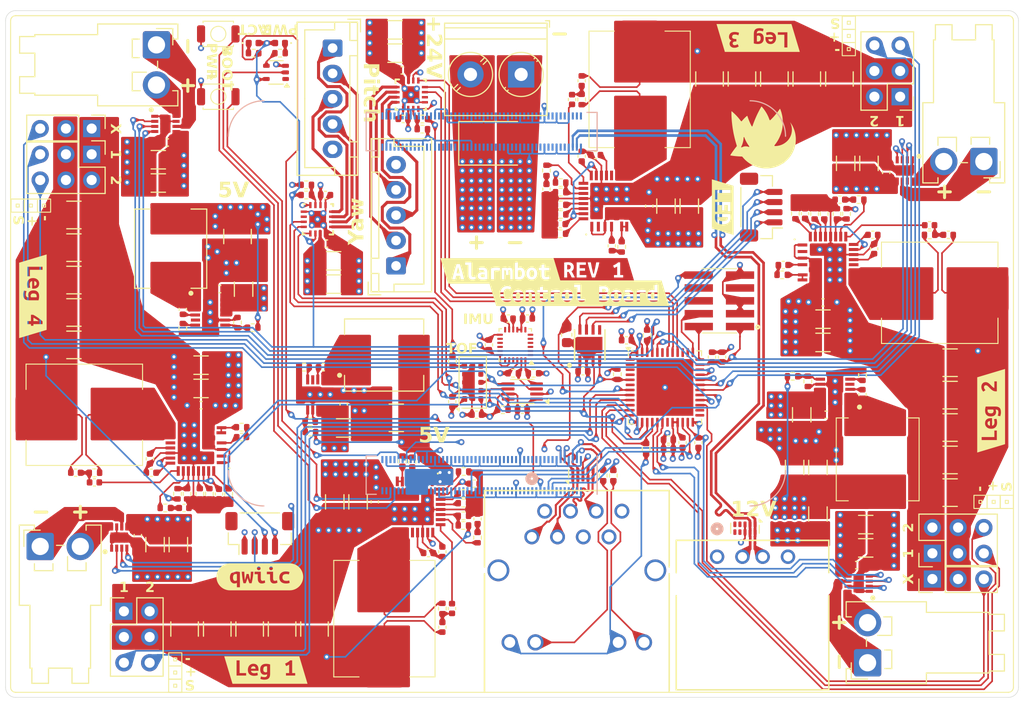
<source format=kicad_pcb>
(kicad_pcb (version 20241229) (generator "pcbnew") (generator_version "9.0")
  (layers (0 "F.Cu" signal) (4 "In1.Cu" signal) (6 "In2.Cu" signal) (2 "B.Cu" signal) (13 "F.Paste" user) (15 "B.Paste" user) (5 "F.SilkS" user "F.Silkscreen") (7 "B.SilkS" user "B.Silkscreen") (1 "F.Mask" user) (3 "B.Mask" user) (25 "Edge.Cuts" user))
  (net 0 "")
  (net 1 "GND")
  (net 2 "+12V")
  (net 3 "+3V3")
  (net 4 "/Wheel1/M+")
  (net 5 "/Wheel1/M-")
  (net 6 "/Wheel2/M+")
  (net 7 "/Wheel2/M-")
  (net 8 "/Wheel3/M-")
  (net 9 "/Wheel3/M+")
  (net 10 "/Wheel4/M+")
  (net 11 "/Wheel4/M-")
  (net 12 "/Stepper1/DVDD")
  (net 13 "+5V_STEPPER")
  (net 14 "/Stepper2/DVDD")
  (net 15 "VBAT")
  (net 16 "/Shoulder1/VDD")
  (net 17 "+1V8")
  (net 18 "Net-(D1-K)")
  (net 19 "Net-(D2-K)")
  (net 20 "/MCU/SWCLK")
  (net 21 "/MCU/SWDIO")
  (net 22 "/MCU/NRST")
  (net 24 "/Stepper1/B-")
  (net 25 "/Stepper1/B+")
  (net 26 "/Stepper1/A-")
  (net 27 "/Stepper1/A+")
  (net 29 "/MCU/TIM2_CH2")
  (net 30 "/MCU/TIM2_CH1")
  (net 31 "Net-(U5-VREF)")
  (net 32 "/MCU/TIM4_CH3")
  (net 33 "/MCU/I2C2_SDA")
  (net 34 "/MCU/I2C2_SCL")
  (net 35 "Net-(U7-VREF)")
  (net 36 "/cm5/ETH_LINK")
  (net 37 "/cm5/ETH_ACT")
  (net 38 "/cm5/nACT_LED")
  (net 39 "Net-(Module1A-nRPIBOOT)")
  (net 40 "/MCU/TIM3_CH2")
  (net 41 "/MCU/TIM3_CH1")
  (net 42 "/MCU/TIM3_CH4")
  (net 43 "/MCU/TIM3_CH3")
  (net 44 "/MCU/TIM4_CH1")
  (net 45 "/MCU/TIM4_CH2")
  (net 46 "/MCU/TIM4_CH4")
  (net 47 "/MCU/TIM16_CH1")
  (net 48 "/MCU/HEAD_YAW_EN")
  (net 49 "/MCU/HEAD_YAW_DIR")
  (net 51 "/MCU/TIM15_CH2")
  (net 52 "/MCU/TIM17_CH1")
  (net 53 "/MCU/HEAD_PITCH_DIR")
  (net 57 "/MCU/USART3_RX")
  (net 59 "/MCU/TIM1_CH1")
  (net 60 "/MCU/TIM2_CH4")
  (net 61 "/MCU/TIM1_CH2")
  (net 62 "/MCU/TIM1_CH3")
  (net 63 "/MCU/HEAD_PITCH_EN")
  (net 66 "/MCU/TIM2_CH3")
  (net 67 "/MCU/TIM15_CH1")
  (net 68 "/MCU/USART3_TX")
  (net 69 "/MCU/TIM1_CH4")
  (net 72 "Net-(U8-BOOT)")
  (net 73 "/cm5/ETH_B+")
  (net 74 "/cm5/ETH_B-")
  (net 75 "/cm5/ETH_A+")
  (net 76 "/cm5/ETH_A-")
  (net 77 "/cm5/nPWR_LED")
  (net 78 "/cm5/Camera USB/D-")
  (net 79 "/cm5/Camera USB/D+")
  (net 89 "+5V")
  (net 195 "/Power Regulation/SW_5V")
  (net 196 "/Power Regulation/SW_5V_STEPPER")
  (net 197 "/Shoulder1/SW_6V")
  (net 198 "/Power Regulation/SW_12V")
  (net 203 "/Shoulder1/6V")
  (net 204 "Net-(U9-BOOT)")
  (net 205 "Net-(U10-BOOT)")
  (net 206 "Net-(U11-SS)")
  (net 207 "Net-(U11-VDRV)")
  (net 208 "Net-(U11-PHASE_1)")
  (net 209 "Net-(U11-BOOT)")
  (net 210 "Net-(U11-VSNS)")
  (net 211 "Net-(U14-REGOUT)")
  (net 212 "/Stepper2/A-")
  (net 213 "/Stepper2/B+")
  (net 214 "/Stepper2/A+")
  (net 215 "/Stepper2/B-")
  (net 220 "Net-(U8-RT)")
  (net 221 "Net-(U8-FB)")
  (net 222 "Net-(U9-RT)")
  (net 223 "Net-(U9-FB)")
  (net 224 "Net-(U10-RT)")
  (net 225 "Net-(U10-FB)")
  (net 226 "Net-(U11-MODE)")
  (net 227 "Net-(U11-ILIM)")
  (net 228 "Net-(U11-FSW)")
  (net 229 "Net-(U11-COMP)")
  (net 230 "Net-(U11-VFB)")
  (net 231 "Net-(U13-EN)")
  (net 232 "Net-(U13-SCL1)")
  (net 233 "Net-(U13-SDA1)")
  (net 234 "Net-(U17-XSHUT)")
  (net 260 "Net-(Module1A-RUN_PG)")
  (net 261 "Net-(R25-Pad2)")
  (net 262 "/Shoulder2/VDD")
  (net 263 "Net-(U18-SS)")
  (net 264 "Net-(U18-VDRV)")
  (net 265 "Net-(U18-BOOT)")
  (net 266 "Net-(U18-VSNS)")
  (net 267 "/Shoulder2/6V")
  (net 268 "/Shoulder3/VDD")
  (net 269 "Net-(U19-SS)")
  (net 270 "Net-(U19-VDRV)")
  (net 271 "Net-(U19-BOOT)")
  (net 272 "Net-(U19-VSNS)")
  (net 273 "/Shoulder3/6V")
  (net 274 "/Shoulder4/VDD")
  (net 275 "Net-(U20-SS)")
  (net 276 "Net-(U20-VDRV)")
  (net 277 "Net-(U20-BOOT)")
  (net 278 "Net-(U20-VSNS)")
  (net 279 "/Shoulder4/6V")
  (net 281 "ETH_SHIELD_GND")
  (net 283 "Net-(J10-CATHODE-Pad10)")
  (net 284 "Net-(J10-CATHODE-Pad12)")
  (net 286 "/Shoulder2/SW_6V")
  (net 287 "/Shoulder3/SW_6V")
  (net 288 "/Shoulder4/SW_6V")
  (net 289 "Net-(U18-MODE)")
  (net 290 "Net-(U18-ILIM)")
  (net 291 "Net-(U18-FSW)")
  (net 292 "Net-(U18-PHASE_1)")
  (net 293 "Net-(U18-COMP)")
  (net 294 "Net-(U18-VFB)")
  (net 295 "Net-(U19-MODE)")
  (net 296 "Net-(U19-ILIM)")
  (net 297 "Net-(U19-FSW)")
  (net 298 "Net-(U19-PHASE_1)")
  (net 299 "Net-(U19-COMP)")
  (net 300 "Net-(U19-VFB)")
  (net 301 "Net-(U20-MODE)")
  (net 302 "Net-(U20-ILIM)")
  (net 303 "Net-(U20-FSW)")
  (net 304 "Net-(U20-PHASE_1)")
  (net 305 "Net-(U20-COMP)")
  (net 306 "Net-(U20-VFB)")
  (net 313 "Net-(C48-Pad2)")
  (net 314 "Net-(C49-Pad1)")
  (net 315 "Net-(C50-Pad1)")
  (net 316 "Net-(C69-Pad2)")
  (net 317 "Net-(C70-Pad1)")
  (net 318 "Net-(C71-Pad1)")
  (net 319 "Net-(C84-Pad2)")
  (net 320 "Net-(C85-Pad1)")
  (net 321 "Net-(C86-Pad1)")
  (net 322 "Net-(C99-Pad2)")
  (net 323 "Net-(C100-Pad1)")
  (net 324 "Net-(C101-Pad1)")
  (net 329 "Net-(J18-Pin_3)")
  (net 330 "Net-(J18-Pin_1)")
  (net 331 "Net-(J18-Pin_2)")
  (footprint "footprints:CONN_CU01SAH0S00_CVI" (layer "F.Cu") (at 182.5441 120.0132)
    (property "Reference" "J11" (hide yes))
    (property "Value" "CU01SAH0S00")
  )
  (footprint "footprints:SI-60062-F_STW" (layer "F.Cu") (at 164.255 118.0549)
    (property "Reference" "J10" (hide yes))
    (property "Value" "SI-60062-F")
  )
  (footprint "Resistor_SMD:R_0402_1005Metric" (layer "F.Cu") (at 155.425 125.125 -90)
    (property "Reference" "R22" (hide yes))
    (property "Value" "3.57k")
  )
  (footprint "Capacitor_SMD:C_0402_1005Metric" (layer "F.Cu") (at 191.225 86.135 -90)
    (property "Reference" "C66" (hide yes))
    (property "Value" "1uF")
  )
  (footprint "Connector_PinHeader_2.54mm:PinHeader_2x03_P2.54mm_Vertical" (layer "F.Cu") (at 123.985 125.4)
    (property "Reference" "J9" (hide yes))
    (property "Value" "Conn_02x03_Top_Bottom")
  )
  (footprint "Capacitor_SMD:C_0402_1005Metric" (layer "F.Cu") (at 129.8 95.6 90)
    (property "Reference" "C40" (hide yes))
    (property "Value" "100nF")
  )
  (footprint "Capacitor_SMD:C_0402_1005Metric" (layer "F.Cu") (at 163.32 105.5)
    (property "Reference" "C57" (hide yes))
    (property "Value" "1uF")
  )
  (footprint "Capacitor_SMD:C_1206_3216Metric" (layer "F.Cu") (at 145.675 107.3)
    (property "Reference" "C28" (hide yes))
    (property "Value" "4.7uF")
  )
  (footprint "Capacitor_SMD:C_0402_1005Metric" (layer "F.Cu") (at 156.4 104.7 90)
    (property "Reference" "C62" (hide yes))
    (property "Value" "4.7uF")
  )
  (footprint "Capacitor_SMD:C_0402_1005Metric" (layer "F.Cu") (at 129.925 115.2)
    (property "Reference" "C100" (hide yes))
    (property "Value" "470pF")
  )
  (footprint "Connector_JST:JST_VH_S2P-VH_1x02_P3.96mm_Horizontal" (layer "F.Cu") (at 208.88 81 180)
    (property "Reference" "J3" (hide yes))
    (property "Value" "Conn_01x02")
  )
  (footprint "Capacitor_SMD:C_1206_3216Metric" (layer "F.Cu") (at 150.75 70.3 180)
    (property "Reference" "C26" (hide yes))
    (property "Value" "22uF")
  )
  (footprint "Resistor_SMD:R_0402_1005Metric" (layer "F.Cu") (at 169.175 74.875 90)
    (property "Reference" "R46" (hide yes))
    (property "Value" "3.57k")
  )
  (footprint "Capacitor_SMD:C_0402_1005Metric" (layer "F.Cu") (at 128.28 79.12 180)
    (property "Reference" "C12" (hide yes))
    (property "Value" "1uF")
  )
  (footprint "Capacitor_SMD:C_1210_3225Metric" (layer "F.Cu") (at 119.05 92.7)
    (property "Reference" "C105" (hide yes))
    (property "Value" "47uF")
  )
  (footprint "Resistor_SMD:R_0402_1005Metric" (layer "F.Cu") (at 161.4 105.5)
    (property "Reference" "R27" (hide yes))
    (property "Value" "200k")
  )
  (footprint "Capacitor_SMD:C_1206_3216Metric" (layer "F.Cu") (at 197.22 119.14)
    (property "Reference" "C5" (hide yes))
    (property "Value" "22uF")
  )
  (footprint "Capacitor_SMD:C_0402_1005Metric" (layer "F.Cu") (at 193.3 106 180)
    (property "Reference" "C32" (hide yes))
    (property "Value" "100nF")
  )
  (footprint "Connector_JST:JST_XH_B5B-XH-A_1x05_P2.50mm_Vertical" (layer "F.Cu") (at 144.59 69.8 -90)
    (property "Reference" "J5" (hide yes))
    (property "Value" "Conn_01x05")
  )
  (footprint "Capacitor_SMD:C_1206_3216Metric" (layer "F.Cu") (at 179.8 85.4 90)
    (property "Reference" "C79" (hide yes))
    (property "Value" "10uF")
  )
  (footprint "Resistor_SMD:R_0402_1005Metric" (layer "F.Cu") (at 141.990001 84.3)
    (property "Reference" "R1" (hide yes))
    (property "Value" "20k")
  )
  (footprint "Resistor_SMD:R_0402_1005Metric" (layer "F.Cu") (at 191.5 102.7 90)
    (property "Reference" "R13" (hide yes))
    (property "Value" "7.15k")
  )
  (footprint "kibuzzard-67D6F2AE" (layer "F.Cu") (at 138 131.2)
    (property "Reference" "kibuzzard-67D6F2AE" (hide yes))
    (property "Value" "G***" (hide yes))
  )
  (footprint "Capacitor_SMD:C_1206_3216Metric" (layer "F.Cu") (at 197.54 81.18 90)
    (property "Reference" "C8" (hide yes))
    (property "Value" "22uF")
  )
  (footprint "Capacitor_SMD:C_0402_1005Metric" (layer "F.Cu") (at 156.375 125.125 90)
    (property "Reference" "C50" (hide yes))
    (property "Value" "820pF")
  )
  (footprint "Capacitor_SMD:C_1210_3225Metric" (layer "F.Cu") (at 185 72.85 -90)
    (property "Reference" "C89" (hide yes))
    (property "Value" "47uF")
  )
  (footprint "Resistor_SMD:R_0402_1005Metric" (layer "F.Cu") (at 157.5 116.925)
    (property "Reference" "R23" (hide yes))
    (property "Value" "64.9k")
  )
  (footprint "Capacitor_SMD:C_1210_3225Metric" (layer "F.Cu") (at 136.4 127.15 90)
    (property "Reference" "C54" (hide yes))
    (property "Value" "47uF")
  )
  (footprint "Capacitor_SMD:C_1210_3225Metric" (layer "F.Cu") (at 133.2 127.15 90)
    (property "Reference" "C55" (hide yes))
    (property "Value" "47uF")
  )
  (footprint "Connector_PinHeader_2.54mm:PinHeader_2x03_P2.54mm_Vertical" (layer "F.Cu") (at 120.8 80.285 -90)
    (property "Reference" "J15" (hide yes))
    (property "Value" "Conn_02x03_Top_Bottom")
  )
  (footprint "Capacitor_SMD:C_1210_3225Metric" (layer "F.Cu") (at 191.4 72.85 -90)
    (property "Reference" "C91" (hide yes))
    (property "Value" "47uF")
  )
  (footprint "Capacitor_SMD:C_1206_3216Metric" (layer "F.Cu") (at 131.6 101.1 180)
    (property "Reference" "C94" (hide yes))
    (property "Value" "10uF")
  )
  (footprint "Capacitor_SMD:C_1210_3225Metric" (layer "F.Cu") (at 205.55 113.685 180)
    (property "Reference" "C77" (hide yes))
    (property "Value" "47uF")
  )
  (footprint "LED_SMD:LED_0402_1005Metric" (layer "F.Cu") (at 139.4 69.3 180)
    (property "Reference" "D1" (hide yes))
    (property "Value" "Red")
  )
  (footprint "Resistor_SMD:R_0402_1005Metric" (layer "F.Cu") (at 192.175 86.16 -90)
    (property "Reference" "R34" (hide yes))
    (property "Value" "80.6k")
  )
  (footprint "Capacitor_SMD:C_1206_3216Metric" (layer "F.Cu") (at 135.8 93.6 90)
    (property "Reference" "C35" (hide yes))
    (property "Value" "4.7uF")
  )
  (footprint "Resistor_SMD:R_0402_1005Metric" (layer "F.Cu") (at 151.475 110.575 90)
    (property "Reference" "R20" (hide yes))
    (property "Value" "1")
  )
  (footprint "Capacitor_SMD:C_1206_3216Metric" (layer "F.Cu") (at 147.1 114.6 -90)
    (property "Reference" "C42" (hide yes))
    (property "Value" "10uF")
  )
  (footprint "Capacitor_SMD:C_0402_1005Metric" (layer "F.Cu") (at 133.442796 93.593488)
    (property "Reference" "C36" (hide yes))
    (property "Value" "100nF")
  )
  (footprint "footprints:TL1017ABAF160QG" (layer "F.Cu") (at 133.3 74.6)
    (property "Reference" "SW1" (hide yes))
    (property "Value" "PWR_BUTTON")
  )
  (footprint "Capacitor_SMD:C_0402_1005Metric" (layer "F.Cu") (at 143.990001 89.1)
    (property "Reference" "C16" (hide yes))
    (property "Value" "1uF")
  )
  (footprint "Resistor_SMD:R_0402_1005Metric" (layer "F.Cu") (at 135.2 96.9 -90)
    (property "Reference" "R16" (hide yes))
    (property "Value" "19.1k")
  )
  (footprint "Resistor_SMD:R_0402_1005Metric" (layer "F.Cu") (at 196.9 102.1 90)
    (property "Reference" "R11" (hide yes))
    (property "Value" "24.9k")
  )
  (footprint "Capacitor_SMD:C_0402_1005Metric" (layer "F.Cu") (at 131.6 105.05 180)
    (property "Reference" "C95" (hide yes))
    (property "Value" "100nF")
  )
  (footprint "Capacitor_SMD:C_1210_3225Metric" (layer "F.Cu") (at 205.55 104.06 180)
    (property "Reference" "C74" (hide yes))
    (property "Value" "47uF")
  )
  (footprint "Capacitor_SMD:C_0402_1005Metric" (layer "F.Cu") (at 189.075 91.21 180)
    (property "Reference" "C69" (hide yes))
    (property "Value" "100nF")
  )
  (footprint "footprints:LMR51450SDRRR" (layer "F.Cu") (at 143.375 104 -90)
    (property "Reference" "U8" (hide yes))
    (property "Value" "LMR51450SDRRR" (hide yes))
  )
  (footprint "Capacitor_SMD:C_0402_1005Metric" (layer "F.Cu") (at 145.681512 104.942796 -90)
    (property "Reference" "C29" (hide yes))
    (property "Value" "100nF")
  )
  (footprint "Capacitor_SMD:C_1206_3216Metric" (layer "F.Cu") (at 131.6 103.4 180)
    (property "Reference" "C93" (hide yes))
    (property "Value" "10uF")
  )
  (footprint "Capacitor_SMD:C_0603_1608Metric" (layer "F.Cu") (at 167.7 98.1 -90)
    (property "Reference" "C108" (hide yes))
    (property "Value" "10uF")
  )
  (footprint "Capacitor_SMD:C_0402_1005Metric" (layer "F.Cu") (at 160.02 99.1 -90)
    (property "Reference" "C60" (hide yes))
    (property "Value" "1uF")
  )
  (footprint "Capacitor_SMD:C_0402_1005Metric" (layer "F.Cu") (at 126.55 110.35 90)
    (property "Reference" "C98" (hide yes))
    (property "Value" "4.7uF")
  )
  (footprint "Capacitor_SMD:C_0402_1005Metric" (layer "F.Cu") (at 167.075 87.175)
    (property "Reference" "C81" (hide yes))
    (property "Value" "1uF")
  )
  (footprint "Capacitor_SMD:C_0402_1005Metric" (layer "F.Cu") (at 121.075 112.675)
    (property "Reference" "C101" (hide yes))
    (property "Value" "820pF")
  )
  (footprint "Capacitor_SMD:C_0402_1005Metric" (layer "F.Cu") (at 196.9 104 -90)
    (property "Reference" "C34" (hide yes))
    (property "Value" "100nF")
  )
  (footprint "Resistor_SMD:R_0402_1005Metric" (layer "F.Cu") (at 167.075 88.125)
    (property "Reference" "R41" (hide yes))
    (property "Value" "4.7k")
  )
  (footprint "Capacitor_SMD:C_0402_1005Metric" (layer "F.Cu") (at 143.675 101.3)
    (property "Reference" "C30" (hide yes))
    (property "Value" "100nF")
  )
  (footprint "Resistor_SMD:R_0402_1005Metric" (layer "F.Cu") (at 131.475 113.8 -90)
    (property "Reference" "R51" (hide yes))
    (property "Value" "22.1k")
  )
  (footprint "footprints:LMR51450SDRRR" (layer "F.Cu") (at 194.2 103.7375 180)
    (property "Reference" "U9" (hide yes))
    (property "Value" "LMR51450SDRRR" (hide yes))
  )
  (footprint "Capacitor_SMD:C_1210_3225Metric" (layer "F.Cu") (at 205.55 107.26 180)
    (property "Reference" "C75" (hide yes))
    (property "Value" "47uF")
  )
  (footprint "Resistor_SMD:R_0402_1005Metric" (layer "F.Cu") (at 157.5 113.775 180)
    (property "Reference" "R18" (hide yes))
    (property "Value" "80.6k")
  )
  (footprint "kibuzzard-67D8C3DC" (layer "F.Cu") (at 170.361558 91.631896)
    (property "Reference" "kibuzzard-67D8C3DC" (hide yes))
    (property "Value" "G***" (hide yes))
  )
  (footprint "Package_DFN_QFN:QFN-48-1EP_7x7mm_P0.5mm_EP5.6x5.6mm" (layer "F.Cu") (at 177.4 103.3)
    (property "Reference" "U6" (hide yes))
    (property "Value" "STM32G431CBUx")
  )
  (footprint "Connector_JST:JST_VH_S2P-VH_1x02_P3.96mm_Horizontal" (layer "F.Cu") (at 127.2 69.48 -90)
    (property "Reference" "J4" (hide yes))
    (property "Value" "Conn_01x02")
  )
  (footprint "Resistor_SMD:R_0402_1005Metric" (layer "F.Cu") (at 172.7 102 90)
    (property "Reference" "R4" (hide yes))
    (property "Value" "4.7k")
  )
  (footprint "Capacitor_SMD:C_1210_3225Metric" (layer "F.Cu") (at 181.8 72.85 -90)
    (property "Reference" "C88" (hide yes))
    (property "Value" "47uF")
  )
  (footprint "Capacitor_SMD:C_0402_1005Metric" (layer "F.Cu") (at 169.3 101.7)
    (property "Reference" "C109" (hide yes))
    (property "Value" "1uF")
  )
  (footprint "kibuzzard-67D6F2E9" (layer "F.Cu") (at 186.6 68.8 180)
    (property "Reference" "kibuzzard-67D6F2E9" (hide yes))
    (property "Value" "G***" (hide yes))
  )
  (footprint "Resistor_SMD:R_0402_1005Metric" (layer "F.Cu") (at 196.525 84.76)
    (property "Reference" "R37" (hide yes))
    (property "Value" "158k")
  )
  (footprint "Capacitor_SMD:C_0402_1005Metric" (layer "F.Cu") (at 151.45 72 180)
    (property "Reference" "C27" (hide yes))
    (property "Value" "1uF")
  )
  (footprint "Capacitor_SMD:C_1206_3216Metric" (layer "F.Cu") (at 177.5 85.4 90)
    (property "Reference" "C78" (hide yes))
    (property "Value" "10uF")
  )
  (footprint "Package_SON:USON-10_2.5x1.0mm_P0.5mm" (layer "F.Cu") (at 169.3 111.915 90)
    (property "Reference" "U15" (hide yes))
    (property "Value" "TPD4EUSB30")
  )
  (footprint "Resistor_SMD:R_0402_1005Metric" (layer "F.Cu") (at 156.42 100.7 -90)
    (property "Reference" "R32" (hide yes))
    (property "Value" "10k")
  )
  (footprint "footprints:FTSH-105-XX-YYY-DV-K-P" (layer "F.Cu") (at 182.7725 94.75 90)
    (property "Reference" "J6" (hide yes))
    (property "Value" "Conn_ARM_JTAG_SWD_10" (hide yes))
  )
  (footprint "Capacitor_SMD:C_1210_3225Metric" (layer "F.Cu") (at 135.2 88.4 -90)
    (property "Reference" "C41" (hide yes))
    (property "Value" "47uF")
  )
  (footprint "Capacitor_SMD:C_1206_3216Metric" (layer "F.Cu") (at 190.2 111.2 90)
    (property "Reference" "C38" (hide yes))
    (property "Value" "22uF")
  )
  (footprint "Capacitor_SMD:C_1206_3216Metric" (layer "F.Cu") (at 150.75 68 180)
    (property "Reference" "C25" (hide yes))
    (property "Value" "22uF")
  )
  (footprint "Resistor_SMD:R_0402_1005Metric" (layer "F.Cu") (at 157.5 114.725)
    (property "Reference" "R19" (hide yes))
    (property "Value" "22.1k")
  )
  (footprint "Capacitor_SMD:C_1210_3225Metric" (layer "F.Cu") (at 139.6 127.15 90)
    (property "Reference" "C53" (hide yes))
    (property "Value" "47uF")
  )
  (footprint "Package_TO_SOT_SMD:SOT-353_SC-70-5" (layer "F.Cu") (at 139 72.2 180)
    (property "Reference" "U12" (hide yes))
    (property "Value" "74LVC1G07SE-7")
  )
  (footprint "Resistor_SMD:R_0402_1005Metric" (layer "F.Cu") (at 203.525 88.235)
    (property "Reference" "R38" (hide yes))
    (property "Value" "3.57k")
  )
  (footprint "Resistor_SMD:R_0402_1005Metric" (layer "F.Cu") (at 167.1 85.275 180)
    (property "Reference" "R43" (hide yes))
    (property "Value" "22.1k")
  )
  (footprint "LOGO" (layer "F.Cu") (at 187.1 78.7 180)
    (property "Reference" "G***" (hide yes))
    (property "Value" "LOGO" (hide yes))
  )
  (footprint "Resistor_SMD:R_0402_1005Metric" (layer "F.Cu") (at 136.79 70.3)
    (property "Reference" "R26" (hide yes))
    (property "Value" "1.37k")
  )
  (footprint "Capacitor_SMD:C_0402_1005Metric" (layer "F.Cu") (at 172.15 89.325 -90)
    (property "Reference" "C84" (hide yes))
    (property "Value" "100nF")
  )
  (footprint "Resistor_SMD:R_0402_1005Metric" (layer "F.Cu") (at 129.8 97.5 -90)
    (property "Reference" "R14" (hide yes))
    (property "Value" "13.3k")
  )
  (footprint "kibuzzard-67D6EFED" (layer "F.Cu") (at 161.2 91.8)
    (property "Reference" "kibuzzard-67D6EFED" (hide yes))
    (property "Value" "G***" (hide yes))
  )
  (footprint "Connector_JST:JST_SH_BM04B-SRSS-TB_1x04-1MP_P1.00mm_Vertical" (layer "F.Cu") (at 137.4 117.7)
    (property "Reference" "J17" (hide yes))
    (property "Value" "Conn_01x04_MountingPin")
  )
  (footprint "Capacitor_SMD:C_0402_1005Metric" (layer "F.Cu") (at 143.890001 84.3)
    (property "Reference" "C13" (hide yes))
    (property "Value" "1uF")
  )
  (footprint "Capacitor_SMD:C_1210_3225Metric" (layer "F.Cu") (at 142.8 127.15 90)
    (property "Reference" "C52" (hide yes))
    (property "Value" "47uF")
  )
  (footprint "footprints:ZEMS0850" (layer "F.Cu") (at 198.4 110.4 -90)
    (property "Reference" "L2" (hide yes))
    (property "Value" "6.8uH")
  )
  (footprint "Capacitor_SMD:C_0402_1005Metric" (layer "F.Cu") (at 177.7375 109.37 180)
    (property "Reference" "C18" (hide yes))
    (property "Value" "1uF")
  )
  (footprint "Capacitor_SMD:C_1206_3216Metric" (layer "F.Cu") (at 192.5 111.2 90)
    (property "Reference" "C37" (hide yes))
    (property "Value" "22uF")
  )
  (footprint "Connector_PinHeader_2.54mm:PinHeader_1x03_P2.54mm_Vertical" (layer "F.Cu") (at 203.8 122.215 90)
    (property "Reference" "J12" (hide yes))
    (property "Value" "Conn_01x03")
  )
  (footprint "footprints:SIC471EDT1GE3" (layer "F.Cu") (at 193.5 90.935)
    (property "Reference" "U18" (hide yes))
    (property "Value" "SIC471ED-T1-GE3" (hide yes))
  )
  (footprint "Capacitor_SMD:C_0402_1005Metric" (layer "F.Cu") (at 125.36 117.92 -90)
    (property "Reference" "C3" (hide yes))
    (property "Value" "1uF")
  )
  (footprint "kibuzzard-67D5DC97" (layer "F.Cu") (at 183.1 85.5 -90)
    (property "Reference" "kibuzzard-67D5DC97" (hide yes))
    (property "Value" "G***" (hide yes))
  )
  (footprint "Capacitor_SMD:C_0402_1005Metric" (layer "F.Cu") (at 169.175 80.475 90)
    (property "Reference" "C82" (hide yes))
    (property "Value" "22nF")
  )
  (footprint "Resistor_SMD:R_0402_1005Metric" (layer "F.Cu") (at 190.275 86.135 -90)
    (property "Reference" "R33" (hide yes))
    (property "Value" "4.7k")
  )
  (footprint "Capacitor_SMD:C_0402_1005Metric" (layer "F.Cu") (at 158.9 116.275 90)
    (property "Reference" "C49" (hide yes))
    (property "Value" "470pF")
  )
  (footprint "Resistor_SMD:R_0402_1005Metric" (layer "F.Cu") (at 158.9 118.125 -90)
    (property "Reference" "R21" (hide yes))
    (property "Value" "158k")
  )
  (footprint "Capacitor_SMD:C_1206_3216Metric" (layer "F.Cu") (at 127.38 83.12 180)
    (property "Reference" "C10" (hide yes))
    (property "Value" "22uF")
  )
  (footprint "Capacitor_SMD:C_0402_1005Metric" (layer "F.Cu") (at 119.225 111.725)
    (property "Reference" "C102" (hide yes))
    (property "Value" "3.9nF")
  )
  (footprint "Capacitor_SMD:C_0402_1005Metric" (layer "F.Cu") (at 133.375 113.825 90)
    (property "Reference" "C96" (hide yes))
    (property "Value" "1uF")
  )
  (footprint "Connector_PinHeader_2.54mm:PinHeader_1x03_P2.54mm_Vertical" (layer "F.Cu") (at 120.8 77.745 -90)
    (property "Reference" "J16" (hide yes))
    (property "Value" "Conn_01x03")
  )
  (footprint "Resistor_SMD:R_0402_1005Metric" (layer "F.Cu") (at 157.5 115.975)
    (property "Reference" "R24" (hide yes))
    (property "Value" "10k")
  )
  (footprint "footprints:CMPI1040" (layer "F.Cu") (at 149.7 126.125 -90)
    (property "Reference" "L4" (hide yes))
    (property "Value" "820nH")
  )
  (footprint "footprints:TL1017ABAF160QG" (layer "F.Cu") (at 133.3 68.4 180)
    (property "Reference" "SW2" (hide yes))
    (property "Value" "nRPIBOOT")
  )
  (footprint "Capacitor_SMD:C_0402_1005Metric" (layer "F.Cu") (at 155.425 126.975 90)
    (property "Reference" "C51" (hide yes))
    (property "Value" "3.9nF")
  )
  (footprint "LED_SMD:LED_0402_1005Metric" (layer "F.Cu") (at 136.79 69.3)
    (property "Reference" "D2" (hide yes))
    (property "Value" "Green")
  )
  (footprint "Resistor_SMD:R_0402_1005Metric" (layer "F.Cu") (at 167.1 86.225)
    (property "Reference" "R42" (hide yes))
    (property "Value" "80.6k")
  )
  (footprint "footprints:LMR51450SDRRR" (layer "F.Cu") (at 132.5 95.9)
    (property "Reference" "U10" (hide yes))
    (property "Value" "LMR51450SDRRR" (hide yes))
  )
  (footprint "kibuzzard-67D6EFDF" (layer "F.Cu") (at 168.9 94)
    (property "Reference" "kibuzzard-67D6EFDF" (hide yes))
    (property "Value" "G***" (hide yes))
  )
  (footprint "Resistor_SMD:R_0402_1005Metric" (layer "F.Cu") (at 153.45 76.8 180)
    (property "Reference" "R6" (hide yes))
    (property "Value" "20k")
  )
  (footprint "Capacitor_SMD:C_1210_3225Metric" (layer "F.Cu") (at 119.05 86.275)
    (property "Reference" "C107" (hide yes))
    (property "Value" "47uF")
  )
  (footprint "Capacitor_SMD:C_1206_3216Metric" (layer "F.Cu") (at 144.69 93.1)
    (property "Reference" "C14" (hide yes))
    (property "Value" "22uF")
  )
  (footprint "footprints:SIC471EDT1GE3" (layer "F.Cu") (at 171.875 84.9 90)
    (property "Reference" "U19" (hide yes))
    (property "Value" "SIC471ED-T1-GE3" (hide yes))
  )
  (footprint "Capacitor_SMD:C_0402_1005Metric" (layer "F.Cu") (at 158.58 112.8 180)
    (property "Reference" "C45" (hide yes))
    (property "Value" "1uF")
  )
  (footprint "Capacitor_SMD:C_0402_1005Metric" (layer "F.Cu") (at 177.7375 108.45 180)
    (property "Reference" "C17" (hide yes))
    (property "Value" "1uF")
  )
  (footprint "Resistor_SMD:R_0402_1005Metric" (layer "F.Cu") (at 129.275 113.8 -90)
    (property "Reference" "R55" (hide yes))
    (property "Value" "64.9k")
  )
  (footprint "Capacitor_SMD:C_1206_3216Metric" (layer "F.Cu") (at 197.22 116.84)
    (property "Reference" "C4" (hide yes))
    (property "Value" "22uF")
  )
  (footprint "Connector_JST:JST_VH_S2P-VH_1x02_P3.96mm_Horizontal" (layer "F.Cu") (at 115.72 119)
    (property "Reference" "J1" (hide yes))
    (property "Value" "Conn_01x02")
  )
  (footprint "Resistor_SMD:R_0402_1005Metric" (layer "F.Cu") (at 193.125 86.16 90)
    (property "Reference" "R35" (hide yes))
    (property "Value" "22.1k")
  )
  (footprint "footprints:RTE0016J" (layer "F.Cu") (at 152.299998 74.4)
    (property "Reference" "U7" (hide yes))
    (property "Value" "DRV8428RTER")
  )
  (footprint "Capacitor_SMD:C_0402_1005Metric" (layer "F.Cu") (at 158.82 106 180)
    (property "Reference" "C61" (hide yes))
    (property "Value" "1uF")
  )
  (footprint "Capacitor_SMD:C_1206_3216Metric" (layer "F.Cu") (at 144.69 90.8)
    (property "Reference" "C15" (hide yes))
    (property "Value" "22uF")
  )
  (footprint "Capacitor_SMD:C_0402_1005Metric" (layer "F.Cu") (at 179.1375 108.75 -90)
    (property "Reference" "C19" (hide yes))
    (property "Value" "1uF")
  )
  (footprint "Capacitor_SMD:C_0402_1005Metric" (layer "F.Cu") (at 205.375 88.235 180)
    (property "Reference" "C72" (hide yes))
    (property "Value" "3.9nF")
  )
  (footprint "footprints:SON50P200X200X80-9N" (layer "F.Cu") (at 201.0775 81.88 -90)
    (property "Reference" "U3" (hide yes))
    (property "Value" "DRV8231DSGR" (hide yes))
  )
  (footprint "Resistor_SMD:R_0402_1005Metric" (layer "F.Cu") (at 165.7 81.875 90)
    (property "Reference" "R45" (hide yes))
    (property "Value" "158k")
  )
  (footprint "Capacitor_SMD:C_0402_1005Metric" (layer "F.Cu") (at 163.82 96.5)
    (property "Reference" "C59" (hide yes))
    (property "Value" "1uF")
  )
  (footprint "Resistor_SMD:R_0402_1005Metric" (layer "F.Cu") (at 142.375 106.7 180)
    (property "Reference" "R10" (hide yes))
    (property "Value" "19.1k")
  )
  (footprint "Capacitor_SMD:C_0402_1005Metric" (layer "F.Cu") (at 161.92 96.5 180)
    (property "Reference" "C58" (hide yes))
    (property "Value" "100nF")
  )
  (footprint "Resistor_SMD:R_0402_1005Metric" (layer "F.Cu") (at 195.325 86.16 90)
    (property "Reference" "R39" (hide yes))
    (property "Value" "64.9k")
  )
  (footprint "Capacitor_SMD:C_0402_1005Metric" (layer "F.Cu") (at 182.0375 100.3 90)
    (property "Reference" "C22" (hide yes))
    (property "Value" "1uF")
  )
  (footprint "Sensor_Distance:ST_VL53L1x" (layer "F.Cu") (at 158.42 102.8 90)
    (property "Reference" "U17" (hide yes))
    (property "Value" "VL53L0CXV0DH1")
  )
  (footprint "Resistor_SMD:R_0402_1005Metric" (layer "F.Cu") (at 175.6375 98.15 -90)
    (property "Reference" "R3" (hide yes))
    (property "Value" "100k")
  )
  (footprint "Capacitor_SMD:C_1210_3225Metric" (layer "F.Cu") (at 129.975 127.15 90)
    (property "Reference" "C56" (hide yes))
    (property "Value" "47uF")
  )
  (footprint "Resistor_SMD:R_0402_1005Metric" (layer "F.Cu") (at 134.325 113.825 90)
    (property "Reference" "R49" (hide yes))
    (property "Value" "4.7k")
  )
  (footprint "Capacitor_SMD:C_0402_1005Metric" (layer "F.Cu") (at 183.0375 100.3 90)
    (property "Reference" "C23" (hide yes))
    (property "Value" "4.7uF")
  )
  (footprint "Capacitor_SMD:C_0402_1005Metric" (layer "F.Cu") (at 154.05 119.65 180)
    (property "Reference" "C47" (hide yes))
    (property "Value" "4.7uF")
  )
  (footprint "Capacitor_SMD:C_0402_1005Metric" (layer "F.Cu") (at 198.05 89.61 -90)
    (property "Reference" "C68" (hide yes))
    (property "Value" "4.7uF")
  )
  (footprint "footprints:SON50P200X200X80-9N" (layer "F.Cu") (at 128.08 77.2825)
    (property "Reference" "U4" (hide yes))
    (property "Value" "DRV8231DSGR" (hide yes))
  )
  (footprint "Resistor_SMD:R_0402_1005Metric" (layer "F.Cu") (at 167.1 83.075 180)
    (property "Reference" "R47" (hide yes))
    (property "Value" "64.9k")
  )
  (footprint "Capacitor_SMD:C_1210_3225Metric" (layer "F.Cu") (at 119.05 99.1)
    (property "Reference" "C103" (hide yes))
    (property "Value" "47uF")
  )
  (footprint "footprints:CMPI1040" (layer "F.Cu") (at 120.075 106 180)
    (property "Reference" "L7" (hide yes))
    (property "Value" "820nH")
  )
  (footprint "Resistor_SMD:R_0402_1005Metric" (layer "F.Cu") (at 141.990001 83.3 180)
    (property "Reference" "R2" (hide yes))
    (property "Value" "200k")
  )
  (footprint "Package_SO:VSSOP-8_2.3x2mm_P0.5mm" (layer "F.Cu") (at 163.32 103.7 180)
    (property "Reference" "U13" (hide yes))
    (property "Value" "PCA9306DC1")
  )
  (footprint "Capacitor_SMD:C_1206_3216Metric" (layer "F.Cu") (at 127.06 118.82 -90)
    (property "Reference" "C2" (hide yes))
    (property "Value" "22uF")
  )
  (footprint "Capacitor_SMD:C_1210_3225Metric" (layer "F.Cu") (at 119.05 89.5)
    (property "Reference" "C106" (hide yes))
    (property "Value" "47uF")
  )
  (footprint "Capacitor_SMD:C_1206_3216Metric" (layer "F.Cu") (at 129.36 118.82 -90)
    (property "Reference" "C1" (hide yes))
    (property "Value" "22uF")
  )
  (footprint "kibuzzard-67D5DC35" (layer "F.Cu") (at 137.4 122)
    (property "Reference" "kibuzzard-67D5DC35" (hide yes))
    (property "Value" "G***" (hide yes))
  )
  (footprint "Resistor_SMD:R_0402_1005Metric" (layer "F.Cu") (at 153.45 77.8)
    (property "Reference" "R7" (hide yes))
    (property "Value" "200k")
  )
  (footprint "Connector_JST:JST_XH_B5B-XH-A_1x05_P2.50mm_Vertical" (layer "F.Cu") (at 150.85 91.3 90)
    (property "Reference" "J7" (hide yes))
    (property "Value" "Conn_01x05")
  )
  (footprint "Capacitor_SMD:C_1206_3216Metric" (layer "F.Cu") (at 193 96.56)
    (property "Reference" "C63" (hide yes))
    (property "Value" "10uF")
  )
  (footprint "Diode_SMD:D_SMB" (layer "F.Cu") (at 160.7 79.2)
    (property "Reference" "D3" (hide yes))
    (property "Value" "SMBJ24A")
  )
  (footprint "footprints:CMPI1040" (layer "F.Cu") (at 204.525 93.96)
    (property "Reference" "L5" (hide yes))
    (property "Value" "820nH")
  )
  (footprint "Capacitor_SMD:C_0402_1005Metric" (layer "F.Cu") (at 135.6 108.2)
    (property "Reference" "C99" (hide yes))
    (property "Value" "100nF")
  )
  (footprint "kibuzzard-67D6F300" (layer "F.Cu") (at 115 94.3 -90)
    (property "Reference" "kibuzzard-67D6F300" (hide yes))
    (property "Value" "G***" (hide yes))
  )
  (footprint "Resistor_SMD:R_0402_1005Metric" (layer "F.Cu") (at 167.1 84.025 180)
    (property "Reference" "R48" (hide yes))
    (property "Value" "10k")
  )
  (footprint "Connector_JST:JST_VH_S2P-VH_1x02_P3.96mm_Horizontal" (layer "F.Cu") (at 197.4 130.48 90)
    (property "Reference" "J2" (hide yes))
    (property "Value" "Conn_01x02")
  )
  (footprint "Capacitor_SMD:C_1210_3225Metric" (layer "F.Cu") (at 205.55 110.46 180)
    (property "Reference" "C76" (hide yes))
    (property "Value" "47uF")
  )
  (footprint "Capacitor_SMD:C_0402_1005Metric" (layer "F.Cu") (at 170.55 80.35)
    (property "Reference" "C83" (hide yes))
    (property "Value" "4.7uF")
  )
  (footprint "Resistor_SMD:R_0402_1005Metric" (layer "F.Cu") (at 157.525 111.6 180)
    (property "Reference" "R17" (hide yes))
    (property "Value" "4.7k")
  )
  (footprint "Capacitor_SMD:C_0402_1005Metric" (layer "F.Cu") (at 155.425 119.525 -90)
    (property "Reference" "C46" (hide yes))
    (property "Value" "22nF")
  )
  (footprint "Capacitor_SMD:C_0402_1005Metric" (layer "F.Cu") (at 203.525 87.285 180)
    (property "Reference" "C71" (hide yes))
    (property "Value" "820pF")
  )
  (footprint "Resistor_SMD:R_0402_1005Metric" (layer "F.Cu") (at 136.7 97.4)
    (property "Reference" "R15" (hide yes))
    (property "Value" "100k")
  )
  (footprint "Capacitor_SMD:C_1206_3216Metric" (layer "F.Cu") (at 190.9 106 -90)
    (property "Reference" "C31" (hide yes))
    (property "Value" "4.7uF")
  )
  (footprint "Resistor_SMD:R_0402_1005Metric" (layer "F.Cu") (at 190 102.2 180)
    (property "Reference" "R12" (hide yes))
    (property "Value" "100k")
  )
  (footprint "Resistor_SMD:R_0402_1005Metric" (layer "F.Cu") (at 139.4 70.3 180)
    (property "Reference" "R25" (hide yes))
    (property "Value" "1.37k")
  )
  (footprint "Capacitor_SMD:C_1206_3216Metric" (layer "F.Cu") (at 195.24 81.18 90)
    (property "Reference" "C7" (hide yes))
    (property "Value" "22uF")
  )
  (footprint "footprints:DSD0008B-IPC_A" (layer "F.Cu") (at 169.974999 99.109467 90)
    (property "Reference" "U21" (hide yes))
    (property "Value" "LP5810DDSDR")
  )
  (footprint "Capacitor_SMD:C_1210_3225Metric" (layer "F.Cu") (at 205.55 100.86 180)
    (property "Reference" "C73" (hide yes))
    (property "Value" "47uF")
  )
  (footprint "Resistor_SMD:R_0402_1005Metric" (layer "F.Cu") (at 142.4 107.7)
    (property "Reference" "R9" (hide yes))
    (property "Value" "100k")
  )
  (footprint "Connector_PinHeader_2.54mm:PinHeader_2x03_P2.54mm_Vertical" (layer "F.Cu") (at 200.615 74.6 180)
    (property "Reference" "J14" (hide yes))
    (property "Value" "Conn_02x03_Top_Bottom")
  )
  (footprint "Resistor_SMD:R_0402_1005Metric" (layer "F.Cu") (at 173.125 89.425 -90)
    (property "Reference" "R44" (hide yes))
    (property "Value" "1")
  )
  (footprint "Resistor_SMD:R_0402_1005Metric" (layer "F.Cu") (at 175.5375 109.35 -90)
    (property "Reference" "R5" (hide yes))
    (property "Value" "4.7k")
  )
  (footprint "Connector_PinHeader_2.54mm:PinHeader_2x03_P2.54mm_Vertical" (layer "F.Cu") (at 203.8 119.675 90)
    (property "Reference" "J13" (hide yes))
    (property "Value" "Conn_02x03_Top_Bottom")
  )
  (footprint "Capacitor_SMD:C_1206_3216Metric" (layer "F.Cu") (at 193 98.86)
    (property "Reference" "C64" (hide yes))
    (property "Value" "10uF")
  )
  (footprint "Capacitor_SMD:C_0402_1005Metric" (layer "F.Cu") (at 151.55 76.8 180)
    (property "Reference" "C24" (hide yes))
    (property "Value" "1uF")
  )
  (footprint "Capacitor_SMD:C_0402_1005Metric" (layer "F.Cu") (at 197.925 88.235)
    (property "Reference" "C67" (hide yes))
    (property "Value" "22nF")
  )
  (footprint "Capacitor_SMD:C_0402_1005Metric" (layer "F.Cu") (at 168.225 74.875 -90)
    (property "Reference" "C86" (hide yes))
    (property "Value" "820pF")
  )
  (footprint "kibuzzard-67D6F2CD" (layer "F.Cu") (at 209.6 105.6 90)
    (property "Reference" "kibuzzard-67D6F2CD" (hide yes))
    (property "Value" "G***" (hide yes))
  )
  (footprint "Capacitor_SMD:C_0402_1005Metric" (layer "F.Cu") (at 169.175 73.025 -90)
    (property "Reference" "C87" (hide yes))
    (property "Value" "3.9nF")
  )
  (footprint "Capacitor_SMD:C_0402_1005Metric" (layer "F.Cu") (at 126.675 111.725 180)
    (property "Reference" "C97" (hide yes))
    (property "Value" "22nF")
  )
  (footprint "Capacitor_SMD:C_0402_1005Metric" (layer "F.Cu") (at 180.7 108.75 -90)
    (property "Reference" "C20" (hide yes))
    (property "Value" "1uF")
  )
  (footprint "Connector_JST:JST_SH_BM04B-SRSS-TB_1x04-1MP_P1.00mm_Vertical" (layer "F.Cu") (at 186.9 85.5 90)
    (property "Reference" "J18" (hide yes))
    (property "Value" "Conn_01x04_MountingPin")
  )
  (footprint "TerminalBlock_Phoenix:TerminalBlock_Phoenix_PT-1,5-2-5.0-H_1x02_P5.00mm_Horizontal" (layer "F.Cu") (at 163.2 72.4 180)
    (property "Reference" "J8" (hide yes))
    (property "Value" "Conn_01x02")
  )
  (footprint "Resistor_SMD:R_0402_1005Metric" (layer "F.Cu") (at 162.42 101.9 180)
    (property "Reference" "R28" (hide yes))
    (property "Value" "4.7k")
  )
  (footprint "Capacitor_SMD:C_0402_1005Metric" (layer "F.Cu") (at 175.85 85.4 90)
    (property "Reference" "C80" (hide yes))
    (property "Value" "100nF")
  )
  (footprint "Capacitor_SMD:C_0402_1005Metric" (layer "F.Cu") (at 196.32 120.84)
    (property "Reference" "C6" (hide yes))
    (property "Value" "1uF")
  )
  (footprint "Capacitor_SMD:C_0402_1005Metric" (layer "F.Cu") (at 165.7 83.725 -90)
    (property "Reference" "C85" (hide yes))
    (property "Value" "470pF")
  )
  (footprint "Capacitor_SMD:C_1210_3225Metric" (layer "F.Cu") (at 150.875 106.3 180)
    (property "Reference" "C33" (hide yes))
    (property "Value" "47uF")
  )
  (footprint "Resistor_SMD:R_0402_1005Metric" (layer "F.Cu") (at 164.42 101.9)
    (property "Reference" "R29" (hide yes))
    (property "Value" "4.7k")
  )
  (footprint "Resistor_SMD:R_0402_1005Metric" (layer "F.Cu") (at 135.6 107.225)
    (property "Reference" "R52" (hide yes))
    (property "Value" "1")
  )
  (footprint "Capacitor_SMD:C_0402_1005Metric" (layer "F.Cu") (at 152.45 110.675 90)
    (property "Reference" "C48" (hide yes))
    (property "Value" "100nF")
  )
  (footprint "Capacitor_SMD:C_0402_1005Metric" (layer "F.Cu") (at 173.6 98.65 180)
    (property "Reference" "C21" (hide yes))
    (property "Value" "1uF")
  )
  (footprint "footprints:CMPI1040" (layer "F.Cu") (at 174.9 73.875 90)
    (property "Reference" "L6" (hide yes))
    (property "Value" "820nH")
  )
  (footprint "footprints:SON50P200X200X80-9N" (layer "F.Cu") (at 123.5225 118.12 90)
    (property "Reference" "U1" (hide yes))
    (property "Value" "DRV8231DSGR" (hide yes))
  )
  (footprint "Package_SON:USON-10_2.5x1.0mm_P0.5mm" (layer "F.Cu") (at 185.3 117.2 -90)
    (property "Reference" "U16" (hide yes))
    (property "Value" "TPD4EUSB30")
  )
  (footprint "Resistor_SMD:R_0402_1005Metric" (layer "F.Cu") (at 121.075 111.725 180)
    (property "Reference" "R54" (hide yes))
    (property "Value" "3.57k")
  )
  (footprint "Capacitor_SMD:C_1206_3216Metric" (layer "F.Cu") (at 144.8 114.6 -90)
    (property "Reference" "C43" (hide yes))
    (property "Value" "10uF")
  )
  (footprint "Sensor_Motion:InvenSense_QFN-24_3x3mm_P0.4mm" (layer "F.Cu") (at 162.62 99.1 180)
    (property "Reference" "U14" (hide yes))
    (property "Value" "ICM-20948")
  )
  (footprint "Capacitor_SMD:C_1210_3225Metric" (layer "F.Cu") (at 194.625 72.85 -90)
    (property "Reference" "C92" (hide yes))
    (property "Value" "47uF")
  )
  (footprint "Resistor_SMD:R_0402_1005Metric" (layer "F.Cu") (at 130.225 113.8 -90)
    (property "Reference" "R56" (hide yes))
    (property "Value" "10k")
  )
  (footprint "Resistor_SMD:R_0402_1005Metric" (layer "F.Cu") (at 171.3 112 90)
    (property "Reference" "R30" (hide yes))
    (property "Value" "470")
  )
  (footprint "Capacitor_SMD:C_0402_1005Metric" (layer "F.Cu") (at 199.24 82.08 90)
    (property "Reference" "C9" (hide yes))
    (property "Value" "1uF")
  )
  (footprint "Inductor_SMD:L_Chilisin_BMRx00060630" (layer "F.Cu") (at 149.675 100.1)
    (property "Reference" "L1" (hide yes))
    (property "Value" "3.3uH")
  )
  (footprint "Capacitor_SMD:C_0402_1005Metric" (layer "F.Cu") (at 148.75 114.6 -90)
    (property "Reference" "C44" (hide yes))
    (property "Value" "100nF")
  )
  (footprint "Capacitor_SMD:C_1206_3216Metric" (layer "F.Cu") (at 192.5 115.8 -90)
    (property "Reference" "C39" (hide yes))
    (property "Value" "22uF")
  )
  (footprint "Capacitor_SMD:C_0402_1005Metric" (layer "F.Cu") (at 194.675 84.76 180)
    (property "Reference" "C70" (hide yes))
    (property "Value" "470pF")
  )
  (footprint "Resistor_SMD:R_0402_1005Metric" (layer "F.Cu") (at 141.775 101.3 180)
    (property "Reference" "R8" (hide yes))
    (property "Value" "13.3k")
  )
  (footprint "footprints:SIC471EDT1GE3" (layer "F.Cu") (at 131.1 109.025 180)
    (property "Reference" "U20" (hide yes))
    (property "Value" "SIC471ED-T1-GE3" (hide yes))
  )
  (footprint "Inductor_SMD:L_Chilisin_BMRx00060630" (layer "F.Cu") (at 128.6 89.6 90)
    (property "Reference" "L3" (hide yes))
    (property "Value" "3.3uH")
  )
  (footprint "Capacitor_SMD:C_1210_3225Metric" (layer "F.Cu") (at 188.2 72.85 -90)
    (property "Reference" "C90" (hide yes))
    (property "Value" "47uF")
  )
  (footprint "Capacitor_SMD:C_0402_1005Metric" (layer "F.Cu") (at 193 94.91)
    (property "Reference" "C65" (hide yes))
    (property "Value" "100nF")
  )
  (footprint "Capacitor_SMD:C_1206_3216Metric" (layer "F.Cu") (at 127.38 80.82 180)
    (property "Reference" "C11" (hide yes))
    (property "Value" "22uF")
  )
  (footprint "Capacitor_SMD:C_1210_3225Metric" (layer "F.Cu") (at 119.05 95.9)
    (property "Reference" "C104" (hide yes))
    (property "Value" "47uF")
  )
  (footprint "footprints:SIC471EDT1GE3" (layer "F.Cu") (at 152.725 115.1 -90)
    (property "Reference" "U11" (hide yes))
    (property "Value" "SIC471ED-T1-GE3" (hide yes))
  )
  (footprint "Resistor_SMD:R_0402_1005Metric" (layer "F.Cu") (at 172.3 112 90)
    (property "Reference" "R31" (hide yes))
    (property "Value" "470")
  )
  (footprint "Resistor_SMD:R_0402_1005Metric" (layer "F.Cu") (at 132.425 113.8 90)
    (property "Reference" "R50" (hide yes))
    (property "Value" "80.6k")
  )
  (footprint "footprints:SON50P200X200X80-9N" (layer "F.Cu") (at 196.52 122.6775 180)
    (property "Reference" "U2" (hide yes))
    (property "Value" "DRV8231DSGR" (hide yes))
  )
  (footprint "Resistor_SMD:R_0402_1005Metric" (layer "F.Cu") (at 194.375 86.16 90)
    (property "Reference" "R40" (hide yes))
    (property "Value" "10k")
  )
  (footprint "Resistor_SMD:R_0402_1005Metric" (layer "F.Cu") (at 188.975 92.185 180)
    (property "Reference" "R36" (hide yes))
    (property "Value" "1")
  )
  (footprint "footprints:RTE0016J" (layer "F.Cu") (at 143.140003 86.7 180)
    (property "Reference" "U5" (hide yes))
    (property "Value" "DRV8428RTER")
  )
  (footprint "Resistor_SMD:R_0402_1005Metric" (layer "F.Cu") (at 128.075 115.2 180)
    (property "Reference" "R53" (hide yes))
    (property "Value" "158k")
  )
  (footprint "footprints:Raspberry-Pi-4-Compute-Module" (layer "B.Cu") (at 137.8 111.5 90)
    (property "Reference" "Module1" (hide yes))
    (property "Value" "ComputeModule4-CM4")
  )
  (gr_rect (start 113.35 85.2) (end 113.65 85.5) (stroke (width 0.1)) (fill no) (layer "F.SilkS"))
  (gr_poly (pts (xy 132.2 72.5) (xy 132.6 72.9) (xy 133 72.5)) (stroke (width 0.1)) (fill yes) (layer "F.SilkS"))
  (gr_arc (start 211.8 132.9) (mid 211.653553 133.253554) (end 211.299999 133.400001) (stroke (width 0.1)) (layer "F.SilkS"))
  (gr_rect (start 209.2 113.95) (end 210.5 115.25) (stroke (width 0.1)) (fill no) (layer "F.SilkS"))
  (gr_rect (start 209.7 114.45) (end 210 114.75) (stroke (width 0.1)) (fill no) (layer "F.SilkS"))
  (gr_rect (start 195.4 67.15) (end 195.7 67.45) (stroke (width 0.1)) (fill no) (layer "F.SilkS"))
  (gr_rect (start 195.4 69.75) (end 195.7 70.05) (stroke (width 0.1)) (fill no) (layer "F.SilkS"))
  (gr_rect (start 115.45 84.7) (end 116.75 86) (stroke (width 0.1)) (fill no) (layer "F.SilkS"))
  (gr_line (start 211.3 66.6) (end 113.3 66.6) (stroke (width 0.1)) (layer "F.SilkS"))
  (gr_rect (start 195.4 68.45) (end 195.7 68.75) (stroke (width 0.1)) (fill no) (layer "F.SilkS"))
  (gr_line (start 211.8 132.9) (end 211.8 67.1) (stroke (width 0.1)) (layer "F.SilkS"))
  (gr_rect (start 128.9 132.6) (end 129.2 132.9) (stroke (width 0.1)) (fill no) (layer "F.SilkS"))
  (gr_rect (start 128.9 130) (end 129.2 130.3) (stroke (width 0.1)) (fill no) (layer "F.SilkS"))
  (gr_line (start 112.8 132.9) (end 112.8 67.1) (stroke (width 0.1)) (layer "F.SilkS"))
  (gr_poly (pts (xy 134.5 70.3) (xy 134.1 69.9) (xy 133.7 70.3)) (stroke (width 0.1)) (fill yes) (layer "F.SilkS"))
  (gr_rect (start 114.65 85.2) (end 114.95 85.5) (stroke (width 0.1)) (fill no) (layer "F.SilkS"))
  (gr_rect (start 211 114.45) (end 211.3 114.75) (stroke (width 0.1)) (fill no) (layer "F.SilkS"))
  (gr_rect (start 128.4 129.5) (end 129.7 130.8) (stroke (width 0.1)) (fill no) (layer "F.SilkS"))
  (gr_rect (start 208.4 114.45) (end 208.7 114.75) (stroke (width 0.1)) (fill no) (layer "F.SilkS"))
  (gr_rect (start 210.5 113.95) (end 211.8 115.25) (stroke (width 0.1)) (fill no) (layer "F.SilkS"))
  (gr_line (start 113.3 133.400001) (end 211.3 133.400001) (stroke (width 0.1)) (layer "F.SilkS"))
  (gr_rect (start 194.9 67.95) (end 196.2 69.25) (stroke (width 0.1)) (fill no) (layer "F.SilkS"))
  (gr_arc (start 211.3 66.599999) (mid 211.653554 66.746446) (end 211.800001 67.1) (stroke (width 0.1)) (layer "F.SilkS"))
  (gr_rect (start 207.9 113.95) (end 209.2 115.25) (stroke (width 0.1)) (fill no) (layer "F.SilkS"))
  (gr_rect (start 128.9 131.3) (end 129.2 131.6) (stroke (width 0.1)) (fill no) (layer "F.SilkS"))
  (gr_arc (start 112.8 67.100001) (mid 112.946447 66.746447) (end 113.300001 66.6) (stroke (width 0.1)) (layer "F.SilkS"))
  (gr_rect (start 114.15 84.7) (end 115.45 86) (stroke (width 0.1)) (fill no) (layer "F.SilkS"))
  (gr_rect (start 128.4 130.8) (end 129.7 132.1) (stroke (width 0.1)) (fill no) (layer "F.SilkS"))
  (gr_rect (start 115.95 85.2) (end 116.25 85.5) (stroke (width 0.1)) (fill no) (layer "F.SilkS"))
  (gr_rect (start 128.4 132.1) (end 129.7 133.4) (stroke (width 0.1)) (fill no) (layer "F.SilkS"))
  (gr_rect (start 194.9 69.25) (end 196.2 70.55) (stroke (width 0.1)) (fill no) (layer "F.SilkS"))
  (gr_rect (start 112.85 84.7) (end 114.15 86) (stroke (width 0.1)) (fill no) (layer "F.SilkS"))
  (gr_rect (start 194.9 66.65) (end 196.2 67.95) (stroke (width 0.1)) (fill no) (layer "F.SilkS"))
  (gr_arc (start 113.3 133.400002) (mid 112.946446 133.253555) (end 112.799999 132.900001) (stroke (width 0.1)) (layer "F.SilkS"))
  (gr_arc (start 211.300001 66.1) (mid 212.007107 66.392894) (end 212.3 67.1) (stroke (width 0.05)) (layer "Edge.Cuts"))
  (gr_arc (start 212.3 132.9) (mid 212.007107 133.607106) (end 211.300001 133.9) (stroke (width 0.05)) (layer "Edge.Cuts"))
  (gr_arc (start 112.3 67.1) (mid 112.592893 66.392893) (end 113.3 66.1) (stroke (width 0.05)) (layer "Edge.Cuts"))
  (gr_line (start 113.3 133.9) (end 211.3 133.9) (stroke (width 0.05)) (layer "Edge.Cuts"))
  (gr_line (start 212.3 132.9) (end 212.3 67.1) (stroke (width 0.05)) (layer "Edge.Cuts"))
  (gr_line (start 112.3 67.1) (end 112.3 132.9) (stroke (width 0.05)) (layer "Edge.Cuts"))
  (gr_line (start 211.3 66.1) (end 113.3 66.1) (stroke (width 0.05)) (layer "Edge.Cuts"))
  (gr_arc (start 113.299999 133.9) (mid 112.592893 133.607106) (end 112.3 132.9) (stroke (width 0.05)) (layer "Edge.Cuts"))
  (gr_text "+" (at 119.68 115.5 0) (layer "F.SilkS") (effects (font (size 1.5 1.5) (thickness 0.3) (bold yes))))
  (gr_text "+" (at 130.4 73.5 -90) (layer "F.SilkS") (effects (font (size 1.5 1.5) (thickness 0.3) (bold yes))))
  (gr_text "+" (at 158.9 89 -90) (layer "F.SilkS") (effects (font (size 1.5 1.5) (thickness 0.3) (bold yes))))
  (gr_text "TOF" (at 158.9 100.1 0) (layer "F.SilkS") (effects (font (size 1 1) (thickness 0.2) (bold yes)) (justify right bottom)))
  (gr_text "5V" (at 154.6 108.1 0) (layer "F.SilkS") (effects (font (size 1.5 1.5) (thickness 0.3) (bold yes))))
  (gr_text "X" (at 200.9 122.215 90) (layer "F.SilkS") (effects (font (size 1 1) (thickness 0.2) (bold yes)) (justify top)))
  (gr_text "12V" (at 186.15 115.4 0) (layer "F.SilkS") (effects (font (size 1.5 1.5) (thickness 0.3) (bold yes))))
  (gr_text "IMU" (at 160.5 97.2 0) (layer "F.SilkS") (effects (font (size 1 1) (thickness 0.2) (bold yes)) (justify right bottom)))
  (gr_text "PWR" (at 132.6 71.1 270) (layer "F.SilkS") (effects (font (size 1 1) (thickness 0.2) (bold yes))))
  (gr_text "2" (at 123.7 82.855 270) (layer "F.SilkS") (effects (font (size 1 1) (thickness 0.2) (bold yes)) (justify top)))
  (gr_text "-" (at 208.5 113.6 90) (layer "F.SilkS") (effects (font (size 1 1) (thickness 0.2) (bold yes)) (justify left)))
  (gr_text "-" (at 194.7 70 180) (layer "F.SilkS") (effects (font (size 1 1) (thickness 0.2) (bold yes)) (justify left)))
  (gr_text "Yaw" (at 147 86.9 90) (layer "F.SilkS") (effects (font (size 1.5 1.5) (thickness 0.3) (bold yes))))
  (gr_text "S" (at 211.2 113.6 90) (layer "F.SilkS") (effects (font (size 1 1) (thickness 0.2) (bold yes)) (justify left)))
  (gr_text "+" (at 130 131.4 0) (layer "F.SilkS") (effects (font (size 1 1) (thickness 0.2) (bold yes)) (justify left)))
  (gr_text "+" (at 114.9 86.3 270) (layer "F.SilkS") (effects (font (size 1 1) (thickness 0.2) (bold yes)) (justify left)))
  (gr_text "-" (at 162.6 88.9 0) (layer "F.SilkS") (effects (font (size 1.5 1.5) (thickness 0.3) (bold yes))))
  (gr_text "-" (at 167 68.3 0) (layer "F.SilkS") (effects (font (size 1.5 1.5) (thickness 0.3) (bold yes))))
  (gr_text "-" (at 130.4 69.62 -90) (layer "F.SilkS") (effects (font (size 1.5 1.5) (thickness 0.3) (bold yes))))
  (gr_text "-" (at 194.5 130.38 90) (layer "F.SilkS") (effects (font (size 1.5 1.5) (thickness 0.3) (bold yes))))
  (gr_text "+" (at 194.7 68.7 180) (layer "F.SilkS") (effects (font (size 1 1) (thickness 0.2) (bold yes)) (justify left)))
  (gr_text "PWR" (at 139.4 67.9 180) (layer "F.SilkS") (effects (font (size 1 1) (thickness 0.2) (bold yes))))
  (gr_text "+" (at 205 84.1 180) (layer "F.SilkS") (effects (font (size 1.5 1.5) (thickness 0.3) (bold yes))))
  (gr_text "2" (at 126.555 122.5 0) (layer "F.SilkS") (effects (font (size 1 1) (thickness 0.2) (bold yes)) (justify top)))
  (gr_text "-" (at 130 130.1 0) (layer "F.SilkS") (effects (font (size 1 1) (thickness 0.2) (bold yes)) (justify left)))
  (gr_text "ACT" (at 136.758772 67.9 180) (layer "F.SilkS") (effects (font (size 1 1) (thickness 0.2) (bold yes))))
  (gr_text "+" (at 194.5 126.5 90) (layer "F.SilkS") (effects (font (size 1.5 1.5) (thickness 0.3) (bold yes))))
  (gr_text "S" (at 113.5 86.3 270) (layer "F.SilkS") (effects (font (size 1 1) (thickness 0.2) (bold yes)) (justify left)))
  (gr_text "Pitch" (at 148.3 74.2 270) (layer "F.SilkS") (effects (font (size 1.5 1.5) (thickness 0.3) (bold yes))))
  (gr_text "5V" (at 134.8 83.9 0) (layer "F.SilkS") (effects (font (size 1.5 1.5) (thickness 0.3) (bold yes))))
  (gr_text "1" (at 200.9 119.705 90) (layer "F.SilkS") (effects (font (size 1 1) (thickness 0.2) (bold yes)) (justify top)))
  (gr_text "S" (at 130 132.8 0) (layer "F.SilkS") (effects (font (size 1 1) (thickness 0.2) (bold yes)) (justify left)))
  (gr_text "2" (at 200.9 117.135 90) (layer "F.SilkS") (effects (font (size 1 1) (thickness 0.2) (bold yes)) (justify top)))
  (gr_text "S" (at 194.7 67.3 180) (layer "F.SilkS") (effects (font (size 1 1) (thickness 0.2) (bold yes)) (justify left)))
  (gr_text "+24V" (at 154.5 69.7 270) (layer "F.SilkS") (effects (font (size 1.5 1.5) (thickness 0.3) (bold yes))))
  (gr_text "+" (at 209.8 113.6 90) (layer "F.SilkS") (effects (font (size 1 1) (thickness 0.2) (bold yes)) (justify left)))
  (gr_text "2" (at 198.045 77.5 180) (layer "F.SilkS") (effects (font (size 1 1) (thickness 0.2) (bold yes)) (justify top)))
  (gr_text "1" (at 123.985 122.5 0) (layer "F.SilkS") (effects (font (size 1 1) (thickness 0.2) (bold yes)) (justify top)))
  (gr_text "X" (at 123.7 77.775 270) (layer "F.SilkS") (effects (font (size 1 1) (thickness 0.2) (bold yes)) (justify top)))
  (gr_text "BOOT" (at 134.1 71.8 270) (layer "F.SilkS") (effects (font (size 1 1) (thickness 0.2) (bold yes))))
  (gr_text "1" (at 123.7 80.285 270) (layer "F.SilkS") (effects (font (size 1 1) (thickness 0.2) (bold yes)) (justify top)))
  (gr_text "1" (at 200.615 77.5 180) (layer "F.SilkS") (effects (font (size 1 1) (thickness 0.2) (bold yes)) (justify top)))
  (gr_text "-" (at 116.2 86.3 270) (layer "F.SilkS") (effects (font (size 1 1) (thickness 0.2) (bold yes)) (justify left)))
  (gr_text "-" (at 208.88 84.1 180) (layer "F.SilkS") (effects (font (size 1.5 1.5) (thickness 0.3) (bold yes))))
  (gr_text "-" (at 115.8 115.5 0) (layer "F.SilkS") (effects (font (size 1.5 1.5) (thickness 0.3) (bold yes))))
  (segment (start 161.32 101.2) (end 161.12 101) (width 0.16) (layer "F.Cu") (net 1))
  (segment (start 193.75 88.41) (end 193.75 89.485) (width 0.16) (layer "F.Cu") (net 1))
  (segment (start 127.625 76.5325) (end 128.225 76.5325) (width 0.16) (layer "F.Cu") (net 1))
  (segment (start 169.35 84.65) (end 166.85 84.65) (width 0.16) (layer "F.Cu") (net 1))
  (segment (start 142.625 105.45) (end 142.625 104.75) (width 0.16) (layer "F.Cu") (net 1))
  (segment (start 154.175 115.35) (end 153.925 115.1) (width 0.16) (layer "F.Cu") (net 1))
  (segment (start 177.2575 108.18) (end 177.2575 108.45) (width 0.16) (layer "F.Cu") (net 1))
  (segment (start 201.0775 81.88) (end 201.3775 81.88) (width 0.16) (layer "F.Cu") (net 1))
  (segment (start 133.95 96.65) (end 134.94 96.65) (width 0.16) (layer "F.Cu") (net 1))
  (segment (start 185.3 117.585) (end 185.3 118.2) (width 0.16) (layer "F.Cu") (net 1))
  (segment (start 175.6375 97.64) (end 175.6375 96.75) (width 0.16) (layer "F.Cu") (net 1))
  (segment (start 151.55 75.8) (end 151.55 75.15) (width 0.16) (layer "F.Cu") (net 1))
  (segment (start 142.390004 85.950002) (end 142.560003 86.120001) (width 0.16) (layer "F.Cu") (net 1))
  (segment (start 127.63 76.5325) (end 127.03 76.5325) (width 0.16) (layer "F.Cu") (net 1))
  (segment (start 128.575 109.775) (end 130.65 109.775) (width 0.16) (layer "F.Cu") (net 1))
  (segment (start 163.8 104.92) (end 164.27 104.45) (width 0.16) (layer "F.Cu") (net 1))
  (segment (start 130.85 110.475) (end 131.1 110.225) (width 0.16) (layer "F.Cu") (net 1))
  (segment (start 123.2725 117.07) (end 123.2725 117.87) (width 0.16) (layer "F.Cu") (net 1))
  (segment (start 179.1375 110.15) (end 179.0375 110.25) (width 0.16) (layer "F.Cu") (net 1))
  (segment (start 192.75 102.9875) (end 192.1125 102.9875) (width 0.16) (layer "F.Cu") (net 1))
  (segment (start 163.8 105.5) (end 163.8 104.92) (width 0.16) (layer "F.Cu") (net 1))
  (segment (start 130.85 111.55) (end 130.85 114.05) (width 0.16) (layer "F.Cu") (net 1))
  (segment (start 170.425 84.65) (end 170.675 84.9) (width 0.16) (layer "F.Cu") (net 1))
  (segment (start 195.47 122.9275) (end 196.27 122.9275) (width 0.16) (layer "F.Cu") (net 1))
  (segment (start 130.65 109.775) (end 131.1 110.225) (width 0.16) (layer "F.Cu") (net 1))
  (segment (start 184.8075 96.02) (end 184.8075 94.75) (width 0.16) (layer "F.Cu") (net 1))
  (segment (start 196.025 90.185) (end 193.95 90.185) (width 0.16) (layer "F.Cu") (net 1))
  (segment (start 161.12 101) (end 161.12 100.1) (width 0.16) (layer "F.Cu") (net 1))
  (segment (start 193.75 89.485) (end 193.5 89.735) (width 0.16) (layer "F.Cu") (net 1))
  (segment (start 185.3 116.815) (end 185.3 117.585) (width 0.16) (layer "F.Cu") (net 1))
  (segment (start 158.34 106) (end 158.34 104.48) (width 0.16) (layer "F.Cu") (net 1))
  (segment (start 180.7 110.0875) (end 180.6375 110.15) (width 0.16) (layer "F.Cu") (net 1))
  (segment (start 123.2725 117.87) (end 123.5225 118.12) (width 0.16) (layer "F.Cu") (net 1))
  (segment (start 201.8275 81.43) (end 201.8275 80.83) (width 0.16) (layer "F.Cu") (net 1))
  (segment (start 177.6375 107.8) (end 177.2575 108.18) (width 0.16) (layer "F.Cu") (net 1))
  (segment (start 177.2575 110.33) (end 177.2375 110.35) (width 0.16) (layer "F.Cu") (net 1))
  (segment (start 143.114603 86.7) (end 143.89 85.924603) (width 0.16) (layer "F.Cu") (net 1))
  (segment (start 169.649998 100.6) (end 169.649998 99.434468) (width 0.16) (layer "F.Cu") (net 1))
  (segment (start 184.8075 94.75) (end 183.7825 94.75) (width 0.16) (layer "F.Cu") (net 1))
  (segment (start 155.425 120.005) (end 154.885 120.005) (width 0.16) (layer "F.Cu") (net 1))
  (segment (start 183.1125 92.8875) (end 183.79 92.21) (width 0.16) (layer "F.Cu") (net 1))
  (segment (start 128.33 77.0325) (end 128.08 77.2825) (width 0.16) (layer "F.Cu") (net 1))
  (segment (start 169.3 112.3) (end 169.3 111.53) (width 0.16) (layer "F.Cu") (net 1))
  (segment (start 157.02 103.6) (end 157.62 103.6) (width 0.16) (layer "F.Cu") (net 1))
  (segment (start 128.08 76.9825) (end 127.63 76.5325) (width 0.16) (layer "F.Cu") (net 1))
  (segment (start 180.7 109.23) (end 180.7 110.0875) (width 0.16) (layer "F.Cu") (net 1))
  (segment (start 193.75 88.41) (end 193.75 85.91) (width 0.16) (layer "F.Cu") (net 1))
  (segment (start 196.975 123.4275) (end 196.375 123.4275) (width 0.16) (layer "F.Cu") (net 1))
  (segment (start 122.7725 118.575) (end 122.7725 117.975) (width 0.16) (layer "F.Cu") (net 1))
  (segment (start 169.715 79.995) (end 170.07 80.35) (width 0.16) (layer "F.Cu") (net 1))
  (segment (start 183.7825 94.75) (end 183.1125 94.08) (width 0.16) (layer "F.Cu") (net 1))
  (segment (start 126.195 111.725) (end 126.195 111.185) (width 0.16) (layer "F.Cu") (net 1))
  (segment (start 129.13 77.0325) (end 128.33 77.0325) (width 0.16) (layer "F.Cu") (net 1))
  (segment (start 151.55 75.8) (end 151.55 76.32) (width 0.16) (layer "F.Cu") (net 1))
  (segment (start 171.125 82.375) (end 171.125 81.405) (width 0.16) (layer "F.Cu") (net 1))
  (segment (start 122.7725 118.57) (end 122.7725 119.17) (width 0.16) (layer "F.Cu") (net 1))
  (segment (start 135.9 119.025) (end 135.9 117.6) (width 0.16) (layer "F.Cu") (net 1))
  (segment (start 158.34 104.48) (end 158.42 104.4) (width 0.16) (layer "F.Cu") (net 1))
  (segment (start 169.175 79.995) (end 169.715 79.995) (width 0.16) (layer "F.Cu") (net 1))
  (segment (start 198.405 88.775) (end 198.05 89.13) (width 0.16) (layer "F.Cu") (net 1))
  (segment (start 183.1125 94.08) (end 183.1125 92.8875) (width 0.16) (layer "F.Cu") (net 1))
  (segment (start 156.4 104.22) (end 157.02 103.6) (width 0.16) (layer "F.Cu") (net 1))
  (segment (start 153.475 117.625) (end 153.475 115.55) (width 0.16) (layer "F.Cu") (net 1))
  (segment (start 161.12 100.1) (end 160.54 100.1) (width 0.16) (layer "F.Cu") (net 1))
  (segment (start 139 71.4) (end 139.15 71.55) (width 0.16) (layer "F.Cu") (net 1))
  (segment (start 171.125 82.375) (end 171.125 84.45) (width 0.16) (layer "F.Cu") (net 1))
  (segment (start 177.2575 108.45) (end 177.2575 109.37) (width 0.16) (layer "F.Cu") (net 1))
  (segment (start 144.37 84.3) (end 143.89 84.78) (width 0.16) (layer "F.Cu") (net 1))
  (segment (start 173.12 97.77) (end 173.1 97.75) (width 0.16) (layer "F.Cu") (net 1))
  (segment (start 183.4175 99.82) (end 183.0375 99.82) (width 0.16) (layer "F.Cu") (net 1))
  (segment (start 164.27 104.45) (end 164.72 104.45) (width 0.16) (layer "F.Cu") (net 1))
  (segment (start 157.4 106) (end 158.34 106) (width 0.16) (layer "F.Cu") (net 1))
  (segment (start 142.625 104.75) (end 143.375 104) (width 0.16) (layer "F.Cu") (net 1))
  (segment (start 193.45 102.9875) (end 194.2 103.7375) (width 0.16) (layer "F.Cu") (net 1))
  (segment (start 128.08 77.2825) (end 128.08 76.9825) (width 0.16) (layer "F.Cu") (net 1))
  (segment (start 185.3 118.2) (end 184.9 118.6) (width 0.16) (layer "F.Cu") (net 1))
  (segment (start 169.8 110.2) (end 169.3 110.7) (width 0.16) (layer "F.Cu") (net 1))
  (segment (start 193.95 90.185) (end 193.5 89.735) (width 0.16) (layer "F.Cu") (net 1))
  (segment (start 128.575 109.775) (end 127.605 109.775) (width 0.16) (layer "F.Cu") (net 1))
  (segment (start 169.78 102.48) (end 169.8 102.5) (width 0.16) (layer "F.Cu") (net 1))
  (segment (start 153.475 118.595) (end 154.53 119.65) (width 0.16) (layer "F.Cu") (net 1))
  (segment (start 153.699998 75.149998) (end 153.049996 75.149998) (width 0.16) (layer "F.Cu") (net 1))
  (segment (start 130.85 111.55) (end 130.85 110.475) (width 0.16) (layer "F.Cu") (net 1))
  (segment (start 141.48 83.3) (end 140.59 83.3) (width 0.16) (layer "F.Cu") (net 1))
  (segment (start 164.3 96.5) (end 164.3 95.62) (width 0.16) (layer "F.Cu") (net 1))
  (segment (start 143.89 84.78) (end 143.89 85.924603) (width 0.16) (layer "F.Cu") (net 1))
  (segment (start 169.35 84.65) (end 170.425 84.65) (width 0.16) (layer "F.Cu") (net 1))
  (segment (start 155.25 115.35) (end 154.175 115.35) (width 0.16) (layer "F.Cu") (net 1))
  (segment (start 196.52 122.6775) (end 196.52 122.9775) (width 0.16) (layer "F.Cu") (net 1))
  (segment (start 151.55 75.15) (end 151.7 75) (width 0.16) (layer "F.Cu") (net 1))
  (segment (start 161.44 96.5) (end 161.44 95.62) (width 0.16) (layer "F.Cu") (net 1))
  (segment (start 141.740002 85.950002) (end 142.390004 85.950002) (width 0.16) (layer "F.Cu") (net 1))
  (segment (start 169.649998 101.569998) (end 169.78 101.7) (width 0.16) (layer "F.Cu") (net 1))
  (segment (start 153.475 115.55) (end 153.925 115.1) (width 0.16) (layer "F.Cu") (net 1))
  (segment (start 167.7 98.875) (end 169.740532 98.875) (width 0.16) (layer "F.Cu") (net 1))
  (segment (start 173.12 98.65) (end 173.12 97.77) (width 0.16) (layer "F.Cu") (net 1))
  (segment (start 182.0375 99.82) (end 183.0375 99.82) (width 0.16) (layer "F.Cu") (net 1))
  (segment (start 164.3 95.62) (end 164.32 95.6) (width 0.16) (layer "F.Cu") (net 1))
  (segment (start 183.9375 99.3) (end 183.4175 99.82) (width 0.16) (layer "F.Cu") (net 1))
  (segment (start 201.3275 82.13) (end 201.0775 81.88) (width 0.16) (layer "F.Cu") (net 1))
  (segment (start 179.1375 109.23) (end 179.1375 110.15) (width 0.16) (layer "F.Cu") (net 1))
  (segment (start 169.649998 100.6) (end 169.649998 101.569998) (width 0.16) (layer "F.Cu") (net 1))
  (segment (start 162.02 97.08) (end 161.44 96.5) (width 0.16) (layer "F.Cu") (net 1))
  (segment (start 196.27 122.9275) (end 196.52 122.6775) (width 0.16) (layer "F.Cu") (net 1))
  (segment (start 192.1125 102.9875) (end 191.89 103.21) (width 0.16) (layer "F.Cu") (net 1))
  (segment (start 192.75 102.9875) (end 193.45 102.9875) (width 0.16) (layer "F.Cu") (net 1))
  (segment (start 154.885 120.005) (end 154.53 119.65) (width 0.16) (layer "F.Cu") (net 1))
  (segment (start 171.125 84.45) (end 170.675 84.9) (width 0.16) (layer "F.Cu") (net 1))
  (segment (start 161.44 95.62) (end 161.42 95.6) (width 0.16) (layer "F.Cu") (net 1))
  (segment (start 131.6 68.4) (end 131.6 69.8) (width 0.16) (layer "F.Cu") (net 1))
  (segment (start 169.78 101.7) (end 169.78 102.48) (width 0.16) (layer "F.Cu") (net 1))
  (segment (start 184.8075 91.2075) (end 184.8 91.2) (width 0.16) (layer "F.Cu") (net 1))
  (segment (start 153.049996 75.149998) (end 152.879997 74.979999) (width 0.16) (layer "F.Cu") (net 1))
  (segment (start 123.2225 118.12) (end 122.7725 118.57) (width 0.16) (layer "F.Cu") (net 1))
  (segment (start 126.195 111.185) (end 126.55 110.83) (width 0.16) (layer "F.Cu") (net 1))
  (segment (start 159.6 99.58) (end 160.02 99.58) (width 0.16) (layer "F.Cu") (net 1))
  (segment (start 133.25 96.65) (end 132.5 95.9) (width 0.16) (layer "F.Cu") (net 1))
  (segment (start 151.55 76.32) (end 151.07 76.8) (width 0.16) (layer "F.Cu") (net 1))
  (segment (start 123.5225 118.12) (end 123.2225 118.12) (width 0.16) (layer "F.Cu") (net 1))
  (segment (start 201.3275 82.93) (end 201.3275 82.13) (width 0.16) (layer "F.Cu") (net 1))
  (segment (start 201.8275 81.425) (end 201.8275 82.025) (width 0.16) (layer "F.Cu") (net 1))
  (segment (start 191.89 103.21) (end 191.5 103.21) (width 0.16) (layer "F.Cu") (net 1))
  (segment (start 142.625 106.44) (end 142.885 106.7) (width 0.16) (layer "F.Cu") (net 1))
  (segment (start 153.96 77.8) (end 153.96 78.66) (width 0.16) (layer "F.Cu") (net 1))
  (segment (start 134.94 96.65) (end 135.2 96.39) (width 0.16) (layer "F.Cu") (net 1))
  (segment (start 162.02 100.6) (end 162.02 100.97136) (width 0.16) (layer "F.Cu") (net 1))
  (segment (start 169.8 110.1) (end 169.8 110.2) (width 0.16) (layer "F.Cu") (net 1))
  (segment (start 162.02 100.97136) (end 161.79136 101.2) (width 0.16) (layer "F.Cu") (net 1))
  (segment (start 162.02 97.6) (end 162.02 97.08) (width 0.16) (layer "F.Cu") (net 1))
  (segment (start 139.15 71.55) (end 139.95 71.55) (width 0.16) (layer "F.Cu") (net 1))
  (segment (start 169.649998 99.434468) (end 169.974999 99.109467) (width 0.16) (layer "F.Cu") (net 1))
  (segment (start 131.6 74.6) (end 131.6 73) (width 0.16) (layer "F.Cu") (net 1))
  (segment (start 177.2575 109.37) (end 177.2575 110.33) (width 0.16) (layer "F.Cu") (net 1))
  (segment (start 183.79 92.21) (end 184.8075 92.21) (width 0.16) (layer "F.Cu") (net 1))
  (segment (start 198.405 88.235) (end 198.405 88.775) (width 0.16) (layer "F.Cu") (net 1))
  (segment (start 196.52 122.9775) (end 196.97 123.4275) (width 0.16) (layer "F.Cu") (net 1))
  (segment (start 127.605 109.775) (end 126.55 110.83) (width 0.16) (layer "F.Cu") (net 1))
  (segment (start 196.025 90.185) (end 196.995 90.185) (width 0.16) (layer "F.Cu") (net 1))
  (segment (start 196.995 90.185) (end 198.05 89.13) (width 0.16) (layer "F.Cu") (net 1))
  (segment (start 142.625 105.45) (end 142.625 106.44) (width 0.16) (layer "F.Cu") (net 1))
  (segment (start 169.3 110.7) (end 169.3 111.53) (width 0.16) (layer "F.Cu") (net 1))
  (segment (start 161.79136 101.2) (end 161.32 101.2) (width 0.16) (layer "F.Cu") (net 1))
  (segment (start 133.95 96.65) (end 133.25 96.65) (width 0.16) (layer "F.Cu") (net 1))
  (segment (start 160.54 100.1) (end 160.02 99.58) (width 0.16) (layer "F.Cu") (net 1))
  (segment (start 163.8 106.2) (end 163.8 105.5) (width 0.16) (layer "F.Cu") (net 1))
  (segment (start 155.25 115.35) (end 157.75 115.35) (width 0.16) (layer "F.Cu") (net 1))
  (segment (start 169.740532 98.875) (end 169.974999 99.109467) (width 0.16) (layer "F.Cu") (net 1))
  (segment (start 159.12 99.1) (end 159.6 99.58) (width 0.16) (layer "F.Cu") (net 1))
  (segment (start 153.475 117.625) (end 153.475 118.595) (width 0.16) (layer "F.Cu") (net 1))
  (segment (start 171.125 81.405) (end 170.07 80.35) (width 0.16) (layer "F.Cu") (net 1))
  (segment (start 153.96 78.66) (end 154 78.7) (width 0.16) (layer "F.Cu") (net 1))
  (segment (start 201.3775 81.88) (end 201.8275 81.43) (width 0.16) (layer "F.Cu") (net 1))
  (segment (start 184.8075 92.21) (end 184.8075 91.2075) (width 0.16) (layer "F.Cu") (net 1))
  (segment (start 196.97 123.4275) (end 197.57 123.4275) (width 0.16) (layer "F.Cu") (net 1))
  (via (at 164 87.5) (size 0.6) (drill 0.3) (layers "F.Cu" "B.Cu") (net 1))
  (via (at 188.5 117.4) (size 0.6) (drill 0.3) (layers "F.Cu" "B.Cu") (net 1))
  (via (at 134.1 92) (size 0.6) (drill 0.3) (layers "F.Cu" "B.Cu") (net 1))
  (via (at 154 78.7) (size 0.6) (drill 0.3) (layers "F.Cu" "B.Cu") (net 1))
  (via (at 152.9 73.8) (size 0.6) (drill 0.3) (layers "F.Cu" "B.Cu") (net 1))
  (via (at 188.7 108.375) (size 0.6) (drill 0.3) (layers "F.Cu" "B.Cu") (net 1))
  (via (at 129.3 122) (size 0.6) (drill 0.3) (layers "F.Cu" "B.Cu") (net 1))
  (via (at 162.2 81.9) (size 0.6) (drill 0.3) (layers "F.Cu" "B.Cu") (net 1))
  (via (at 164 81.9) (size 0.6) (drill 0.3) (layers "F.Cu" "B.Cu") (net 1))
  (via (at 163.1 87.5) (size 0.6) (drill 0.3) (layers "F.Cu" "B.Cu") (net 1))
  (via (at 134.1 91) (size 0.6) (drill 0.3) (layers "F.Cu" "B.Cu") (net 1))
  (via (at 188.7 109.3) (size 0.6) (drill 0.3) (layers "F.Cu" "B.Cu") (net 1))
  (via (at 133.2 89.9) (size 0.6) (drill 0.3) (layers "F.Cu" "B.Cu") (net 1))
  (via (at 200 118.9) (size 0.6) (drill 0.3) (layers "F.Cu" "B.Cu") (net 1))
  (via (at 162.2 82.9) (size 0.6) (drill 0.3) (layers "F.Cu" "B.Cu") (net 1))
  (via (at 192.675 89.685) (size 0.6) (drill 0.3) (layers "F.Cu" "B.Cu") (net 1))
  (via (at 151.7 75) (size 0.6) (drill 0.3) (layers "F.Cu" "B.Cu") (net 1))
  (via (at 171.625 83.725) (size 0.6) (drill 0.3) (layers "F.Cu" "B.Cu") (net 1))
  (via (at 163.1 81.9) (size 0.6) (drill 0.3) (layers "F.Cu" "B.Cu") (net 1))
  (via (at 124.3 80.06) (size 0.6) (drill 0.3) (layers "F.Cu" "B.Cu") (net 1))
  (via (at 135.1 91) (size 0.6) (drill 0.3) (layers "F.Cu" "B.Cu") (net 1))
  (via (at 124.3 82.06) (size 0.6) (drill 0.3) (layers "F.Cu" "B.Cu") (net 1))
  (via (at 128.925 101.275) (size 0.6) (drill 0.3) (layers "F.Cu" "B.Cu") (net 1))
  (via (at 184.8 91.2) (size 0.6) (drill 0.3) (layers "F.Cu" "B.Cu") (net 1))
  (via (at 163.1 86.6) (size 0.6) (drill 0.3) (layers "F.Cu" "B.Cu") (net 1))
  (via (at 172.625 83.725) (size 0.6) (drill 0.3) (layers "F.Cu" "B.Cu") (net 1))
  (via (at 132.5 94.9) (size 0.6) (drill 0.3) (layers "F.Cu" "B.Cu") (net 1))
  (via (at 178.625 82.725) (size 0.6) (drill 0.3) (layers "F.Cu" "B.Cu") (net 1))
  (via (at 195.675 96.685) (size 0.6) (drill 0.3) (layers "F.Cu" "B.Cu") (net 1))
  (via (at 164 84.7) (size 0.6) (drill 0.3) (layers "F.Cu" "B.Cu") (net 1))
  (via (at 159.12 99.1) (size 0.6) (drill 0.3) (layers "F.Cu" "B.Cu") (net 1))
  (via (at 161.42 95.6) (size 0.6) (drill 0.3) (layers "F.Cu" "B.Cu") (net 1))
  (via (at 193.675 89.685) (size 0.6) (drill 0.3) (layers "F.Cu" "B.Cu") (net 1))
  (via (at 192.3 108.575) (size 0.6) (drill 0.3) (layers "F.Cu" "B.Cu") (net 1))
  (via (at 143.2 117.4) (size 0.6) (drill 0.3) (layers "F.Cu" "B.Cu") (net 1))
  (via (at 132.3 89.4) (size 0.6) (drill 0.3) (layers "F.Cu" "B.Cu") (net 1))
  (via (at 151.7 115.3) (size 0.6) (drill 0.3) (layers "F.Cu" "B.Cu") (net 1))
  (via (at 176.625 82.725) (size 0.6) (drill 0.3) (layers "F.Cu" "B.Cu") (net 1))
  (via (at 177.6375 107.8) (size 0.6) (drill 0.3) (layers "F.Cu" "B.Cu") (net 1))
  (via (at 161.3 87.5) (size 0.6) (drill 0.3) (layers "F.Cu" "B.Cu") (net 1))
  (via (at 147.19 92.8) (size 0.6) (drill 0.3) (layers "F.Cu" "B.Cu") (net 1))
  (via (at 194.2 104.775) (size 0.6) (drill 0.3) (layers "F.Cu" "B.Cu") (net 1))
  (via (at 170.625 85.725) (size 0.6) (drill 0.3) (layers "F.Cu" "B.Cu") (net 1))
  (via (at 169.8 110.1) (size 0.6) (drill 0.3) (layers "F.Cu" "B.Cu") (net 1))
  (via (at 192.6 107.675) (size 0.6) (drill 0.3) (layers "F.Cu" "B.Cu") (net 1))
  (via (at 132.3 90.5) (size 0.6) (drill 0.3) (layers "F.Cu" "B.Cu") (net 1))
  (via (at 163.1 82.9) (size 0.6) (drill 0.3) (layers "F.Cu" "B.Cu") (net 1))
  (via (at 194.675 89.685) (size 0.6) (drill 0.3) (layers "F.Cu" "B.Cu") (net 1))
  (via (at 200 116.9) (size 0.6) (drill 0.3) (layers "F.Cu" "B.Cu") (net 1))
  (via (at 195.675 99.685) (size 0.6) (drill 0.3) (layers "F.Cu" "B.Cu") (net 1))
  (via (at 130.3 122) (size 0.6) (drill 0.3) (layers "F.Cu" "B.Cu") (net 1))
  (via (at 200 119.9) (size 0.6) (drill 0.3) (layers "F.Cu" "B.Cu") (net 1))
  (via (at 194.3 78.4) (size 0.6) (drill 0.3) (layers "F.Cu" "B.Cu") (net 1))
  (via (at 147.7 105.6) (size 0.6) (drill 0.3) (layers "F.Cu" "B.Cu") (net 1))
  (via (at 153.95 115.305) (size 0.6) (drill 0.3) (layers "F.Cu" "B.Cu") (net 1))
  (via (at 147.19 93.8) (size 0.6) (drill 0.3) (layers "F.Cu" "B.Cu") (net 1))
  (via (at 195.675 97.685) (size 0.6) (drill 0.3) (layers "F.Cu" "B.Cu") (net 1))
  (via (at 126.3 122) (size 0.6) (drill 0.3) (layers "F.Cu" "B.Cu") (net 1))
  (via (at 187.8 107.5) (size 0.6) (drill 0.3) (layers "F.Cu" "B.Cu") (net 1))
  (via (at 147.19 90.8) (size 0.6) (drill 0.3) (layers "F.Cu" "B.Cu") (net 1))
  (via (at 163.8 106.2) (size 0.6) (drill 0.3) (layers "F.Cu" "B.Cu") (net 1))
  (via (at 132.5 95.9) (size 0.6) (drill 0.3) (layers "F.Cu" "B.Cu") (net 1))
  (via (at 129.925 110.275) (size 0.6) (drill 0.3) (layers "F.Cu" "B.Cu") (net 1))
  (via (at 180.625 82.725) (size 0.6) (drill 0.3) (layers "F.Cu" "B.Cu") (net 1))
  (via (at 124.3 79.06) (size 0.6) (drill 0.3) (layers "F.Cu" "B.Cu") (net 1))
  (via (at 164 81) (size 0.6) (drill 0.3) (layers "F.Cu" "B.Cu") (net 1))
  (via (at 128.925 103.275) (size 0.6) (drill 0.3) (layers "F.Cu" "B.Cu") (net 1))
  (via (at 194.675 90.685) (size 0.6) (drill 0.3) (layers "F.Cu" "B.Cu") (net 1))
  (via (at 162.2 84.7) (size 0.6) (drill 0.3) (layers "F.Cu" "B.Cu") (net 1))
  (via (at 161.3 86.6) (size 0.6) (drill 0.3) (layers "F.Cu" "B.Cu") (net 1))
  (via (at 164 83.8) (size 0.6) (drill 0.3) (layers "F.Cu" "B.Cu") (net 1))
  (via (at 147.7 103.6) (size 0.6) (drill 0.3) (layers "F.Cu" "B.Cu") (net 1))
  (via (at 189.5 118.4) (size 0.6) (drill 0.3) (layers "F.Cu" "B.Cu") (net 1))
  (via (at 131.6 73) (size 0.6) (drill 0.3) (layers "F.Cu" "B.Cu") (net 1))
  (via (at 198.3 78.4) (size 0.6) (drill 0.3) (layers "F.Cu" "B.Cu") (net 1))
  (via (at 164 85.7) (size 0.6) (drill 0.3) (layers "F.Cu" "B.Cu") (net 1))
  (via (at 144.2 117.4) (size 0.6) (drill 0.3) (layers "F.Cu" "B.Cu") (net 1))
  (via (at 162.2 81) (size 0.6) (drill 0.3) (layers "F.Cu" "B.Cu") (net 1))
  (via (at 139 71.4) (size 0.6) (drill 0.3) (layers "F.Cu" "B.Cu") (net 1))
  (via (at 163.1 109.5) (size 0.6) (drill 0.3) (layers "F.Cu" "B.Cu") (net 1))
  (via (at 170.625 83.725) (size 0.6) (drill 0.3) (layers "F.Cu" "B.Cu") (net 1))
  (via (at 200 115.9) (size 0.6) (drill 0.3) (layers "F.Cu" "B.Cu") (net 1))
  (via (at 161.3 84.7) (size 0.6) (drill 0.3) (layers "F.Cu" "B.Cu") (net 1))
  (via (at 162.2 83.8) (size 0.6) (drill 0.3) (layers "F.Cu" "B.Cu") (net 1))
  (via (at 163.1 84.7) (size 0.6) (drill 0.3) (layers "F.Cu" "B.Cu") (net 1))
  (via (at 161.3 81.9) (size 0.6) (drill 0.3) (layers "F.Cu" "B.Cu") (net 1))
  (via (at 129.93 107.025) (size 0.6) (drill 0.3) (layers "F.Cu" "B.Cu") (net 1))
  (via (at 128.925 100.275) (size 0.6) (drill 0.3) (layers "F.Cu" "B.Cu") (net 1))
  (via (at 163.1 83.8) (size 0.6) (drill 0.3) (layers "F.Cu" "B.Cu") (net 1))
  (via (at 173.625 83.725) (size 0.6) (drill 0.3) (layers "F.Cu" "B.Cu") (net 1))
  (via (at 128.925 102.275) (size 0.6) (drill 0.3) (layers "F.Cu" "B.Cu") (net 1))
  (via (at 190.3 108.575) (size 0.6) (drill 0.3) (layers "F.Cu" "B.Cu") (net 1))
  (via (at 193.675 90.685) (size 0.6) (drill 0.3) (layers "F.Cu" "B.Cu") (net 1))
  (via (at 194.2 103.7375) (size 0.6) (drill 0.3) (layers "F.Cu" "B.Cu") (net 1))
  (via (at 161.3 81) (size 0.6) (drill 0.3) (layers "F.Cu" "B.Cu") (net 1))
  (via (at 162.7 112.7) (size 0.6) (drill 0.3) (layers "F.Cu" "B.Cu") (net 1))
  (via (at 190.5 117.4) (size 0.6) (drill 0.3) (layers "F.Cu" "B.Cu") (net 1))
  (via (at 179.625 82.725) (size 0.6) (drill 0.3) (layers "F.Cu" "B.Cu") (net 1))
  (via (at 161.3 85.7) (size 0.6) (drill 0.3) (layers "F.Cu" "B.Cu") (net 1))
  (via (at 196.3 78.4) (size 0.6) (drill 0.3) (layers "F.Cu" "B.Cu") (net 1))
  (via (at 152.325398 74.4) (size 0.6) (drill 0.3) (layers "F.Cu" "B.Cu") (net 1))
  (via (at 124.3 83.06) (size 0.6) (drill 0.3) (layers "F.Cu" "B.Cu") (net 1))
  (via (at 144.35 104) (size 0.6) (drill 0.3) (layers "F.Cu" "B.Cu") (net 1))
  (via (at 143.375 104) (size 0.6) (drill 0.3) (layers "F.Cu" "B.Cu") (net 1))
  (via (at 147.2 117.4) (size 0.6) (drill 0.3) (layers "F.Cu" "B.Cu") (net 1))
  (via (at 153.95 116.305) (size 0.6) (drill 0.3) (layers "F.Cu" "B.Cu") (net 1))
  (via (at 130.93 108.025) (size 0.6) (drill 0.3) (layers "F.Cu" "B.Cu") (net 1))
  (via (at 171.625 84.725) (size 0.6) (drill 0.3) (layers "F.Cu" "B.Cu") (net 1))
  (via (at 194.375 94.885) (size 0.6) (drill 0.3) (layers "F.Cu" "B.Cu") (net 1))
  (via (at 161.3 82.9) (size 0.6) (drill 0.3) (layers "F.Cu" "B.Cu") (net 1))
  (via (at 186.9 107.5) (size 0.6) (drill 0.3) (layers "F.Cu" "B.Cu") (net 1))
  (via (at 143.674602 87.3) (size 0.6) (drill 0.3) (layers "F.Cu" "B.Cu") (net 1))
  (via (at 145.2 117.4) (size 0.6) (drill 0.3) (layers "F.Cu" "B.Cu") (net 1))
  (via (at 180.6375 110.15) (size 0.6) (drill 0.3) (layers "F.Cu" "B.Cu") (net 1))
  (via (at 148.25 67.3) (size 0.6) (drill 0.3) (layers "F.Cu" "B.Cu") (net 1))
  (via (at 177.4 103.3) (size 0.6) (drill 0.3) (layers "F.Cu" "B.Cu") (net 1))
  (via (at 161.3 83.8) (size 0.6) (drill 0.3) (layers "F.Cu" "B.Cu") (net 1))
  (via (at 145.65 103.6) (size 0.6) (drill 0.3) (layers "F.Cu" "B.Cu") (net 1))
  (via (at 193.675 92.685) (size 0.6) (drill 0.3) (layers "F.Cu" "B.Cu") (net 1))
  (via (at 170.625 84.725) (size 0.6) (drill 0.3) (layers "F.Cu" "B.Cu") (net 1))
  (via (at 193.675 91.685) (size 0.6) (drill 0.3) (layers "F.Cu" "B.Cu") (net 1))
  (via (at 189.5 117.4) (size 0.6) (drill 0.3) (layers "F.Cu" "B.Cu") (net 1))
  (via (at 197.3 78.4) (size 0.6) (drill 0.3) (layers "F.Cu" "B.Cu") (net 1))
  (via (at 175.825 84.025) (size 0.6) (drill 0.3) (layers "F.Cu" "B.Cu") (net 1))
  (via (at 150.7 115.3) (size 0.6) (drill 0.3) (layers "F.Cu" "B.Cu") (net 1))
  (via (at 175.6375 96.75) (size 0.6) (drill 0.3) (layers "F.Cu" "B.Cu") (net 1))
  (via (at 173.625 84.725) (size 0.6) (drill 0.3) (layers "F.Cu" "B.Cu") (net 1))
  (via (at 129.93 109.025) (size 0.6) (drill 0.3) (layers "F.Cu" "B.Cu") (net 1))
  (via (at 131.925 110.275) (size 0.6) (drill 0.3) (layers "F.Cu" "B.Cu") (net 1))
  (via (at 152.7 116.3) (size 0.6) (drill 0.3) (layers "F.Cu" "B.Cu") (net 1))
  (via (at 142.35 104) (size 0.6) (drill 0.3) (layers "F.Cu" "B.Cu") (net 1))
  (via (at 194.2 102.675) (size 0.6) (drill 0.3) (layers "F.Cu" "B.Cu") (net 1))
  (via (at 162.2 85.7) (size 0.6) (drill 0.3) (layers "F.Cu" "B.Cu") (net 1))
  (via (at 164 86.6) (size 0.6) (drill 0.3) (layers "F.Cu" "B.Cu") (net 1))
  (via (at 128.3 122) (size 0.6) (drill 0.3) (layers "F.Cu" "B.Cu") (net 1))
  (via (at 142.541559 87.298698) (size 0.6) (drill 0.3) (layers "F.Cu" "B.Cu") (net 1))
  (via (at 150.7 116.3) (size 0.6) (drill 0.3) (layers "F.Cu" "B.Cu") (net 1))
  (via (at 184.9 118.6) (size 0.6) (drill 0.3) (layers "F.Cu" "B.Cu") (net 1))
  (via (at 124.3 81.06) (size 0.6) (drill 0.3) (layers "F.Cu" "B.Cu") (net 1))
  (via (at 177.2375 110.35) (size 0.6) (drill 0.3) (layers "F.Cu" "B.Cu") (net 1))
  (via (at 152.9 75) (size 0.6) (drill 0.3) (layers "F.Cu" "B.Cu") (net 1))
  (via (at 195.675 98.685) (size 0.6) (drill 0.3) (layers "F.Cu" "B.Cu") (net 1))
  (via (at 152.7 115.3) (size 0.6) (drill 0.3) (layers "F.Cu" "B.Cu") (net 1))
  (via (at 191.3 108.575) (size 0.6) (drill 0.3) (layers "F.Cu" "B.Cu") (net 1))
  (via (at 148.25 70.3) (size 0.6) (drill 0.3) (layers "F.Cu" "B.Cu") (net 1))
  (via (at 190.5 118.4) (size 0.6) (drill 0.3) (layers "F.Cu" "B.Cu") (net 1))
  (via (at 200 117.9) (size 0.6) (drill 0.3) (layers "F.Cu" "B.Cu") (net 1))
  (via (at 162.2 86.6) (size 0.6) (drill 0.3) (layers "F.Cu" "B.Cu") (net 1))
  (via (at 129.93 108.025) (size 0.6) (drill 0.3) (layers "F.Cu" "B.Cu") (net 1))
  (via (at 146.8 105.6) (size 0.6) (drill 0.3) (layers "F.Cu" "B.Cu") (net 1))
  (via (at 162.2 87.5) (size 0.6) (drill 0.3) (layers "F.Cu" "B.Cu") (net 1))
  (via (at 128.925 104.275) (size 0.6) (drill 0.3) (layers "F.Cu" "B.Cu") (net 1))
  (via (at 147.19 91.8) (size 0.6) (drill 0.3) (layers "F.Cu" "B.Cu") (net 1))
  (via (at 164.32 95.6) (size 0.6) (drill 0.3) (layers "F.Cu" "B.Cu") (net 1))
  (via (at 151.7 73.8) (size 0.6) (drill 0.3) (layers "F.Cu" "B.Cu") (net 1))
  (via (at 157.4 106) (size 0.6) (drill 0.3) (layers "F.Cu" "B.Cu") (net 1))
  (via (at 130.925 110.275) (size 0.6) (drill 0.3) (layers "F.Cu" "B.Cu") (net 1))
  (via (at 164 82.9) (size 0.6) (drill 0.3) (layers "F.Cu" "B.Cu") (net 1))
  (via (at 127.3 122) (size 0.6) (drill 0.3) (layers "F.Cu" "B.Cu") (net 1))
  (via (at 194.675 91.685) (size 0.6) (drill 0.3) (layers "F.Cu" "B.Cu") (net 1))
  (via (at 148.25 68.3) (size 0.6) (drill 0.3) (layers "F.Cu" "B.Cu") (net 1))
  (via (at 177.625 82.725) (size 0.6) (drill 0.3) (layers "F.Cu" "B.Cu") (net 1))
  (via (at 146.7 103.6) (size 0.6) (drill 0.3) (layers "F.Cu" "B.Cu") (net 1))
  (via (at 183.9375 99.3) (size 0.6) (drill 0.3) (layers "F.Cu" "B.Cu") (net 1))
  (via (at 146.2 117.4) (size 0.6) (drill 0.3) (layers "F.Cu" "B.Cu") (net 1))
  (via (at 132.5 96.8) (size 0.6) (drill 0.3) (layers "F.Cu" "B.Cu") (net 1))
  (via (at 187.8 108.375) (size 0.6) (drill 0.3) (layers "F.Cu" "B.Cu") (net 1))
  (via (at 195.675 95.685) (size 0.6) (drill 0.3) (layers "F.Cu" "B.Cu") (net 1))
  (via (at 195.3 78.4) (size 0.6) (drill 0.3) (layers "F.Cu" "B.Cu") (net 1))
  (via (at 130.93 109.025) (size 0.6) (drill 0.3) (layers "F.Cu" "B.Cu") (net 1))
  (via (at 151.7 116.3) (size 0.6) (drill 0.3) (layers "F.Cu" "B.Cu") (net 1))
  (via (at 163.1 81) (size 0.6) (drill 0.3) (layers "F.Cu" "B.Cu") (net 1))
  (via (at 194.3 110.475) (size 0.6) (drill 0.3) (layers "F.Cu" "B.Cu") (net 1))
  (via (at 130.225 105.075) (size 0.6) (drill 0.3) (layers "F.Cu" "B.Cu") (net 1))
  (via (at 188.5 118.4) (size 0.6) (drill 0.3) (layers "F.Cu" "B.Cu") (net 1))
  (via (at 173.1 97.75) (size 0.6) (drill 0.3) (layers "F.Cu" "B.Cu") (net 1))
  (via (at 172.625 84.725) (size 0.6) (drill 0.3) (layers "F.Cu" "B.Cu") (net 1))
  (via (at 163.1 85.7) (size 0.6) (drill 0.3) (layers "F.Cu" "B.Cu") (net 1))
  (via (at 188.7 107.5) (size 0.6) (drill 0.3) (layers "F.Cu" "B.Cu") (net 1))
  (via (at 194.675 92.685) (size 0.6) (drill 0.3) (layers "F.Cu" "B.Cu") (net 1))
  (via (at 135.9 117.6) (size 0.6) (drill 0.3) (layers "F.Cu" "B.Cu") (net 1))
  (via (at 200 120.9) (size 0.6) (drill 0.3) (layers "F.Cu" "B.Cu") (net 1))
  (via (at 199.3 78.4) (size 0.6) (drill 0.3) (layers "F.Cu" "B.Cu") (net 1))
  (via (at 143.1 86.7) (size 0.6) (drill 0.3) (layers "F.Cu" "B.Cu") (net 1))
  (via (at 140.59 83.3) (size 0.6) (drill 0.3) (layers "F.Cu" "B.Cu") (net 1))
  (via (at 143.674602 86.1) (size 0.6) (drill 0.3) (layers "F.Cu" "B.Cu") (net 1))
  (via (at 130.93 107.025) (size 0.6) (drill 0.3) (layers "F.Cu" "B.Cu") (net 1))
  (via (at 179.0375 110.25) (size 0.6) (drill 0.3) (layers "F.Cu" "B.Cu") (net 1))
  (via (at 169.8 102.5) (size 0.6) (drill 0.3) (layers "F.Cu" "B.Cu") (net 1))
  (via (at 148.25 69.3) (size 0.6) (drill 0.3) (layers "F.Cu" "B.Cu") (net 1))
  (via (at 131.6 69.8) (size 0.6) (drill 0.3) (layers "F.Cu" "B.Cu") (net 1))
  (via (at 153.95 114.4) (size 0.6) (drill 0.3) (layers "F.Cu" "B.Cu") (net 1))
  (via (at 142.5 86.1) (size 0.6) (drill 0.3) (layers "F.Cu" "B.Cu") (net 1))
  (via (at 165.5 75.5) (size 0.6) (drill 0.3) (layers "F.Cu" "B.Cu") (net 1))
  (via (at 125.3 122) (size 0.6) (drill 0.3) (layers "F.Cu" "B.Cu") (net 1))
  (via (at 194.3 109.475) (size 0.6) (drill 0.3) (layers "F.Cu" "B.Cu") (net 1))
  (segment (start 154.7 79) (end 154.7 78.93) (width 0.16) (layer "B.Cu") (net 1))
  (segment (start 152.23 78.93) (end 152.3 79) (width 0.16) (layer "B.Cu") (net 1))
  (segment (start 163.1 80.13) (end 163.2 80.23) (width 0.16) (layer "B.Cu") (net 1))
  (segment (start 154.7 110.42) (end 154.7 110.97) (width 0.16) (layer "B.Cu") (net 1))
  (segment (start 149.9 75.9) (end 149.95 75.85) (width 0.16) (layer "B.Cu") (net 1))
  (segment (start 155.9 76.5) (end 155.9 77.05) (width 0.16) (layer "B.Cu") (net 1))
  (segment (start 153.5 75.95) (end 153.4 75.85) (width 0.16) (layer "B.Cu") (net 1))
  (segment (start 154.47 78.7) (end 154 78.7) (width 0.16) (layer "B.Cu") (net 1))
  (segment (start 163.1 80.13) (end 163.1 79.58) (width 0.16) (layer "B.Cu") (net 1))
  (segment (start 151 78.93) (end 151.1 79.03) (width 0.16) (layer "B.Cu") (net 1))
  (segment (start 155.9 79.03) (end 155.8 78.93) (width 0.16) (layer "B.Cu") (net 1))
  (segment (start 169.1 110.42) (end 169.1 110.97) (width 0.16) (layer "B.Cu") (net 1))
  (segment (start 151 75.85) (end 151.1 75.95) (width 0.16) (layer "B.Cu") (net 1))
  (segment (start 159.35 77.15) (end 159.5 77) (width 0.16) (layer "B.Cu") (net 1))
  (segment (start 166.7 114.112) (end 166.7 113.5) (width 0.16) (layer "B.Cu") (net 1))
  (segment (start 164 80.23) (end 164 81) (width 0.16) (layer "B.Cu") (net 1))
  (segment (start 166.7 113.5) (end 166.7 114.05) (width 0.16) (layer "B.Cu") (net 1))
  (segment (start 165.5 77.05) (end 165.6 77.15) (width 0.16) (layer "B.Cu") (net 1))
  (segment (start 164.3 77.1) (end 164.35 77.15) (width 0.16) (layer "B.Cu") (net 1))
  (segment (start 163.1 110.42) (end 163.1 109.5) (width 0.16) (layer "B.Cu") (net 1))
  (segment (start 164.8 114.15) (end 164.7 114.05) (width 0.16) (layer "B.Cu") (net 1))
  (segment (start 151.719999 75.769999) (end 151.8 75.85) (width 0.16) (layer "B.Cu") (net 1))
  (segment (start 152.2 75.85) (end 151.8 75.85) (width 0.16) (layer "B.Cu") (net 1))
  (segment (start 155.8 75.835122) (end 154.835122 75.835122) (width 0.16) (layer "B.Cu") (net 1))
  (segment (start 158.7 114.05) (end 158.7 113.5) (width 0.16) (layer "B.Cu") (net 1))
  (segment (start 157.5 110.97) (end 157.5 110.42) (width 0.16) (layer "B.Cu") (net 1))
  (segment (start 165.5 76.5) (end 165.5 75.5) (width 0.16) (layer "B.Cu") (net 1))
  (segment (start 169 80.23) (end 168 80.23) (width 0.16) (layer "B.Cu") (net 1))
  (segment (start 164.3 77.1) (end 164.25 77.15) (width 0.16) (layer "B.Cu") (net 1))
  (segment (start 163 77.15) (end 163.1 77.05) (width 0.16) (layer "B.Cu") (net 1))
  (segment (start 160.8 114.15) (end 160.7 114.05) (width 0.16) (layer "B.Cu") (net 1))
  (segment (start 161.8 77.15) (end 161.9 77.05) (width 0.16) (layer "B.Cu") (net 1))
  (segment (start 157.5 113.5) (end 157.5 114) (width 0.16) (layer "B.Cu") (net 1))
  (segment (start 150 78.93) (end 151 78.93) (width 0.16) (layer "B.Cu") (net 1))
  (segment (start 163.1 77.05) (end 163.1 76.5) (width 0.16) (layer "B.Cu") (net 1))
  (segment (start 169.1 110.97) (end 169.011978 111.058022) (width 0.16) (layer "B.Cu") (net 1))
  (segment (start 167.9 80.13) (end 167.9 79.58) (width 0.16) (layer "B.Cu") (net 1))
  (segment (start 164.35 77.15) (end 165.4 77.15) (width 0.16) (layer "B.Cu") (net 1))
  (segment (start 163.1 111) (end 163.03 111.07) (width 0.16) (layer "B.Cu") (net 1))
  (segment (start 169.1 80.13) (end 169 80.23) (width 0.16) (layer "B.Cu") (net 1))
  (segment (start 151.1 79.58) (end 151.1 79.03) (width 0.16) (layer "B.Cu") (net 1))
  (segment (start 157.1 79.58) (end 157.1 79.03) (width 0.16) (layer "B.Cu") (net 1))
  (segment (start 158.7 114.05) (end 158.8 114.15) (width 0.16) (layer "B.Cu") (net 1))
  (segment (start 151.719999 75.019999) (end 151.719999 75.769999) (width 0.16) (layer "B.Cu") (net 1))
  (segment (start 154.8 111.07) (end 156.13 111.07) (width 0.16) (layer "B.Cu") (net 1))
  (segment (start 149.9 110.42) (end 149.9 110.97) (width 0.16) (layer "B.Cu") (net 1))
  (segment (start 161.9 79.58) (end 161.9 80.13) (width 0.16) (layer "B.Cu") (net 1))
  (segment (start 167.9 114.112) (end 167.881 114.131) (width 0.16) (layer "B.Cu") (net 1))
  (segment (start 165.1 110.97) (end 165.2 111.07) (width 0.16) (layer "B.Cu") (net 1))
  (segment (start 165.4 80.23) (end 165.5 80.13) (width 0.16) (layer "B.Cu") (net 1))
  (segment (start 165.5 80.13) (end 165.5 79.58) (width 0.16) (layer "B.Cu") (net 1))
  (segment (start 157.2 78.93) (end 158.2 78.93) (width 0.16) (layer "B.Cu") (net 1))
  (segment (start 156.5 114.2) (end 156.3 114) (width 0.16) (layer "B.Cu") (net 1))
  (segment (start 167.83 111.07) (end 167.9 111) (width 0.16) (layer "B.Cu") (net 1))
  (segment (start 159.2 111.07) (end 159.1 110.97) (width 0.16) (layer "B.Cu") (net 1))
  (segment (start 166.719 114.131) (end 166.7 114.112) (width 0.16) (layer "B.Cu") (net 1))
  (segment (start 150 111.07) (end 154.6 111.07) (width 0.16) (layer "B.Cu") (net 1))
  (segment (start 151.2 78.93) (end 152.23 78.93) (width 0.16) (layer "B.Cu") (net 1))
  (segment (start 159.5 77) (end 159.65 77.15) (width 0.16) (layer "B.Cu") (net 1))
  (segment (start 157.1 77) (end 157.25 77.15) (width 0.16) (layer "B.Cu") (net 1))
  (segment (start 158.8 114.15) (end 160.6 114.15) (width 0.16) (layer "B.Cu") (net 1))
  (segment (start 152.3 79) (end 152.3 78.93) (width 0.16) (layer "B.Cu") (net 1))
  (segment (start 164.7 114.05) (end 164.7 113.5) (width 0.16) (layer "B.Cu") (net 1))
  (segment (start 162.65 114.15) (end 160.8 114.15) (width 0.16) (layer "B.Cu") (net 1))
  (segment (start 159.1 110.97) (end 159 111.07) (width 0.16) (layer "B.Cu") (net 1))
  (segment (start 157.65 114.15) (end 158.6 114.15) (width 0.16) (layer "B.Cu") (net 1))
  (segment (start 167.9 76.5) (end 167.9 77.1) (width 0.16) (layer "B.Cu") (net 1))
  (segment (start 156.13 111.07) (end 156.3 110.9) (width 0.16) (layer "B.Cu") (net 1))
  (segment (start 158.6 114.15) (end 158.7 114.05) (width 0.16) (layer "B.Cu") (net 1))
  (segment (start 155.1 113.5) (end 155.1 114.15) (width 0.16) (layer "B.Cu") (net 1))
  (segment (start 152.3 75.95) (end 152.3 76.5) (width 0.16) (layer "B.Cu") (net 1))
  (segment (start 151.7 75) (end 151.719999 75.019999) (width 0.16) (layer "B.Cu") (net 1))
  (segment (start 166.7 110.97) (end 166.8 111.07) (width 0.16) (layer "B.Cu") (net 1))
  (segment (start 167.8 80.23) (end 167.9 80.13) (width 0.16) (layer "B.Cu") (net 1))
  (segment (start 153.5 76.5) (end 153.5 75.95) (width 0.16) (layer "B.Cu") (net 1))
  (segment (start 161.2 111.07) (end 161.1 110.97) (width 0.16) (layer "B.Cu") (net 1))
  (segment (start 152.3 79.58) (end 152.3 79) (width 0.16) (layer "B.Cu") (net 1))
  (segment (start 169.1 113.5) (end 169.1 114.112) (width 0.16) (layer "B.Cu") (net 1))
  (segment (start 152.3 78.93) (end 153.5 78.93) (width 0.16) (layer "B.Cu") (net 1))
  (segment (start 165.6 77.15) (end 166.6 77.15) (width 0.16) (layer "B.Cu") (net 1))
  (segment (start 157.419 111.051) (end 157.5 110.97) (width 0.16) (layer "B.Cu") (net 1))
  (segment (start 169.011978 111.058022) (end 167.958022 111.058022) (width 0.16) (layer "B.Cu") (net 1))
  (segment (start 160.6 114.15) (end 160.7 114.05) (width 0.16) (layer "B.Cu") (net 1))
  (segment (start 163.17 111.07) (end 165 111.07) (width 0.16) (layer "B.Cu") (net 1))
  (segment (start 163.1 110.42) (end 163.1 111) (width 0.16) (layer "B.Cu") (net 1))
  (segment (start 160.7 76.5) (end 160.7 77) (width 0.16) (layer "B.Cu") (net 1))
  (segment (start 164.4 80.23) (end 165.4 80.23) (width 0.16) (layer "B.Cu") (net 1))
  (segment (start 164 80.23) (end 164.2 80.23) (width 0.16) (layer "B.Cu") (net 1))
  (segment (start 159.5 76.5) (end 159.5 77) (width 0.16) (layer "B.Cu") (net 1))
  (segment (start 152.4 75.85) (end 152.3 75.95) (width 0.16) (layer "B.Cu") (net 1))
  (segment (start 166.7 80.1) (end 166.7 79.58) (width 0.16) (layer "B.Cu") (net 1))
  (segment (start 155.9 79.58) (end 155.9 79.03) (width 0.16) (layer "B.Cu") (net 1))
  (segment (start 155.9 75.935122) (end 155.8 75.835122) (width 0.16) (layer "B.Cu") (net 1))
  (segment (start 155.9 77.05) (end 156 77.15) (width 0.16) (layer "B.Cu") (net 1))
  (segment (start 142.541559 87.298698) (end 142.515902 87.298698) (width 0.16) (layer "B.Cu") (net 1))
  (segment (start 158.4 77.15) (end 159.35 77.15) (width 0.16) (layer "B.Cu") (net 1))
  (segment (start 142.515902 87.298698) (end 142.494601 87.319999) (width 0.16) (layer "B.Cu") (net 1))
  (segment (start 163.2 77.15) (end 163.1 77.05) (width 0.16) (layer "B.Cu") (net 1))
  (segment (start 165.4 77.15) (end 165.5 77.05) (width 0.16) (layer "B.Cu") (net 1))
  (segment (start 167.9 77.1) (end 167.8 77.2) (width 0.16) (layer "B.Cu") (net 1))
  (segment (start 156 78.93) (end 155.9 79.03) (width 0.16) (layer "B.Cu") (net 1))
  (segment (start 164.6 114.15) (end 164.7 114.05) (width 0.16) (layer "B.Cu") (net 1))
  (segment (start 149.95 75.85) (end 151 75.85) (width 0.16) (layer "B.Cu") (net 1))
  (segment (start 157.25 77.15) (end 158.2 77.15) (width 0.16) (layer "B.Cu") (net 1))
  (segment (start 159 111.07) (end 157.6 111.07) (width 0.16) (layer "B.Cu") (net 1))
  (segment (start 155.1 114.15) (end 156.3 114.15) (width 0.16) (layer "B.Cu") (net 1))
  (segment (start 165.6 80.23) (end 166.57 80.23) (width 0.16) (layer "B.Cu") (net 1))
  (segment (start 167.9 111) (end 167.9 110.42) (width 0.16) (layer "B.Cu") (net 1))
  (segment (start 164.3 76.5) (end 164.3 77.1) (width 0.16) (layer "B.Cu") (net 1))
  (segment (start 158.3 76.5) (end 158.3 77.05) (width 0.16) (layer "B.Cu") (net 1))
  (segment (start 156.3 110.9) (end 156.451 111.051) (width 0.16) (layer "B.Cu") (net 1))
  (segment (start 156.3 114) (end 156.3 113.5) (width 0.16) (layer "B.Cu") (net 1))
  (segment (start 157.5 114) (end 157.65 114.15) (width 0.16) (layer "B.Cu") (net 1))
  (segment (start 149.9 79.58) (end 149.9 79.03) (width 0.16) (layer "B.Cu") (net 1))
  (segment (start 163.2 80.23) (end 164 80.23) (width 0.16) (layer "B.Cu") (net 1))
  (segment (start 158.2 77.15) (end 158.3 77.05) (width 0.16) (layer "B.Cu") (net 1))
  (segment (start 154.77 78.93) (end 154.7 79) (width 0.16) (layer "B.Cu") (net 1))
  (segment (start 162 80.23) (end 163 80.23) (width 0.16) (layer "B.Cu") (net 1))
  (segment (start 153.73 78.7) (end 154 78.7) (width 0.16) (layer "B.Cu") (net 1))
  (segment (start 151.2 75.85) (end 151.1 75.95) (width 0.16) (layer "B.Cu") (net 1))
  (segment (start 167.958022 111.058022) (end 167.9 111) (width 0.16) (layer "B.Cu") (net 1))
  (segment (start 165 111.07) (end 165.1 110.97) (width 0.16) (layer "B.Cu") (net 1))
  (segment (start 151.1 75.95) (end 151.1 76.5) (width 0.16) (layer "B.Cu") (net 1))
  (segment (start 154.835122 75.835122) (end 154.7 75.970244) (width 0.16) (layer "B.Cu") (net 1))
  (segment (start 156.451 111.051) (end 157.419 111.051) (width 0.16) (layer "B.Cu") (net 1))
  (segment (start 157 78.93) (end 156 78.93) (width 0.16) (layer "B.Cu") (net 1))
  (segment (start 160.85 77.15) (end 161.8 77.15) (width 0.16) (layer "B.Cu") (net 1))
  (segment (start 160.55 77.15) (end 160.7 77) (width 0.16) (layer "B.Cu") (net 1))
  (segment (start 158.2 78.93) (end 158.3 79.03) (width 0.16) (layer "B.Cu") (net 1))
  (segment (start 151.1 79.03) (end 151.2 78.93) (width 0.16) (layer "B.Cu") (net 1))
  (segment (start 164.3 80.13) (end 164.4 80.23) (width 0.16) (layer "B.Cu") (net 1))
  (segment (start 152.3 75.95) (end 152.2 75.85) (width 0.16) (layer "B.Cu") (net 1))
  (segment (start 167.9 114.112) (end 167.9 113.5) (width 0.16) (layer "B.Cu") (net 1))
  (segment (start 166.6 114.15) (end 164.8 114.15) (width 0.16) (layer "B.Cu") (net 1))
  (segment (start 166.83 80.23) (end 167.8 80.23) (width 0.16) (layer "B.Cu") (net 1))
  (segment (start 163.03 111.07) (end 161.2 111.07) (width 0.16) (layer "B.Cu") (net 1))
  (segment (start 153.4 75.85) (end 152.4 75.85) (width 0.16) (layer "B.Cu") (net 1))
  (segment (start 166.6 77.15) (end 166.7 77.05) (width 0.16) (layer "B.Cu") (net 1))
  (segment (start 159.1 110.97) (end 159.1 110.42) (width 0.16) (layer "B.Cu") (net 1))
  (segment (start 153.5 78.93) (end 153.73 78.7) (width 0.16) (layer "B.Cu") (net 1))
  (segment (start 164.25 77.15) (end 163.2 77.15) (width 0.16) (layer "B.Cu") (net 1))
  (segment (start 160.7 77) (end 160.85 77.15) (width 0.16) (layer "B.Cu") (net 1))
  (segment (start 157.3 114.2) (end 156.5 114.2) (width 0.16) (layer "B.Cu") (net 1))
  (segment (start 166.8 111.07) (end 167.83 111.07) (width 0.16) (layer "B.Cu") (net 1))
  (segment (start 154.7 110.97) (end 154.8 111.07) (width 0.16) (layer "B.Cu") (net 1))
  (segment (start 166.57 80.23) (end 166.7 80.1) (width 0.16) (layer "B.Cu") (net 1))
  (segment (start 163.1 111) (end 163.17 111.07) (width 0.16) (layer "B.Cu") (net 1))
  (segment (start 165.1 110.42) (end 165.1 110.97) (width 0.16) (layer "B.Cu") (net 1))
  (segment (start 155.8 78.93) (end 154.77 78.93) (width 0.16) (layer "B.Cu") (net 1))
  (segment (start 161.9 80.13) (end 162 80.23) (width 0.16) (layer "B.Cu") (net 1))
  (segment (start 156.95 77.15) (end 157.1 77) (width 0.16) (layer "B.Cu") (net 1))
  (segment (start 154.7 78.93) (end 154.47 78.7) (width 0.16) (layer "B.Cu") (net 1))
  (segment (start 166.85 77.2) (end 166.7 77.05) (width 0.16) (layer "B.Cu") (net 1))
  (segment (start 149.9 79.03) (end 150 78.93) (width 0.16) (layer "B.Cu") (net 1))
  (segment (start 157.1 79.03) (end 157.2 78.93) (width 0.16) (layer "B.Cu") (net 1))
  (segment (start 162.7 113.5) (end 162.7 112.7) (width 0.16) (layer "B.Cu") (net 1))
  (segment (start 162.7 113.5) (end 162.7 114.1) (width 0.16) (layer "B.Cu") (net 1))
  (segment (start 162 77.15) (end 163 77.15) (width 0.16) (layer "B.Cu") (net 1))
  (segment (start 157.1 76.5) (end 157.1 77) (width 0.16) (layer "B.Cu") (net 1))
  (segment (start 154.6 111.07) (end 154.7 110.97) (width 0.16) (layer "B.Cu") (net 1))
  (segment (start 169.1 79.58) (end 169.1 80.13) (width 0.16) (layer "B.Cu") (net 1))
  (segment (start 154.7 79.58) (end 154.7 79) (width 0.16) (layer "B.Cu") (net 1))
  (segment (start 158.3 79.03) (end 158.3 79.58) (width 0.16) (layer "B.Cu") (net 1))
  (segment (start 156.3 114.15) (end 156.3 114) (width 0.16) (layer "B.Cu") (net 1))
  (segment (start 157.6 111.07) (end 157.5 110.97) (width 0.16) (layer "B.Cu") (net 1))
  (segment (start 161.1 110.97) (end 161.1 110.42) (width 0.16) (layer "B.Cu") (net 1))
  (segment (start 149.9 110.97) (end 150 111.07) (width 0.16) (layer "B.Cu") (net 1))
  (segment (start 166.7 110.42) (end 166.7 110.97) (width 0.16) (layer "B.Cu") (net 1))
  (segment (start 161 111.07) (end 159.2 111.07) (width 0.16) (layer "B.Cu") (net 1))
  (segment (start 169.1 114.112) (end 169.081 114.131) (width 0.16) (layer "B.Cu") (net 1))
  (segment (start 157.5 114) (end 157.3 114.2) (width 0.16) (layer "B.Cu") (net 1))
  (segment (start 149.9 76.5) (end 149.9 75.9) (width 0.16) (layer "B.Cu") (net 1))
  (segment (start 163 80.23) (end 163.1 80.13) (width 0.16) (layer "B.Cu") (net 1))
  (segment (start 166.6 111.07) (end 166.7 110.97) (width 0.16) (layer "B.Cu") (net 1))
  (segment (start 167.881 114.131) (end 166.719 114.131) (width 0.16) (layer "B.Cu") (net 1))
  (segment (start 155.9 76.5) (end 155.9 75.935122) (width 0.16) (layer "B.Cu") (net 1))
  (segment (start 167.8 77.2) (end 166.85 77.2) (width 0.16) (layer "B.Cu") (net 1))
  (segment (start 161.1 110.97) (end 161 111.07) (width 0.16) (layer "B.Cu") (net 1))
  (segment (start 161.9 76.5) (end 161.9 77.05) (width 0.16) (layer "B.Cu") (net 1))
  (segment (start 165.2 111.07) (end 166.6 111.07) (width 0.16) (layer "B.Cu") (net 1))
  (segment (start 167.919 114.131) (end 167.9 114.112) (width 0.16) (layer "B.Cu") (net 1))
  (segment (start 154.7 75.970244) (end 154.7 76.5) (width 0.16) (layer "B.Cu") (net 1))
  (segment (start 156 77.15) (end 156.95 77.15) (width 0.16) (layer "B.Cu") (net 1))
  (segment (start 166.7 114.05) (end 166.6 114.15) (width 0.16) (layer "B.Cu") (net 1))
  (segment (start 164.2 80.23) (end 164.3 80.13) (width 0.16) (layer "B.Cu") (net 1))
  (segment (start 165.5 76.5) (end 165.5 77.05) (width 0.16) (layer "B.Cu") (net 1))
  (segment (start 160.7 114.05) (end 160.7 113.5) (width 0.16) (layer "B.Cu") (net 1))
  (segment (start 166.7 80.1) (end 166.83 80.23) (width 0.16) (layer "B.Cu") (net 1))
  (segment (start 156.3 110.9) (end 156.3 110.42) (width 0.16) (layer "B.Cu") (net 1))
  (segment (start 158.3 77.05) (end 158.4 77.15) (width 0.16) (layer "B.Cu") (net 1))
  (segment (start 166.7 77.05) (end 166.7 76.5) (width 0.16) (layer "B.Cu") (net 1))
  (segment (start 164.3 80.13) (end 164.3 79.58) (width 0.16) (layer "B.Cu") (net 1))
  (segment (start 169.081 114.131) (end 167.919 114.131) (width 0.16) (layer "B.Cu") (net 1))
  (segment (start 153.5 79.58) (end 153.5 78.93) (width 0.16) (layer "B.Cu") (net 1))
  (segment (start 165.5 80.13) (end 165.6 80.23) (width 0.16) (layer "B.Cu") (net 1))
  (segment (start 162.7 114.1) (end 162.75 114.15) (width 0.16) (layer "B.Cu") (net 1))
  (segment (start 162.7 114.1) (end 162.65 114.15) (width 0.16) (layer "B.Cu") (net 1))
  (segment (start 157.1 79.03) (end 157 78.93) (width 0.16) (layer "B.Cu") (net 1))
  (segment (start 162.75 114.15) (end 164.6 114.15) (width 0.16) (layer "B.Cu") (net 1))
  (segment (start 151.8 75.85) (end 151.2 75.85) (width 0.16) (layer "B.Cu") (net 1))
  (segment (start 168 80.23) (end 167.9 80.13) (width 0.16) (layer "B.Cu") (net 1))
  (segment (start 161.9 77.05) (end 162 77.15) (width 0.16) (layer "B.Cu") (net 1))
  (segment (start 159.65 77.15) (end 160.55 77.15) (width 0.16) (layer "B.Cu") (net 1))
  (segment (start 189.49 103.19) (end 189.5 103.2) (width 0.16) (layer "F.Cu") (net 2))
  (segment (start 189.49 102.2) (end 189.49 103.19) (width 0.16) (layer "F.Cu") (net 2))
  (via (at 189.2 115.2) (size 0.6) (drill 0.3) (layers "F.Cu" "B.Cu") (net 2))
  (via (at 190.2 114.3) (size 0.6) (drill 0.3) (layers "F.Cu" "B.Cu") (net 2))
  (via (at 190.2 116.1) (size 0.6) (drill 0.3) (layers "F.Cu" "B.Cu") (net 2))
  (via (at 195.3 83.7) (size 0.6) (drill 0.3) (layers "F.Cu" "B.Cu") (net 2))
  (via (at 191.1 116.1) (size 0.6) (drill 0.3) (layers "F.Cu" "B.Cu") (net 2))
  (via (at 194.7 119.9) (size 0.6) (drill 0.3) (layers "F.Cu" "B.Cu") (net 2))
  (via (at 194.7 118.9) (size 0.6) (drill 0.3) (layers "F.Cu" "B.Cu") (net 2))
  (via (at 196.3 83.7) (size 0.6) (drill 0.3) (layers "F.Cu" "B.Cu") (net 2))
  (via (at 129.9 83.4) (size 0.6) (drill 0.3) (layers "F.Cu" "B.Cu") (net 2))
  (via (at 128.3 116.3) (size 0.6) (drill 0.3) (layers "F.Cu" "B.Cu") (net 2))
  (via (at 129.9 81.4) (size 0.6) (drill 0.3) (layers "F.Cu" "B.Cu") (net 2))
  (via (at 127.3 116.3) (size 0.6) (drill 0.3) (layers "F.Cu" "B.Cu") (net 2))
  (via (at 188.3 114.3) (size 0.6) (drill 0.3) (layers "F.Cu" "B.Cu") (net 2))
  (via (at 197.3 83.7) (size 0.6) (drill 0.3) (layers "F.Cu" "B.Cu") (net 2))
  (via (at 189.5 103.2) (size 0.6) (drill 0.3) (layers "F.Cu" "B.Cu") (net 2))
  (via (at 189.2 116.1) (size 0.6) (drill 0.3) (layers "F.Cu" "B.Cu") (net 2))
  (via (at 130.3 116.3) (size 0.6) (drill 0.3) (layers "F.Cu" "B.Cu") (net 2))
  (via (at 188.3 115.2) (size 0.6) (drill 0.3) (layers "F.Cu" "B.Cu") (net 2))
  (via (at 191.1 114.3) (size 0.6) (drill 0.3) (layers "F.Cu" "B.Cu") (net 2))
  (via (at 191.1 115.2) (size 0.6) (drill 0.3) (layers "F.Cu" "B.Cu") (net 2))
  (via (at 194.7 116.9) (size 0.6) (drill 0.3) (layers "F.Cu" "B.Cu") (net 2))
  (via (at 190.2 115.2) (size 0.6) (drill 0.3) (layers "F.Cu" "B.Cu") (net 2))
  (via (at 194.3 83.7) (size 0.6) (drill 0.3) (layers "F.Cu" "B.Cu") (net 2))
  (via (at 129.3 116.3) (size 0.6) (drill 0.3) (layers "F.Cu" "B.Cu") (net 2))
  (via (at 129.9 82.4) (size 0.6) (drill 0.3) (layers "F.Cu" "B.Cu") (net 2))
  (via (at 188.3 116.1) (size 0.6) (drill 0.3) (layers "F.Cu" "B.Cu") (net 2))
  (via (at 129.9 80.4) (size 0.6) (drill 0.3) (layers "F.Cu" "B.Cu") (net 2))
  (via (at 189.2 114.3) (size 0.6) (drill 0.3) (layers "F.Cu" "B.Cu") (net 2))
  (via (at 198.3 83.7) (size 0.6) (drill 0.3) (layers "F.Cu" "B.Cu") (net 2))
  (via (at 194.7 115.9) (size 0.6) (drill 0.3) (layers "F.Cu" "B.Cu") (net 2))
  (via (at 126.3 116.3) (size 0.6) (drill 0.3) (layers "F.Cu" "B.Cu") (net 2))
  (via (at 194.7 117.9) (size 0.6) (drill 0.3) (layers "F.Cu" "B.Cu") (net 2))
  (segment (start 189.5 114) (end 189.2 114.3) (width 0.16) (layer "B.Cu") (net 2))
  (segment (start 189.5 103.2) (end 189.5 114) (width 0.16) (layer "B.Cu") (net 2))
  (segment (start 174.08 98.65) (end 174.08 97.77) (width 0.16) (layer "F.Cu") (net 3))
  (segment (start 169 101.52) (end 168.82 101.7) (width 0.16) (layer "F.Cu") (net 3))
  (segment (start 183.52 100.78) (end 183.0375 100.78) (width 0.16) (layer "F.Cu") (net 3))
  (segment (start 156.4 105.18) (end 156.84 105.18) (width 0.16) (layer "F.Cu") (net 3))
  (segment (start 160.89 104.304568) (end 161.244568 103.95) (width 0.16) (layer "F.Cu") (net 3))
  (segment (start 174.08 97.77) (end 174.1 97.75) (width 0.16) (layer "F.Cu") (net 3))
  (segment (start 180.67 108.27) (end 179.65 107.25) (width 0.16) (layer "F.Cu") (net 3))
  (segment (start 178.2175 107.409756) (end 178.2175 108.45) (width 0.16) (layer "F.Cu") (net 3))
  (segment (start 173.9625 100.0375) (end 174.1375 99.8625) (width 0.16) (layer "F.Cu") (net 3))
  (segment (start 178.15 107.3375) (end 178.147622 107.339878) (width 0.16) (layer "F.Cu") (net 3))
  (segment (start 178.2175 110.3035) (end 178.2175 109.37) (width 0.16) (layer "F.Cu") (net 3))
  (segment (start 160.1 106.2) (end 160.19 106.2) (width 0.16) (layer "F.Cu") (net 3))
  (segment (start 154.7 93.9) (end 156.4 95.6) (width 0.16) (layer "F.Cu") (net 3))
  (segment (start 154.1 76.8) (end 154.7 77.4) (width 0.16) (layer "F.Cu") (net 3))
  (segment (start 178.65 107.7825) (end 179.1375 108.27) (width 0.16) (layer "F.Cu") (net 3))
  (segment (start 124.4 120.1) (end 124.2725 119.9725) (width 0.16) (layer "F.Cu") (net 3))
  (segment (start 181.17 108.27) (end 180.67 108.27) (width 0.16) (layer "F.Cu") (net 3))
  (segment (start 153.96 76.8) (end 154.1 76.8) (width 0.16) (layer "F.Cu") (net 3))
  (segment (start 178.2175 109.37) (end 178.2175 108.45) (width 0.16) (layer "F.Cu") (net 3))
  (segment (start 178.65 106.7375) (end 178.65 107.7825) (width 0.16) (layer "F.Cu") (net 3))
  (segment (start 172.109999 101.490001) (end 171.707 101.893) (width 0.16) (layer "F.Cu") (net 3))
  (segment (start 156.4 106) (end 156.3 106.1) (width 0.16) (layer "F.Cu") (net 3))
  (segment (start 184.8075 98.2925) (end 184.8075 97.29) (width 0.16) (layer "F.Cu") (net 3))
  (segment (start 174.1375 99.8625) (end 174.65 99.8625) (width 0.16) (layer "F.Cu") (net 3))
  (segment (start 126.2675 78.0325) (end 127.03 78.0325) (width 0.16) (layer "F.Cu") (net 3))
  (segment (start 172.7 101.490001) (end 172.109999 101.490001) (width 0.16) (layer "F.Cu") (net 3))
  (segment (start 184.8 98.3) (end 184.8075 98.2925) (width 0.16) (layer "F.Cu") (net 3))
  (segment (start 142.61 88.9) (end 142.89 88.62) (width 0.16) (layer "F.Cu") (net 3))
  (segment (start 160.89 105.5) (end 160.89 104.304568) (width 0.16) (layer "F.Cu") (net 3))
  (segment (start 161.244568 103.95) (end 161.92 103.95) (width 0.16) (layer "F.Cu") (net 3))
  (segment (start 152.83 72.2) (end 152.55 72.48) (width 0.16) (layer "F.Cu") (net 3))
  (segment (start 168.82 101.7) (end 168.82 102.48) (width 0.16) (layer "F.Cu") (net 3))
  (segment (start 184.8 99.5) (end 184 100.3) (width 0.16) (layer "F.Cu") (net 3))
  (segment (start 156.84 105.18) (end 157.62 104.4) (width 0.16) (layer "F.Cu") (net 3))
  (segment (start 162.67 103.95) (end 161.92 103.95) (width 0.16) (layer "F.Cu") (net 3))
  (segment (start 178.15 106.7375) (end 178.15 107.3375) (width 0.16) (layer "F.Cu") (net 3))
  (segment (start 181.75 101.05) (end 180.8375 101.05) (width 0.16) (layer "F.Cu") (net 3))
  (segment (start 198.5725 121.9275) (end 198.7 121.8) (width 0.16) (layer "F.Cu") (net 3))
  (segment (start 182.0375 100.78) (end 183.0375 100.78) (width 0.16) (layer "F.Cu") (net 3))
  (segment (start 159.9 106) (end 159.3 106) (width 0.16) (layer "F.Cu") (net 3))
  (segment (start 137.275 69.3) (end 138.1 69.3) (width 0.16) (layer "F.Cu") (net 3))
  (segment (start 174.08 98.65) (end 174.08 98.68) (width 0.16) (layer "F.Cu") (net 3))
  (segment (start 156.4 95.6) (end 156.4 99) (width 0.16) (layer "F.Cu") (net 3))
  (segment (start 156.5 99.1) (end 156.42 99.18) (width 0.16) (layer "F.Cu") (net 3))
  (segment (start 184.8 98.3) (end 184.8 99.5) (width 0.16) (layer "F.Cu") (net 3))
  (segment (start 142.89 88.62) (end 142.89 88.1) (width 0.16) (layer "F.Cu") (net 3))
  (segment (start 178.147622 107.339878) (end 178.2175 107.409756) (width 0.16) (layer "F.Cu") (net 3))
  (segment (start 162.84 106.16) (end 162.84 105.5) (width 0.16) (layer "F.Cu") (net 3))
  (segment (start 174.65 99.25) (end 174.65 99.8625) (width 0.16) (layer "F.Cu") (net 3))
  (segment (start 162.8 106.2) (end 162.84 106.16) (width 0.16) (layer "F.Cu") (net 3))
  (segment (start 162.845 104.125) (end 162.67 103.95) (width 0.16) (layer "F.Cu") (net 3))
  (segment (start 152.55 72.48) (end 152.55 73) (width 0.16) (layer "F.Cu") (net 3))
  (segment (start 154.7 77.4) (end 154.7 93.9) (width 0.16) (layer "F.Cu") (net 3))
  (segment (start 141.48 84.3) (end 140.59 84.3) (width 0.16) (layer "F.Cu") (net 3))
  (segment (start 138 72.9) (end 138.05 72.85) (width 0.16) (layer "F.Cu") (net 3))
  (segment (start 137.1 72.9) (end 138 72.9) (width 0.16) (layer "F.Cu") (net 3))
  (segment (start 168.82 102.48) (end 168.8 102.5) (width 0.16) (layer "F.Cu") (net 3))
  (segment (start 200.3275 79.8275) (end 200.2 79.7) (width 0.16) (layer "F.Cu") (net 3))
  (segment (start 181.19 108.25) (end 181.17 108.27) (width 0.16) (layer "F.Cu") (net 3))
  (segment (start 182.0375 100.78) (end 182.02 100.78) (width 0.16) (layer "F.Cu") (net 3))
  (segment (start 179.65 107.25) (end 179.65 106.7375) (width 0.16) (layer "F.Cu") (net 3))
  (segment (start 136.9 117.6) (end 136.9 119.025) (width 0.16) (layer "F.Cu") (net 3))
  (segment (start 181.42 108.25) (end 181.19 108.25) (width 0.16) (layer "F.Cu") (net 3))
  (segment (start 175.5375 109.859999) (end 175.5375 110.6625) (width 0.16) (layer "F.Cu") (net 3))
  (segment (start 159.3 106) (end 159.3 104.48) (width 0.16) (layer "F.Cu") (net 3))
  (segment (start 162.845 105.495) (end 162.845 104.125) (width 0.16) (layer "F.Cu") (net 3))
  (segment (start 126.1 78.2) (end 126.2675 78.0325) (width 0.16) (layer "F.Cu") (net 3))
  (segment (start 142.3 88.9) (end 142.61 88.9) (width 0.16) (layer "F.Cu") (net 3))
  (segment (start 200.3275 80.83) (end 200.3275 79.8275) (width 0.16) (layer "F.Cu") (net 3))
  (segment (start 156.4 99) (end 156.5 99.1) (width 0.16) (layer "F.Cu") (net 3))
  (segment (start 160.19 106.2) (end 160.89 105.5) (width 0.16) (layer "F.Cu") (net 3))
  (segment (start 173.9625 100.55) (end 173.9625 100.0375) (width 0.16) (layer "F.Cu") (net 3))
  (segment (start 197.57 121.9275) (end 198.5725 121.9275) (width 0.16) (layer "F.Cu") (net 3))
  (segment (start 156.4 105.18) (end 156.4 106) (width 0.16) (layer "F.Cu") (net 3))
  (segment (start 160.1 106.2) (end 159.9 106) (width 0.16) (layer "F.Cu") (net 3))
  (segment (start 182.02 100.78) (end 181.75 101.05) (width 0.16) (layer "F.Cu") (net 3))
  (segment (start 124.2725 119.9725) (end 124.2725 119.17) (width 0.16) (layer "F.Cu") (net 3))
  (segment (start 169 100.6) (end 169 101.52) (width 0.16) (layer "F.Cu") (net 3))
  (segment (start 178.171 110.35) (end 178.2175 110.3035) (width 0.16) (layer "F.Cu") (net 3))
  (segment (start 138.915 69.3) (end 138.1 69.3) (width 0.16) (layer "F.Cu") (net 3))
  (segment (start 184 100.3) (end 183.52 100.78) (width 0.16) (layer "F.Cu") (net 3))
  (segment (start 156.42 99.18) (end 156.42 100.19) (width 0.16) (layer "F.Cu") (net 3))
  (segment (start 153.25 72.2) (end 152.83 72.2) (width 0.16) (layer "F.Cu") (net 3))
  (segment (start 175.5375 110.6625) (end 175.5 110.7) (width 0.16) (layer "F.Cu") (net 3))
  (segment (start 162.84 105.5) (end 162.845 105.495) (width 0.16) (layer "F.Cu") (net 3))
  (segment (start 174.08 98.68) (end 174.65 99.25) (width 0.16) (layer "F.Cu") (net 3))
  (segment (start 178.15 106.7375) (end 178.65 106.7375) (width 0.16) (layer "F.Cu") (net 3))
  (segment (start 159.3 104.48) (end 159.22 104.4) (width 0.16) (layer "F.Cu") (net 3))
  (via (at 155.2 109.5) (size 0.6) (drill 0.3) (layers "F.Cu" "B.Cu") (net 3))
  (via (at 200.2 79.7) (size 0.6) (drill 0.3) (layers "F.Cu" "B.Cu") (net 3))
  (via (at 140.5 115) (size 0.6) (drill 0.3) (layers "F.Cu" "B.Cu") (net 3))
  (via (at 181.42 108.25) (size 0.6) (drill 0.3) (layers "F.Cu" "B.Cu") (net 3))
  (via (at 124.4 120.1) (size 0.6) (drill 0.3) (layers "F.Cu" "B.Cu") (net 3))
  (via (at 137.1 72.9) (size 0.6) (drill 0.3) (layers "F.Cu" "B.Cu") (net 3))
  (via (at 154.7 77.4) (size 0.6) (drill 0.3) (layers "F.Cu" "B.Cu") (net 3))
  (via (at 160.1 106.2) (size 0.6) (drill 0.3) (layers "F.Cu" "B.Cu") (net 3))
  (via (at 138.1 69.3) (size 0.6) (drill 0.3) (layers "F.Cu" "B.Cu") (net 3))
  (via (at 168.8 102.5) (size 0.6) (drill 0.3) (layers "F.Cu" "B.Cu") (net 3))
  (via (at 156.5 99.1) (size 0.6) (drill 0.3) (layers "F.Cu" "B.Cu") (net 3))
  (via (at 184 100.3) (size 0.6) (drill 0.3) (layers "F.Cu" "B.Cu") (net 3))
  (via (at 136.9 117.6) (size 0.6) (drill 0.3) (layers "F.Cu" "B.Cu") (net 3))
  (via (at 174.1 97.75) (size 0.6) (drill 0.3) (layers "F.Cu" "B.Cu") (net 3))
  (via (at 198.7 121.8) (size 0.6) (drill 0.3) (layers "F.Cu" "B.Cu") (net 3))
  (via (at 162.8 106.2) (size 0.6) (drill 0.3) (layers "F.Cu" "B.Cu") (net 3))
  (via (at 142.3 88.9) (size 0.6) (drill 0.3) (layers "F.Cu" "B.Cu") (net 3))
  (via (at 153.25 72.2) (size 0.6) (drill 0.3) (layers "F.Cu" "B.Cu") (net 3))
  (via (at 140.59 84.3) (size 0.6) (drill 0.3) (layers "F.Cu" "B.Cu") (net 3))
  (via (at 171.707 101.893) (size 0.6) (drill 0.3) (layers "F.Cu" "B.Cu") (net 3))
  (via (at 126.1 78.2) (size 0.6) (drill 0.3) (layers "F.Cu" "B.Cu") (net 3))
  (via (at 178.171 110.35) (size 0.6) (drill 0.3) (layers "F.Cu" "B.Cu") (net 3))
  (via (at 175.5 110.7) (size 0.6) (drill 0.3) (layers "F.Cu" "B.Cu") (net 3))
  (via (at 156.3 106.1) (size 0.6) (drill 0.3) (layers "F.Cu" "B.Cu") (net 3))
  (segment (start 142.7 99.3) (end 156.3 99.3) (width 0.16) (layer "B.Cu") (net 3))
  (segment (start 175.5 110.7) (end 175.0675 111.1325) (width 0.16) (layer "B.Cu") (net 3))
  (segment (start 182 121.2) (end 189.793677 121.2) (width 0.16) (layer "B.Cu") (net 3))
  (segment (start 138.6 99.3) (end 142.7 99.3) (width 0.16) (layer "B.Cu") (net 3))
  (segment (start 126.1 97.4) (end 136.7 97.4) (width 0.16) (layer "B.Cu") (net 3))
  (segment (start 140.59 87.19) (end 142.3 88.9) (width 0.16) (layer "B.Cu") (net 3))
  (segment (start 172.7894 128.4689) (end 171.6893 129.569) (width 0.16) (layer "B.Cu") (net 3))
  (segment (start 195.5 121.8) (end 198.7 121.8) (width 0.16) (layer "B.Cu") (net 3))
  (segment (start 136.7 97.4) (end 138.6 99.3) (width 0.16) (layer "B.Cu") (net 3))
  (segment (start 181.2175 120.4175) (end 182 121.2) (width 0.16) (layer "B.Cu") (net 3))
  (segment (start 171.6893 129.569) (end 163.1707 129.569) (width 0.16) (layer "B.Cu") (net 3))
  (segment (start 200.9 97.5) (end 197.9 100.5) (width 0.16) (layer "B.Cu") (net 3))
  (segment (start 163.1707 129.569) (end 162.0706 128.4689) (width 0.16) (layer "B.Cu") (net 3))
  (segment (start 189.793677 121.2) (end 190.693677 120.3) (width 0.16) (layer "B.Cu") (net 3))
  (segment (start 141.3 77) (end 141.3 83.59) (width 0.16) (layer "B.Cu") (net 3))
  (segment (start 171.9893 123.0107) (end 171.9893 127.6688) (width 0.16) (layer "B.Cu") (net 3))
  (segment (start 140.5 115) (end 140.7 115.2) (width 0.16) (layer "B.Cu") (net 3))
  (segment (start 200.9 80.4) (end 200.9 97.5) (width 0.16) (layer "B.Cu") (net 3))
  (segment (start 197.9 100.5) (end 184.2 100.5) (width 0.16) (layer "B.Cu") (net 3))
  (segment (start 137.1 70.3) (end 137.1 72.9) (width 0.16) (layer "B.Cu") (net 3))
  (segment (start 156.3 99.3) (end 156.5 99.1) (width 0.16) (layer "B.Cu") (net 3))
  (segment (start 152.3 110.42) (end 152.7 110.42) (width 0.16) (layer "B.Cu") (net 3))
  (segment (start 152.7 109.8) (end 152.9 109.6) (width 0.16) (layer "B.Cu") (net 3))
  (segment (start 190.693677 120.3) (end 194 120.3) (width 0.16) (layer "B.Cu") (net 3))
  (segment (start 124.9 120.6) (end 124.4 120.1) (width 0.16) (layer "B.Cu") (net 3))
  (segment (start 142.3 88.9) (end 142.7 89.3) (width 0.16) (layer "B.Cu") (net 3))
  (segment (start 136.9 120.6) (end 136.9 117.6) (width 0.16) (layer "B.Cu") (net 3))
  (segment (start 137.1 74.5) (end 137.7 75.1) (width 0.16) (layer "B.Cu") (net 3))
  (segment (start 184.2 100.5) (end 184 100.3) (width 0.16) (layer "B.Cu") (net 3))
  (segment (start 171.9893 127.6688) (end 172.7894 128.4689) (width 0.16) (layer "B.Cu") (net 3))
  (segment (start 200.2 79.7) (end 200.9 80.4) (width 0.16) (layer "B.Cu") (net 3))
  (segment (start 181.2175 108.3175) (end 181.2175 120.4175) (width 0.16) (layer "B.Cu") (net 3))
  (segment (start 137.1 72.9) (end 137.1 74.5) (width 0.16) (layer "B.Cu") (net 3))
  (segment (start 142.7 89.3) (end 142.7 99.3) (width 0.16) (layer "B.Cu") (net 3))
  (segment (start 153.9 110.42) (end 153.9 109.6) (width 0.16) (layer "B.Cu") (net 3))
  (segment (start 137.8 120.6) (end 136.9 120.6) (width 0.16) (layer "B.Cu") (net 3))
  (segment (start 140.7 120.3) (end 140.4 120.6) (width 0.16) (layer "B.Cu") (net 3))
  (segment (start 141.3 83.59) (end 140.59 84.3) (width 0.16) (layer "B.Cu") (net 3))
  (segment (start 155.1 109.6) (end 155.2 109.5) (width 0.16) (layer "B.Cu") (net 3))
  (segment (start 153.9 109.6) (end 155.1 109.6) (width 0.16) (layer "B.Cu") (net 3))
  (segment (start 136.9 120.6) (end 124.9 120.6) (width 0.16) (layer "B.Cu") (net 3))
  (segment (start 152.9 109.6) (end 153.9 109.6) (width 0.16) (layer "B.Cu") (net 3))
  (segment (start 125.9 78.4) (end 125.9 97.2) (width 0.16) (layer "B.Cu") (net 3))
  (segment (start 194 120.3) (end 195.5 121.8) (width 0.16) (layer "B.Cu") (net 3))
  (segment (start 175.0675 111.1325) (end 175.0675 119.9325) (width 0.16) (layer "B.Cu") (net 3))
  (segment (start 139.4 75.1) (end 141.3 77) (width 0.16) (layer "B.Cu") (net 3))
  (segment (start 140.59 84.3) (end 140.59 87.19) (width 0.16) (layer "B.Cu") (net 3))
  (segment (start 126.1 78.2) (end 125.9 78.4) (width 0.16) (layer "B.Cu") (net 3))
  (segment (start 181.285 108.25) (end 181.2175 108.3175) (width 0.16) (layer "B.Cu") (net 3))
  (segment (start 140.4 120.6) (end 137.8 120.6) (width 0.16) (layer "B.Cu") (net 3))
  (segment (start 175.0675 119.9325) (end 171.9893 123.0107) (width 0.16) (layer "B.Cu") (net 3))
  (segment (start 125.9 97.2) (end 126.1 97.4) (width 0.16) (layer "B.Cu") (net 3))
  (segment (start 181.42 108.25) (end 181.285 108.25) (width 0.16) (layer "B.Cu") (net 3))
  (segment (start 140.7 115.2) (end 140.7 120.3) (width 0.16) (layer "B.Cu") (net 3))
  (segment (start 152.7 110.42) (end 152.7 109.8) (width 0.16) (layer "B.Cu") (net 3))
  (segment (start 138.1 69.3) (end 137.1 70.3) (width 0.16) (layer "B.Cu") (net 3))
  (segment (start 137.7 75.1) (end 139.4 75.1) (width 0.16) (layer "B.Cu") (net 3))
  (segment (start 143.390002 84.319998) (end 143.41 84.3) (width 0.16) (layer "F.Cu") (net 12))
  (segment (start 143.390002 85.3) (end 143.390002 84.319998) (width 0.16) (layer "F.Cu") (net 12))
  (segment (start 143.41 83.32) (end 143.39 83.3) (width 0.16) (layer "F.Cu") (net 12))
  (segment (start 143.41 84.3) (end 143.41 83.32) (width 0.16) (layer "F.Cu") (net 12))
  (segment (start 142.390001 85.3) (end 141.59 85.3) (width 0.16) (layer "F.Cu") (net 12))
  (via (at 141.59 85.3) (size 0.6) (drill 0.3) (layers "F.Cu" "B.Cu") (net 12))
  (via (at 143.39 83.3) (size 0.6) (drill 0.3) (layers "F.Cu" "B.Cu") (net 12))
  (segment (start 137.21 96.41) (end 137.2 96.4) (width 0.16) (layer "F.Cu") (net 13))
  (segment (start 137.21 97.4) (end 137.21 96.41) (width 0.16) (layer "F.Cu") (net 13))
  (via (at 137.2 96.4) (size 0.6) (drill 0.3) (layers "F.Cu" "B.Cu") (net 13))
  (via (at 137.2 87.2) (size 0.6) (drill 0.3) (layers "F.Cu" "B.Cu") (net 13))
  (via (at 153.35 67.3) (size 0.6) (drill 0.3) (layers "F.Cu" "B.Cu") (net 13))
  (via (at 153.35 69.3) (size 0.6) (drill 0.3) (layers "F.Cu" "B.Cu") (net 13))
  (via (at 142.09 92.8) (size 0.6) (drill 0.3) (layers "F.Cu" "B.Cu") (net 13))
  (via (at 133 87.4) (size 0.6) (drill 0.3) (layers "F.Cu" "B.Cu") (net 13))
  (via (at 133 86.4) (size 0.6) (drill 0.3) (layers "F.Cu" "B.Cu") (net 13))
  (via (at 135.5 85.5) (size 0.6) (drill 0.3) (layers "F.Cu" "B.Cu") (net 13))
  (via (at 138.1 87.7) (size 0.6) (drill 0.3) (layers "F.Cu" "B.Cu") (net 13))
  (via (at 137.2 86.2) (size 0.6) (drill 0.3) (layers "F.Cu" "B.Cu") (net 13))
  (via (at 138.1 86.7) (size 0.6) (drill 0.3) (layers "F.Cu" "B.Cu") (net 13))
  (via (at 142.09 90.8) (size 0.6) (drill 0.3) (layers "F.Cu" "B.Cu") (net 13))
  (via (at 153.35 70.3) (size 0.6) (drill 0.3) (layers "F.Cu" "B.Cu") (net 13))
  (via (at 134.5 85.5) (size 0.6) (drill 0.3) (layers "F.Cu" "B.Cu") (net 13))
  (via (at 142.09 93.8) (size 0.6) (drill 0.3) (layers "F.Cu" "B.Cu") (net 13))
  (via (at 136.5 85.5) (size 0.6) (drill 0.3) (layers "F.Cu" "B.Cu") (net 13))
  (via (at 153.35 68.3) (size 0.6) (drill 0.3) (layers "F.Cu" "B.Cu") (net 13))
  (via (at 142.09 91.8) (size 0.6) (drill 0.3) (layers "F.Cu" "B.Cu") (net 13))
  (via (at 133.5 85.5) (size 0.6) (drill 0.3) (layers "F.Cu" "B.Cu") (net 13))
  (via (at 137.7 85.5) (size 0.6) (drill 0.3) (layers "F.Cu" "B.Cu") (net 13))
  (segment (start 137.2 96.4) (end 137.2 87.2) (width 0.16) (layer "B.Cu") (net 13))
  (segment (start 154.05 75.8) (end 153.049999 75.8) (width 0.16) (layer "F.Cu") (net 14))
  (segment (start 152.049998 76.780002) (end 152.03 76.8) (width 0.16) (layer "F.Cu") (net 14))
  (segment (start 152.03 77.78) (end 152.05 77.8) (width 0.16) (layer "F.Cu") (net 14))
  (segment (start 154.6 75.25) (end 154.05 75.8) (width 0.16) (layer "F.Cu") (net 14))
  (segment (start 152.049998 75.8) (end 152.049998 76.780002) (width 0.16) (layer "F.Cu") (net 14))
  (segment (start 154.6 75.2) (end 154.6 75.25) (width 0.16) (layer "F.Cu") (net 14))
  (segment (start 152.03 76.8) (end 152.03 77.78) (width 0.16) (layer "F.Cu") (net 14))
  (via (at 152.05 77.8) (size 0.6) (drill 0.3) (layers "F.Cu" "B.Cu") (net 14))
  (via (at 154.6 75.2) (size 0.6) (drill 0.3) (layers "F.Cu" "B.Cu") (net 14))
  (segment (start 134.4 110.625) (end 134.4 109.6) (width 0.16) (layer "F.Cu") (net 15))
  (segment (start 171.475 87.425) (end 171.475 86.825) (width 0.16) (layer "F.Cu") (net 15))
  (segment (start 152.4 113.9) (end 151.725 113.9) (width 0.16) (layer "F.Cu") (net 15))
  (segment (start 170.175 87.425) (end 170.175 88.1) (width 0.16) (layer "F.Cu") (net 15))
  (segment (start 133.625 110.725) (end 134.3 110.725) (width 0.16) (layer "F.Cu") (net 15))
  (segment (start 190.2 89.335) (end 190.2 90.36) (width 0.16) (layer "F.Cu") (net 15))
  (segment (start 154.425 112.575) (end 154.425 111.9) (width 0.16) (layer "F.Cu") (net 15))
  (segment (start 153.125 113.175) (end 152.4 113.9) (width 0.16) (layer "F.Cu") (net 15))
  (segment (start 153.125 111.975) (end 153.125 112.575) (width 0.16) (layer "F.Cu") (net 15))
  (segment (start 154.325 111.8) (end 153.3 111.8) (width 0.16) (layer "F.Cu") (net 15))
  (segment (start 132.3 108.7) (end 132.3 108.025) (width 0.16) (layer "F.Cu") (net 15))
  (segment (start 190.375 90.535) (end 190.975 90.535) (width 0.16) (layer "F.Cu") (net 15))
  (segment (start 134.4 109.6) (end 134.225 109.425) (width 0.16) (layer "F.Cu") (net 15))
  (segment (start 190.975 89.235) (end 190.3 89.235) (width 0.16) (layer "F.Cu") (net 15))
  (segment (start 134.225 109.425) (end 133.625 109.425) (width 0.16) (layer "F.Cu") (net 15))
  (segment (start 170.275 88.2) (end 171.3 88.2) (width 0.16) (layer "F.Cu") (net 15))
  (segment (start 191.575 90.535) (end 192.3 91.26) (width 0.16) (layer "F.Cu") (net 15))
  (segment (start 154.425 111.9) (end 154.325 111.8) (width 0.16) (layer "F.Cu") (net 15))
  (segment (start 170.175 88.1) (end 170.275 88.2) (width 0.16) (layer "F.Cu") (net 15))
  (segment (start 190.975 90.535) (end 191.575 90.535) (width 0.16) (layer "F.Cu") (net 15))
  (segment (start 190.2 90.36) (end 190.375 90.535) (width 0.16) (layer "F.Cu") (net 15))
  (segment (start 171.475 86.825) (end 172.2 86.1) (width 0.16) (layer "F.Cu") (net 15))
  (segment (start 134.3 110.725) (end 134.4 110.625) (width 0.16) (layer "F.Cu") (net 15))
  (segment (start 153.125 112.575) (end 153.125 113.175) (width 0.16) (layer "F.Cu") (net 15))
  (segment (start 190.3 89.235) (end 190.2 89.335) (width 0.16) (layer "F.Cu") (net 15))
  (segment (start 171.3 88.2) (end 171.475 88.025) (width 0.16) (layer "F.Cu") (net 15))
  (segment (start 153.3 111.8) (end 153.125 111.975) (width 0.16) (layer "F.Cu") (net 15))
  (segment (start 172.2 86.1) (end 172.875 86.1) (width 0.16) (layer "F.Cu") (net 15))
  (segment (start 192.3 91.26) (end 192.3 91.935) (width 0.16) (layer "F.Cu") (net 15))
  (segment (start 171.475 88.025) (end 171.475 87.425) (width 0.16) (layer "F.Cu") (net 15))
  (segment (start 133.025 109.425) (end 132.3 108.7) (width 0.16) (layer "F.Cu") (net 15))
  (segment (start 133.625 109.425) (end 133.025 109.425) (width 0.16) (layer "F.Cu") (net 15))
  (via (at 159.2 86.6) (size 0.6) (drill 0.3) (layers "F.Cu" "B.Cu") (net 15))
  (via (at 160.1 87.5) (size 0.6) (drill 0.3) (layers "F.Cu" "B.Cu") (net 15))
  (via (at 157.4 81) (size 0.6) (drill 0.3) (layers "F.Cu" "B.Cu") (net 15))
  (via (at 159.2 84.7) (size 0.6) (drill 0.3) (layers "F.Cu" "B.Cu") (net 15))
  (via (at 177.7 89.1) (size 0.6) (drill 0.3) (layers "F.Cu" "B.Cu") (net 15))
  (via (at 159.2 85.6) (size 0.6) (drill 0.3) (layers "F.Cu" "B.Cu") (net 15))
  (via (at 158.3 82.9) (size 0.6) (drill 0.3) (layers "F.Cu" "B.Cu") (net 15))
  (via (at 190.295 98.81) (size 0.6) (drill 0.3) (layers "F.Cu" "B.Cu") (net 15))
  (via (at 135.3 102.1) (size 0.6) (drill 0.3) (layers "F.Cu" "B.Cu") (net 15))
  (via (at 188.8 104.2) (size 0.6) (drill 0.3) (layers "F.Cu" "B.Cu") (net 15))
  (via (at 144.75 109.3) (size 0.6) (drill 0.3) (layers "F.Cu" "B.Cu") (net 15))
  (via (at 158.3 81) (size 0.6) (drill 0.3) (layers "F.Cu" "B.Cu") (net 15))
  (via (at 145.875 111.875) (size 0.6) (drill 0.3) (layers "F.Cu" "B.Cu") (net 15))
  (via (at 176.7 89.1) (size 0.6) (drill 0.3) (layers "F.Cu" "B.Cu") (net 15))
  (via (at 177.71 88.105) (size 0.6) (drill 0.3) (layers "F.Cu" "B.Cu") (net 15))
  (via (at 145.75 109.3) (size 0.6) (drill 0.3) (layers "F.Cu" "B.Cu") (net 15))
  (via (at 160.1 85.6) (size 0.6) (drill 0.3) (layers "F.Cu" "B.Cu") (net 15))
  (via (at 157.4 82.9) (size 0.6) (drill 0.3) (layers "F.Cu" "B.Cu") (net 15))
  (via (at 160.1 82.9) (size 0.6) (drill 0.3) (layers "F.Cu" "B.Cu") (net 15))
  (via (at 189.3 99.8) (size 0.6) (drill 0.3) (layers "F.Cu" "B.Cu") (net 15))
  (via (at 135.3 104.1) (size 0.6) (drill 0.3) (layers "F.Cu" "B.Cu") (net 15))
  (via (at 157.4 84.7) (size 0.6) (drill 0.3) (layers "F.Cu" "B.Cu") (net 15))
  (via (at 144.885 110.88) (size 0.6) (drill 0.3) (layers "F.Cu" "B.Cu") (net 15))
  (via (at 148.885 113.175) (size 0.6) (drill 0.3) (layers "F.Cu" "B.Cu") (net 15))
  (via (at 159.2 81) (size 0.6) (drill 0.3) (layers "F.Cu" "B.Cu") (net 15))
  (via (at 158.3 81.9) (size 0.6) (drill 0.3) (layers "F.Cu" "B.Cu") (net 15))
  (via (at 135 105.1) (size 0.6) (drill 0.3) (layers "F.Cu" "B.Cu") (net 15))
  (via (at 148.885 111.18) (size 0.6) (drill 0.3) (layers "F.Cu" "B.Cu") (net 15))
  (via (at 159.2 81.9) (size 0.6) (drill 0.3) (layers "F.Cu" "B.Cu") (net 15))
  (via (at 189.3 95.8) (size 0.6) (drill 0.3) (layers "F.Cu" "B.Cu") (net 15))
  (via (at 189.3 97.8) (size 0.6) (drill 0.3) (layers "F.Cu" "B.Cu") (net 15))
  (via (at 135.3 103.1) (size 0.6) (drill 0.3) (layers "F.Cu" "B.Cu") (net 15))
  (via (at 158.3 83.8) (size 0.6) (drill 0.3) (layers "F.Cu" "B.Cu") (net 15))
  (via (at 157.4 83.8) (size 0.6) (drill 0.3) (layers "F.Cu" "B.Cu") (net 15))
  (via (at 134.305 103.09) (size 0.6) (drill 0.3) (layers "F.Cu" "B.Cu") (net 15))
  (via (at 137.8 95.5) (size 0.6) (drill 0.3) (layers "F.Cu" "B.Cu") (net 15))
  (via (at 146.885 110.88) (size 0.6) (drill 0.3) (layers "F.Cu" "B.Cu") (net 15))
  (via (at 188.8 105.1) (size 0.6) (drill 0.3) (layers "F.Cu" "B.Cu") (net 15))
  (via (at 134.305 104.09) (size 0.6) (drill 0.3) (layers "F.Cu" "B.Cu") (net 15))
  (via (at 143.875 111.875) (size 0.6) (drill 0.3) (layers "F.Cu" "B.Cu") (net 15))
  (via (at 178.7 89.1) (size 0.6) (drill 0.3) (layers "F.Cu" "B.Cu") (net 15))
  (via (at 187.9 105.1) (size 0.6) (drill 0.3) (layers "F.Cu" "B.Cu") (net 15))
  (via (at 160.1 86.6) (size 0.6) (drill 0.3) (layers "F.Cu" "B.Cu") (net 15))
  (via (at 189.3 98.8) (size 0.6) (drill 0.3) (layers "F.Cu" "B.Cu") (net 15))
  (via (at 134 105.1) (size 0.6) (drill 0.3) (layers "F.Cu" "B.Cu") (net 15))
  (via (at 145.885 110.88) (size 0.6) (drill 0.3) (layers "F.Cu" "B.Cu") (net 15))
  (via (at 158.3 87.5) (size 0.6) (drill 0.3) (layers "F.Cu" "B.Cu") (net 15))
  (via (at 179.7 89.1) (size 0.6) (drill 0.3) (layers "F.Cu" "B.Cu") (net 15))
  (via (at 189.6 94.8) (size 0.6) (drill 0.3) (layers "F.Cu" "B.Cu") (net 15))
  (via (at 175.825 86.825) (size 0.6) (drill 0.3) (layers "F.Cu" "B.Cu") (net 15))
  (via (at 190.295 97.81) (size 0.6) (drill 0.3) (layers "F.Cu" "B.Cu") (net 15))
  (via (at 134.305 100.09) (size 0.6) (drill 0.3) (layers "F.Cu" "B.Cu") (net 15))
  (via (at 190.295 96.81) (size 0.6) (drill 0.3) (layers "F.Cu" "B.Cu") (net 15))
  (via (at 158.3 85.6) (size 0.6) (drill 0.3) (layers "F.Cu" "B.Cu") (net 15))
  (via (at 189.3 96.8) (size 0.6) (drill 0.3) (layers "F.Cu" "B.Cu") (net 15))
  (via (at 158.3 86.6) (size 0.6) (drill 0.3) (layers "F.Cu" "B.Cu") (net 15))
  (via (at 190.295 95.81) (size 0.6) (drill 0.3) (layers "F.Cu" "B.Cu") (net 15))
  (via (at 178.71 88.105) (size 0.6) (drill 0.3) (layers "F.Cu" "B.Cu") (net 15))
  (via (at 160.1 84.7) (size 0.6) (drill 0.3) (layers "F.Cu" "B.Cu") (net 15))
  (via (at 158.3 84.7) (size 0.6) (drill 0.3) (layers "F.Cu" "B.Cu") (net 15))
  (via (at 190.295 99.81) (size 0.6) (drill 0.3) (layers "F.Cu" "B.Cu") (net 15))
  (via (at 176.71 88.105) (size 0.6) (drill 0.3) (layers "F.Cu" "B.Cu") (net 15))
  (via (at 175.7 87.8) (size 0.6) (drill 0.3) (layers "F.Cu" "B.Cu") (net 15))
  (via (at 135.3 100.1) (size 0.6) (drill 0.3) (layers "F.Cu" "B.Cu") (net 15))
  (via (at 159.2 87.5) (size 0.6) (drill 0.3) (layers "F.Cu" "B.Cu") (net 15))
  (via (at 190.6 94.8) (size 0.6) (drill 0.3) (layers "F.Cu" "B.Cu") (net 15))
  (via (at 147.885 110.88) (size 0.6) (drill 0.3) (layers "F.Cu" "B.Cu") (net 15))
  (via (at 147.875 111.875) (size 0.6) (drill 0.3) (layers "F.Cu" "B.Cu") (net 15))
  (via (at 159.2 82.9) (size 0.6) (drill 0.3) (layers "F.Cu" "B.Cu") (net 15))
  (via (at 133.025 105.075) (size 0.6) (drill 0.3) (layers "F.Cu" "B.Cu") (net 15))
  (via (at 157.4 86.6) (size 0.6) (drill 0.3) (layers "F.Cu" "B.Cu") (net 15))
  (via (at 160.1 81.9) (size 0.6) (drill 0.3) (layers "F.Cu" "B.Cu") (net 15))
  (via (at 188.8 106) (size 0.6) (drill 0.3) (layers "F.Cu" "B.Cu") (net 15))
  (via (at 179.71 88.105) (size 0.6) (drill 0.3) (layers "F.Cu" "B.Cu") (net 15))
  (via (at 175.7 88.8) (size 0.6) (drill 0.3) (layers "F.Cu" "B.Cu") (net 15))
  (via (at 143.75 109.3) (size 0.6) (drill 0.3) (layers "F.Cu" "B.Cu") (net 15))
  (via (at 160.1 83.8) (size 0.6) (drill 0.3) (layers "F.Cu" "B.Cu") (net 15))
  (via (at 134.305 102.09) (size 0.6) (drill 0.3) (layers "F.Cu" "B.Cu") (net 15))
  (via (at 157.4 81.9) (size 0.6) (drill 0.3) (layers "F.Cu" "B.Cu") (net 15))
  (via (at 148.885 112.18) (size 0.6) (drill 0.3) (layers "F.Cu" "B.Cu") (net 15))
  (via (at 180.7 89.1) (size 0.6) (drill 0.3) (layers "F.Cu" "B.Cu") (net 15))
  (via (at 187.9 106) (size 0.6) (drill 0.3) (layers "F.Cu" "B.Cu") (net 15))
  (via (at 137.8 93.5) (size 0.6) (drill 0.3) (layers "F.Cu" "B.Cu") (net 15))
  (via (at 144.875 111.875) (size 0.6) (drill 0.3) (layers "F.Cu" "B.Cu") (net 15))
  (via (at 135.3 101.1) (size 0.6) (drill 0.3) (layers "F.Cu" "B.Cu") (net 15))
  (via (at 143.885 110.88) (size 0.6) (drill 0.3) (layers "F.Cu" "B.Cu") (net 15))
  (via (at 134.305 101.09) (size 0.6) (drill 0.3) (layers "F.Cu" "B.Cu") (net 15))
  (via (at 159.2 83.8) (size 0.6) (drill 0.3) (layers "F.Cu" "B.Cu") (net 15))
  (via (at 191.575 94.885) (size 0.6) (drill 0.3) (layers "F.Cu" "B.Cu") (net 15))
  (via (at 157.4 87.5) (size 0.6) (drill 0.3) (layers "F.Cu" "B.Cu") (net 15))
  (via (at 146.875 111.875) (size 0.6) (drill 0.3) (layers "F.Cu" "B.Cu") (net 15))
  (via (at 137.8 94.5) (size 0.6) (drill 0.3) (layers "F.Cu" "B.Cu") (net 15))
  (via (at 157.4 85.6) (size 0.6) (drill 0.3) (layers "F.Cu" "B.Cu") (net 15))
  (via (at 160.1 81) (size 0.6) (drill 0.3) (layers "F.Cu" "B.Cu") (net 15))
  (via (at 187.9 104.2) (size 0.6) (drill 0.3) (layers "F.Cu" "B.Cu") (net 15))
  (via (at 180.71 88.105) (size 0.6) (drill 0.3) (layers "F.Cu" "B.Cu") (net 15))
  (segment (start 157.4 112.6) (end 157.2 112.8) (width 0.16) (layer "F.Cu") (net 16))
  (segment (start 157.026076 112.8) (end 155.976076 113.85) (width 0.16) (layer "F.Cu") (net 16))
  (segment (start 157.2 112.8) (end 157.026076 112.8) (width 0.16) (layer "F.Cu") (net 16))
  (segment (start 157.6 112.8) (end 157.4 112.6) (width 0.16) (layer "F.Cu") (net 16))
  (segment (start 155.976076 113.85) (end 155.25 113.85) (width 0.16) (layer "F.Cu") (net 16))
  (segment (start 158.1 112.8) (end 157.6 112.8) (width 0.16) (layer "F.Cu") (net 16))
  (segment (start 153.975 118.225) (end 153.975 117.625) (width 0.16) (layer "F.Cu") (net 16))
  (segment (start 154.475 118.725) (end 153.975 118.225) (width 0.16) (layer "F.Cu") (net 16))
  (via (at 157.4 112.6) (size 0.6) (drill 0.3) (layers "F.Cu" "B.Cu") (net 16))
  (via (at 154.475 118.725) (size 0.6) (drill 0.3) (layers "F.Cu" "B.Cu") (net 16))
  (segment (start 160.54 98.1) (end 160.02 98.62) (width 0.16) (layer "F.Cu") (net 17))
  (segment (start 159.1 98.2) (end 159.52 98.62) (width 0.16) (layer "F.Cu") (net 17))
  (segment (start 163.22 97.6) (end 163.22 96.62) (width 0.16) (layer "F.Cu") (net 17))
  (segment (start 161.91 101.9) (end 161.12 101.9) (width 0.16) (layer "F.Cu") (net 17))
  (segment (start 163.22 97.6) (end 162.82 97.6) (width 0.16) (layer "F.Cu") (net 17))
  (segment (start 159.52 98.62) (end 160.02 98.62) (width 0.16) (layer "F.Cu") (net 17))
  (segment (start 163.34 95.62) (end 163.32 95.6) (width 0.16) (layer "F.Cu") (net 17))
  (segment (start 162.82 100.6) (end 162.82 100.99) (width 0.16) (layer "F.Cu") (net 17))
  (segment (start 162.82 100.99) (end 161.91 101.9) (width 0.16) (layer "F.Cu") (net 17))
  (segment (start 165.87 103.95) (end 164.72 103.95) (width 0.16) (layer "F.Cu") (net 17))
  (segment (start 163.34 96.5) (end 163.34 95.62) (width 0.16) (layer "F.Cu") (net 17))
  (segment (start 165.68 101.9) (end 165.7 101.92) (width 0.16) (layer "F.Cu") (net 17))
  (segment (start 166.12 103.7) (end 165.87 103.95) (width 0.16) (layer "F.Cu") (net 17))
  (segment (start 163.22 96.62) (end 163.34 96.5) (width 0.16) (layer "F.Cu") (net 17))
  (segment (start 161.12 98.1) (end 160.54 98.1) (width 0.16) (layer "F.Cu") (net 17))
  (segment (start 164.93 101.9) (end 165.68 101.9) (width 0.16) (layer "F.Cu") (net 17))
  (via (at 163.32 95.6) (size 0.6) (drill 0.3) (layers "F.Cu" "B.Cu") (net 17))
  (via (at 157.3 108.7) (size 0.6) (drill 0.3) (layers "F.Cu" "B.Cu") (net 17))
  (via (at 161.12 101.9) (size 0.6) (drill 0.3) (layers "F.Cu" "B.Cu") (net 17))
  (via (at 165.7 101.92) (size 0.6) (drill 0.3) (layers "F.Cu" "B.Cu") (net 17))
  (via (at 166.12 103.7) (size 0.6) (drill 0.3) (layers "F.Cu" "B.Cu") (net 17))
  (via (at 159.1 98.2) (size 0.6) (drill 0.3) (layers "F.Cu" "B.Cu") (net 17))
  (segment (start 151.9 109.6) (end 152.8 108.7) (width 0.16) (layer "B.Cu") (net 17))
  (segment (start 151.9 110.42) (end 151.9 109.6) (width 0.16) (layer "B.Cu") (net 17))
  (segment (start 151.5 110.42) (end 151.9 110.42) (width 0.16) (layer "B.Cu") (net 17))
  (segment (start 152.8 108.7) (end 157.3 108.7) (width 0.16) (layer "B.Cu") (net 17))
  (segment (start 139.91 69.325) (end 139.885 69.3) (width 0.16) (layer "F.Cu") (net 18))
  (segment (start 139.91 70.3) (end 139.91 69.325) (width 0.16) (layer "F.Cu") (net 18))
  (segment (start 136.305 70.275) (end 136.28 70.3) (width 0.16) (layer "F.Cu") (net 19))
  (segment (start 136.305 69.3) (end 136.305 70.275) (width 0.16) (layer "F.Cu") (net 19))
  (segment (start 179.0425 96.69) (end 179.0425 97.8155) (width 0.16) (layer "F.Cu") (net 20))
  (segment (start 179.0425 97.8155) (end 180.15 98.923) (width 0.16) (layer "F.Cu") (net 20))
  (segment (start 180.15 98.923) (end 180.15 99.8625) (width 0.16) (layer "F.Cu") (net 20))
  (segment (start 179.7125 96.02) (end 179.0425 96.69) (width 0.16) (layer "F.Cu") (net 20))
  (segment (start 180.7375 96.02) (end 179.7125 96.02) (width 0.16) (layer "F.Cu") (net 20))
  (segment (start 180.7375 100.45) (end 180.8375 100.55) (width 0.16) (layer "F.Cu") (net 21))
  (segment (start 180.7375 97.29) (end 180.7375 100.45) (width 0.16) (layer "F.Cu") (net 21))
  (segment (start 165.4 100.1) (end 165.4 98.9) (width 0.16) (layer "F.Cu") (net 22))
  (segment (start 178.7 92.5) (end 178.99 92.21) (width 0.16) (layer "F.Cu") (net 22))
  (segment (start 178.99 92.21) (end 180.7375 92.21) (width 0.16) (layer "F.Cu") (net 22))
  (segment (start 172.85 103.55) (end 172.7 103.4) (width 0.16) (layer "F.Cu") (net 22))
  (segment (start 167.3 102) (end 165.4 100.1) (width 0.16) (layer "F.Cu") (net 22))
  (segment (start 167.3 103.7) (end 167.3 102) (width 0.16) (layer "F.Cu") (net 22))
  (segment (start 173.9625 103.55) (end 172.85 103.55) (width 0.16) (layer "F.Cu") (net 22))
  (via (at 167.3 103.7) (size 0.6) (drill 0.3) (layers "F.Cu" "B.Cu") (net 22))
  (via (at 172.7 103.4) (size 0.6) (drill 0.3) (layers "F.Cu" "B.Cu") (net 22))
  (via (at 165.4 98.9) (size 0.6) (drill 0.3) (layers "F.Cu" "B.Cu") (net 22))
  (via (at 178.7 92.5) (size 0.6) (drill 0.3) (layers "F.Cu" "B.Cu") (net 22))
  (segment (start 172.4 103.7) (end 172.7 103.4) (width 0.16) (layer "B.Cu") (net 22))
  (segment (start 177.7 94.4) (end 166.1 94.4) (width 0.16) (layer "B.Cu") (net 22))
  (segment (start 178.7 93.4) (end 177.7 94.4) (width 0.16) (layer "B.Cu") (net 22))
  (segment (start 165.4 95.1) (end 165.4 98.9) (width 0.16) (layer "B.Cu") (net 22))
  (segment (start 167.3 103.7) (end 172.4 103.7) (width 0.16) (layer "B.Cu") (net 22))
  (segment (start 178.7 92.5) (end 178.7 93.4) (width 0.16) (layer "B.Cu") (net 22))
  (segment (start 166.1 94.4) (end 165.4 95.1) (width 0.16) (layer "B.Cu") (net 22))
  (segment (start 144.06653 73.6) (end 143.2 72.73347) (width 0.3) (layer "F.Cu") (net 24))
  (segment (start 145.11347 78.5) (end 143.9 78.5) (width 0.3) (layer "F.Cu") (net 24))
  (segment (start 146 74.3) (end 145.3 73.6) (width 0.3) (layer "F.Cu") (net 24))
  (segment (start 145.3 73.6) (end 144.06653 73.6) (width 0.3) (layer "F.Cu") (net 24))
  (segment (start 143.2 71.19) (end 144.59 69.8) (width 0.3) (layer "F.Cu") (net 24))
  (segment (start 146 75.5) (end 146 74.3) (width 0.3) (layer "F.Cu") (net 24))
  (segment (start 145.74148 86.45) (end 146 86.19148) (width 0.3) (layer "F.Cu") (net 24))
  (segment (start 143.9 78.5) (end 143.264 77.864) (width 0.3) (layer "F.Cu") (net 24))
  (segment (start 145.4 76.1) (end 146 75.5) (width 0.3) (layer "F.Cu") (net 24))
  (segment (start 146 79.38653) (end 145.11347 78.5) (width 0.3) (layer "F.Cu") (net 24))
  (segment (start 143.264 76.80253) (end 143.96653 76.1) (width 0.3) (layer "F.Cu") (net 24))
  (segment (start 143.264 77.864) (end 143.264 76.80253) (width 0.3) (layer "F.Cu") (net 24))
  (segment (start 143.96653 76.1) (end 145.4 76.1) (width 0.3) (layer "F.Cu") (net 24))
  (segment (start 144.540003 86.45) (end 145.74148 86.45) (width 0.3) (layer "F.Cu") (net 24))
  (segment (start 146 86.19148) (end 146 79.38653) (width 0.3) (layer "F.Cu") (net 24))
  (segment (start 143.2 72.73347) (end 143.2 71.19) (width 0.3) (layer "F.Cu") (net 24))
  (segment (start 145.499 85.701) (end 145.499 82.573483) (width 0.3) (layer "F.Cu") (net 25))
  (segment (start 142.65 76.6) (end 144.45 74.8) (width 0.3) (layer "F.Cu") (net 25))
  (segment (start 142.65 79.724483) (end 142.65 76.6) (width 0.3) (layer "F.Cu") (net 25))
  (segment (start 145.499 82.573483) (end 142.65 79.724483) (width 0.3) (layer "F.Cu") (net 25))
  (segment (start 144.45 74.8) (end 144.59 74.8) (width 0.3) (layer "F.Cu") (net 25))
  (segment (start 145.251 85.949) (end 145.499 85.701) (width 0.3) (layer "F.Cu") (net 25))
  (segment (start 144.540003 85.949) (end 145.251 85.949) (width 0.3) (layer "F.Cu") (net 25))
  (segment (start 144.9 72.3) (end 144.59 72.3) (width 0.3) (layer "F.Cu") (net 26))
  (segment (start 144.540003 87.450001) (end 146.449999 87.450001) (width 0.3) (layer "F.Cu") (net 26))
  (segment (start 146.449999 87.450001) (end 147 86.9) (width 0.3) (layer "F.Cu") (net 26))
  (segment (start 147 86.9) (end 147 74.4) (width 0.3) (layer "F.Cu") (net 26))
  (segment (start 147 74.4) (end 144.9 72.3) (width 0.3) (layer "F.Cu") (net 26))
  (segment (start 145.949998 86.950002) (end 146.5 86.4) (width 0.3) (layer "F.Cu") (net 27))
  (segment (start 144.7 77.3) (end 144.59 77.3) (width 0.3) (layer "F.Cu") (net 27))
  (segment (start 146.5 79.1) (end 144.7 77.3) (width 0.3) (layer "F.Cu") (net 27))
  (segment (start 144.540003 86.950002) (end 145.949998 86.950002) (width 0.3) (layer "F.Cu") (net 27))
  (segment (start 146.5 86.4) (end 146.5 79.1) (width 0.3) (layer "F.Cu") (net 27))
  (segment (start 171.05 104.55) (end 173.9625 104.55) (width 0.16) (layer "F.Cu") (net 29))
  (segment (start 170.6 108.4) (end 170.6 105) (width 0.16) (layer "F.Cu") (net 29))
  (segment (start 170.6 105) (end 171.05 104.55) (width 0.16) (layer "F.Cu") (net 29))
  (via (at 170.6 108.4) (size 0.6) (drill 0.3) (layers "F.Cu" "B.Cu") (net 29))
  (segment (start 142.295 108.405) (end 142.295 129.405) (width 0.16) (layer "B.Cu") (net 29))
  (segment (start 142.295 129.405) (end 142 129.7) (width 0.16) (layer "B.Cu") (net 29))
  (segment (start 142 129.7) (end 127.305 129.7) (width 0.16) (layer "B.Cu") (net 29))
  (segment (start 170.6 108.4) (end 170.5 108.5) (width 0.16) (layer "B.Cu") (net 29))
  (segment (start 170.5 108.5) (end 169.879756 108.5) (width 0.16) (layer "B.Cu") (net 29))
  (segment (start 169.379756 108) (end 142.7 108) (width 0.16) (layer "B.Cu") (net 29))
  (segment (start 127.305 129.7) (end 126.525 130.48) (width 0.16) (layer "B.Cu") (net 29))
  (segment (start 142.7 108) (end 142.295 108.405) (width 0.16) (layer "B.Cu") (net 29))
  (segment (start 169.879756 108.5) (end 169.379756 108) (width 0.16) (layer "B.Cu") (net 29))
  (segment (start 170.55 104.05) (end 173.9625 104.05) (width 0.16) (layer "F.Cu") (net 30))
  (segment (start 170 107.8) (end 170 104.6) (width 0.16) (layer "F.Cu") (net 30))
  (segment (start 170 104.6) (end 170.55 104.05) (width 0.16) (layer "F.Cu") (net 30))
  (via (at 170 107.8) (size 0.6) (drill 0.3) (layers "F.Cu" "B.Cu") (net 30))
  (segment (start 169.8 107.6) (end 170 107.8) (width 0.16) (layer "B.Cu") (net 30))
  (segment (start 123.985 130.48) (end 125.165 129.3) (width 0.16) (layer "B.Cu") (net 30))
  (segment (start 142.35 107.6) (end 169.8 107.6) (width 0.16) (layer "B.Cu") (net 30))
  (segment (start 141.7 129.3) (end 141.9 129.1) (width 0.16) (layer "B.Cu") (net 30))
  (segment (start 141.9 108.05) (end 142.35 107.6) (width 0.16) (layer "B.Cu") (net 30))
  (segment (start 141.9 129.1) (end 141.9 108.05) (width 0.16) (layer "B.Cu") (net 30))
  (segment (start 125.165 129.3) (end 141.7 129.3) (width 0.16) (layer "B.Cu") (net 30))
  (segment (start 142.89 84.800001) (end 142.5 84.410001) (width 0.16) (layer "F.Cu") (net 31))
  (segment (start 142.5 84.3) (end 142.5 83.3) (width 0.16) (layer "F.Cu") (net 31))
  (segment (start 142.5 84.410001) (end 142.5 84.3) (width 0.16) (layer "F.Cu") (net 31))
  (segment (start 142.89 85.3) (end 142.89 84.800001) (width 0.16) (layer "F.Cu") (net 31))
  (segment (start 175.6375 98.66) (end 175.6375 99.85) (width 0.16) (layer "F.Cu") (net 32))
  (segment (start 176.6 96.8) (end 176.2575 97.1425) (width 0.16) (layer "F.Cu") (net 32))
  (segment (start 125.9 76.9) (end 126.0325 77.0325) (width 0.16) (layer "F.Cu") (net 32))
  (segment (start 176.2575 97.1425) (end 176.2575 98.04) (width 0.16) (layer "F.Cu") (net 32))
  (segment (start 126.0325 77.0325) (end 127.03 77.0325) (width 0.16) (layer "F.Cu") (net 32))
  (segment (start 176.2575 98.04) (end 175.6375 98.66) (width 0.16) (layer "F.Cu") (net 32))
  (segment (start 175.6375 99.85) (end 175.65 99.8625) (width 0.16) (layer "F.Cu") (net 32))
  (segment (start 124.9 76.9) (end 125.9 76.9) (width 0.16) (layer "F.Cu") (net 32))
  (via (at 176.6 96.8) (size 0.6) (drill 0.3) (layers "F.Cu" "B.Cu") (net 32))
  (via (at 124.9 76.9) (size 0.6) (drill 0.3) (layers "F.Cu" "B.Cu") (net 32))
  (segment (start 124.9 76.9) (end 124.9 77.8) (width 0.16) (layer "B.Cu") (net 32))
  (segment (start 125.1 97.6) (end 125.7 98.2) (width 0.16) (layer "B.Cu") (net 32))
  (segment (start 175.5 100.1) (end 176.1 99.5) (width 0.16) (layer "B.Cu") (net 32))
  (segment (start 138.181224 100.1) (end 175.5 100.1) (width 0.16) (layer "B.Cu") (net 32))
  (segment (start 124.9 77.8) (end 125.1 78) (width 0.16) (layer "B.Cu") (net 32))
  (segment (start 176.1 99.5) (end 176.1 97.3) (width 0.16) (layer "B.Cu") (net 32))
  (segment (start 125.1 78) (end 125.1 97.6) (width 0.16) (layer "B.Cu") (net 32))
  (segment (start 136.281224 98.2) (end 138.181224 100.1) (width 0.16) (layer "B.Cu") (net 32))
  (segment (start 176.1 97.3) (end 176.6 96.8) (width 0.16) (layer "B.Cu") (net 32))
  (segment (start 125.7 98.2) (end 136.281224 98.2) (width 0.16) (layer "B.Cu") (net 32))
  (segment (start 159.22 102.8) (end 159.6 102.8) (width 0.16) (layer "F.Cu") (net 33))
  (segment (start 172.690001 102.5) (end 172.7 102.509999) (width 0.16) (layer "F.Cu") (net 33))
  (segment (start 172.740001 102.55) (end 172.7 102.509999) (width 0.16) (layer "F.Cu") (net 33))
  (segment (start 159.6 102.8) (end 159.91 102.49) (width 0.16) (layer "F.Cu") (net 33))
  (segment (start 160.31 102.49) (end 160.77 102.95) (width 0.16) (layer "F.Cu") (net 33))
  (segment (start 171 102.5) (end 172.690001 102.5) (width 0.16) (layer "F.Cu") (net 33))
  (segment (start 160.77 102.95) (end 161.92 102.95) (width 0.16) (layer "F.Cu") (net 33))
  (segment (start 159.91 102.49) (end 160.31 102.49) (width 0.16) (layer "F.Cu") (net 33))
  (segment (start 173.9625 102.55) (end 172.740001 102.55) (width 0.16) (layer "F.Cu") (net 33))
  (segment (start 170.949998 102.449998) (end 171 102.5) (width 0.16) (layer "F.Cu") (net 33))
  (segment (start 170.949998 100.6) (end 170.949998 102.449998) (width 0.16) (layer "F.Cu") (net 33))
  (segment (start 137.9 119.025) (end 137.9 117.6) (width 0.16) (layer "F.Cu") (net 33))
  (via (at 160.31 102.49) (size 0.6) (drill 0.3) (layers "F.Cu" "B.Cu") (net 33))
  (via (at 137.9 117.6) (size 0.6) (drill 0.3) (layers "F.Cu" "B.Cu") (net 33))
  (via (at 171 102.5) (size 0.6) (drill 0.3) (layers "F.Cu" "B.Cu") (net 33))
  (segment (start 133.9 113.5) (end 133.9 109.9) (width 0.16) (layer "B.Cu") (net 33))
  (segment (start 137.9 117.5) (end 133.9 113.5) (width 0.16) (layer "B.Cu") (net 33))
  (segment (start 170.4 103.1) (end 160.92 103.1) (width 0.16) (layer "B.Cu") (net 33))
  (segment (start 155.8 101.7) (end 159.52 101.7) (width 0.16) (layer "B.Cu") (net 33))
  (segment (start 133.9 109.9) (end 139.2 104.6) (width 0.16) (layer "B.Cu") (net 33))
  (segment (start 139.2 104.6) (end 152.9 104.6) (width 0.16) (layer "B.Cu") (net 33))
  (segment (start 152.9 104.6) (end 155.8 101.7) (width 0.16) (layer "B.Cu") (net 33))
  (segment (start 171 102.5) (end 170.4 103.1) (width 0.16) (layer "B.Cu") (net 33))
  (segment (start 137.9 117.6) (end 137.9 117.5) (width 0.16) (layer "B.Cu") (net 33))
  (segment (start 159.52 101.7) (end 160.31 102.49) (width 0.16) (layer "B.Cu") (net 33))
  (segment (start 160.92 103.1) (end 160.31 102.49) (width 0.16) (layer "B.Cu") (net 33))
  (segment (start 175.5375 108.225104) (end 175.5375 108.840001) (width 0.16) (layer "F.Cu") (net 34))
  (segment (start 172.2 107.7) (end 173.340001 108.840001) (width 0.16) (layer "F.Cu") (net 34))
  (segment (start 176.15 107.612604) (end 175.5375 108.225104) (width 0.16) (layer "F.Cu") (net 34))
  (segment (start 170.4 103.2) (end 169.4 104.2) (width 0.16) (layer "F.Cu") (net 34))
  (segment (start 160.1 103.6) (end 160.25 103.45) (width 0.16) (layer "F.Cu") (net 34))
  (segment (start 160.25 103.45) (end 161.92 103.45) (width 0.16) (layer "F.Cu") (net 34))
  (segment (start 176.15 106.7375) (end 176.15 107.612604) (width 0.16) (layer "F.Cu") (net 34))
  (segment (start 170.3 101.2) (end 170.4 101.3) (width 0.16) (layer "F.Cu") (net 34))
  (segment (start 160.1 105) (end 160.1 103.6) (width 0.16) (layer "F.Cu") (net 34))
  (segment (start 173.340001 108.840001) (end 175.5375 108.840001) (width 0.16) (layer "F.Cu") (net 34))
  (segment (start 170.4 101.3) (end 170.4 103.2) (width 0.16) (layer "F.Cu") (net 34))
  (segment (start 170.3 100.6) (end 170.3 101.2) (width 0.16) (layer "F.Cu") (net 34))
  (segment (start 172.2 106.2) (end 172.2 107.7) (width 0.16) (layer "F.Cu") (net 34))
  (segment (start 175.497499 108.8) (end 175.5375 108.840001) (width 0.16) (layer "F.Cu") (net 34))
  (segment (start 169.4 104.2) (end 169.4 105.9) (width 0.16) (layer "F.Cu") (net 34))
  (segment (start 138.9 119.025) (end 138.9 117.6) (width 0.16) (layer "F.Cu") (net 34))
  (segment (start 160.1 103.6) (end 159.22 103.6) (width 0.16) (layer "F.Cu") (net 34))
  (via (at 172.2 106.2) (size 0.6) (drill 0.3) (layers "F.Cu" "B.Cu") (net 34))
  (via (at 138.9 117.6) (size 0.6) (drill 0.3) (layers "F.Cu" "B.Cu") (net 34))
  (via (at 160.1 105) (size 0.6) (drill 0.3) (layers "F.Cu" "B.Cu") (net 34))
  (via (at 169.4 105.9) (size 0.6) (drill 0.3) (layers "F.Cu" "B.Cu") (net 34))
  (segment (start 160.1 105) (end 160.7 105) (width 0.16) (layer "B.Cu") (net 34))
  (segment (start 134.3 112.9) (end 134.3 110.082871) (width 0.16) (layer "B.Cu") (net 34))
  (segment (start 169.4 105.9) (end 169.7 106.2) (width 0.16) (layer "B.Cu") (net 34))
  (segment (start 139.382871 105) (end 160.1 105) (width 0.16) (layer "B.Cu") (net 34))
  (segment (start 138.9 117.5) (end 134.3 112.9) (width 0.16) (layer "B.Cu") (net 34))
  (segment (start 160.7 105) (end 161.32 105.62) (width 0.16) (layer "B.Cu") (net 34))
  (segment (start 161.32 105.62) (end 169.12 105.62) (width 0.16) (layer "B.Cu") (net 34))
  (segment (start 169.7 106.2) (end 172.2 106.2) (width 0.16) (layer "B.Cu") (net 34))
  (segment (start 138.9 117.6) (end 138.9 117.5) (width 0.16) (layer "B.Cu") (net 34))
  (segment (start 169.12 105.62) (end 169.4 105.9) (width 0.16) (layer "B.Cu") (net 34))
  (segment (start 134.3 110.082871) (end 139.382871 105) (width 0.16) (layer "B.Cu") (net 34))
  (segment (start 152.94 76.689999) (end 152.94 76.8) (width 0.16) (layer "F.Cu") (net 35))
  (segment (start 152.55 76.299999) (end 152.94 76.689999) (width 0.16) (layer "F.Cu") (net 35))
  (segment (start 152.94 76.8) (end 152.94 77.8) (width 0.16) (layer "F.Cu") (net 35))
  (segment (start 152.55 75.8) (end 152.55 76.299999) (width 0.16) (layer "F.Cu") (net 35))
  (segment (start 171.3 111.1) (end 171.3 111.49) (width 0.16) (layer "F.Cu") (net 36))
  (segment (start 171.8 110.6) (end 171.3 111.1) (width 0.16) (layer "F.Cu") (net 36))
  (via (at 171.8 110.6) (size 0.6) (drill 0.3) (layers "F.Cu" "B.Cu") (net 36))
  (segment (start 171.8 110.6) (end 170.1 112.3) (width 0.16) (layer "B.Cu") (net 36))
  (segment (start 170.1 112.3) (end 166.2 112.3) (width 0.16) (layer "B.Cu") (net 36))
  (segment (start 166.2 112.3) (end 165.9 112.6) (width 0.16) (layer "B.Cu") (net 36))
  (segment (start 165.9 112.6) (end 165.9 113.5) (width 0.16) (layer "B.Cu") (net 36))
  (segment (start 172.6 110.6) (end 172.3 110.9) (width 0.16) (layer "F.Cu") (net 37))
  (segment (start 172.3 110.9) (end 172.3 111.49) (width 0.16) (layer "F.Cu") (net 37))
  (via (at 172.6 110.6) (size 0.6) (drill 0.3) (layers "F.Cu" "B.Cu") (net 37))
  (segment (start 172.6 110.6) (end 172.6 110.620244) (width 0.16) (layer "B.Cu") (net 37))
  (segment (start 172.6 110.620244) (end 170.520244 112.7) (width 0.16) (layer "B.Cu") (net 37))
  (segment (start 170.520244 112.7) (end 166.4 112.7) (width 0.16) (layer "B.Cu") (net 37))
  (segment (start 166.4 112.7) (end 166.3 112.8) (width 0.16) (layer "B.Cu") (net 37))
  (segment (start 166.3 112.8) (end 166.3 113.5) (width 0.16) (layer "B.Cu") (net 37))
  (segment (start 135.7 70.658924) (end 135.961076 70.92) (width 0.16) (layer "F.Cu") (net 38))
  (segment (start 140.5 106) (end 140 105.5) (width 0.16) (layer "F.Cu") (net 38))
  (segment (start 140 105.5) (end 140 81) (width 0.16) (layer "F.Cu") (net 38))
  (segment (start 140 81) (end 141.1 79.9) (width 0.16) (layer "F.Cu") (net 38))
  (segment (start 135.961076 70.92) (end 136.68 70.92) (width 0.16) (layer "F.Cu") (net 38))
  (segment (start 136.048052 68.6) (end 140.7 68.6) (width 0.16) (layer "F.Cu") (net 38))
  (segment (start 135.7 68.948052) (end 135.7 70.658924) (width 0.16) (layer "F.Cu") (net 38))
  (segment (start 164.4 107.2) (end 163.98 106.78) (width 0.16) (layer "F.Cu") (net 38))
  (segment (start 136.048052 68.6) (end 135.7 68.948052) (width 0.16) (layer "F.Cu") (net 38))
  (segment (start 136.68 70.92) (end 137.3 70.3) (width 0.16) (layer "F.Cu") (net 38))
  (segment (start 163.98 106.78) (end 155.28 106.78) (width 0.16) (layer "F.Cu") (net 38))
  (segment (start 155.28 106.78) (end 154.7 106.2) (width 0.16) (layer "F.Cu") (net 38))
  (segment (start 141.1 79.9) (end 141.1 69) (width 0.16) (layer "F.Cu") (net 38))
  (segment (start 165.1 112.6) (end 164.4 111.9) (width 0.16) (layer "F.Cu") (net 38))
  (segment (start 141.1 69) (end 140.7 68.6) (width 0.16) (layer "F.Cu") (net 38))
  (segment (start 164.4 111.9) (end 164.4 107.2) (width 0.16) (layer "F.Cu") (net 38))
  (via (at 154.7 106.2) (size 0.6) (drill 0.3) (layers "F.Cu" "B.Cu") (net 38))
  (via (at 140.5 106) (size 0.6) (drill 0.3) (layers "F.Cu" "B.Cu") (net 38))
  (via (at 165.1 112.6) (size 0.6) (drill 0.3) (layers "F.Cu" "B.Cu") (net 38))
  (segment (start 154.5 106.4) (end 154.7 106.2) (width 0.16) (layer "B.Cu") (net 38))
  (segment (start 140.9 106.4) (end 154.5 106.4) (width 0.16) (layer "B.Cu") (net 38))
  (segment (start 140.5 106) (end 140.9 106.4) (width 0.16) (layer "B.Cu") (net 38))
  (segment (start 165.1 112.6) (end 165.1 113.5) (width 0.16) (layer "B.Cu") (net 38))
  (segment (start 138.8 85.3) (end 133.4 79.9) (width 0.16) (layer "F.Cu") (net 39))
  (segment (start 133.4 79.9) (end 133.4 70.5) (width 0.16) (layer "F.Cu") (net 39))
  (segment (start 142.2 114.4) (end 142.2 111) (width 0.16) (layer "F.Cu") (net 39))
  (segment (start 143 115.2) (end 142.2 114.4) (width 0.16) (layer "F.Cu") (net 39))
  (segment (start 142.2 111) (end 138.8 107.6) (width 0.16) (layer "F.Cu") (net 39))
  (segment (start 134.873 69.027) (end 134.873 68.812604) (width 0.16) (layer "F.Cu") (net 39))
  (segment (start 135 68.685604) (end 135 68.4) (width 0.16) (layer "F.Cu") (net 39))
  (segment (start 138.8 107.6) (end 138.8 85.3) (width 0.16) (layer "F.Cu") (net 39))
  (segment (start 134.873 68.812604) (end 135 68.685604) (width 0.16) (layer "F.Cu") (net 39))
  (segment (start 133.4 70.5) (end 134.873 69.027) (width 0.16) (layer "F.Cu") (net 39))
  (via (at 143 115.2) (size 0.6) (drill 0.3) (layers "F.Cu" "B.Cu") (net 39))
  (segment (start 143 115.2) (end 149.9 115.2) (width 0.16) (layer "B.Cu") (net 39))
  (segment (start 150.7 114.4) (end 150.7 113.5) (width 0.16) (layer "B.Cu") (net 39))
  (segment (start 149.9 115.2) (end 150.7 114.4) (width 0.16) (layer "B.Cu") (net 39))
  (segment (start 172.9 106.7) (end 173.55 106.05) (width 0.16) (layer "F.Cu") (net 40))
  (segment (start 173.55 106.05) (end 173.9625 106.05) (width 0.16) (layer "F.Cu") (net 40))
  (segment (start 123.7725 120.6725) (end 123.7725 119.17) (width 0.16) (layer "F.Cu") (net 40))
  (segment (start 123.9 120.8) (end 123.7725 120.6725) (width 0.16) (layer "F.Cu") (net 40))
  (via (at 123.9 120.8) (size 0.6) (drill 0.3) (layers "F.Cu" "B.Cu") (net 40))
  (via (at 172.9 106.7) (size 0.6) (drill 0.3) (layers "F.Cu" "B.Cu") (net 40))
  (segment (start 172.8 106.8) (end 172.9 106.7) (width 0.16) (layer "B.Cu") (net 40))
  (segment (start 140.6 121) (end 141.1 120.5) (width 0.16) (layer "B.Cu") (net 40))
  (segment (start 124.1 121) (end 140.6 121) (width 0.16) (layer "B.Cu") (net 40))
  (segment (start 123.9 120.8) (end 124.1 121) (width 0.16) (layer "B.Cu") (net 40))
  (segment (start 141.6 106.8) (end 172.8 106.8) (width 0.16) (layer "B.Cu") (net 40))
  (segment (start 141.1 107.3) (end 141.6 106.8) (width 0.16) (layer "B.Cu") (net 40))
  (segment (start 141.1 120.5) (end 141.1 107.3) (width 0.16) (layer "B.Cu") (net 40))
  (segment (start 123.1 121.4) (end 123.2725 121.2275) (width 0.16) (layer "F.Cu") (net 41))
  (segment (start 182.45 104.05) (end 180.8375 104.05) (width 0.16) (layer "F.Cu") (net 41))
  (segment (start 182.7 104.3) (end 182.45 104.05) (width 0.16) (layer "F.Cu") (net 41))
  (segment (start 123.2725 121.2275) (end 123.2725 119.17) (width 0.16) (layer "F.Cu") (net 41))
  (via (at 123.1 121.4) (size 0.6) (drill 0.3) (layers "F.Cu" "B.Cu") (net 41))
  (via (at 182.7 104.3) (size 0.6) (drill 0.3) (layers "F.Cu" "B.Cu") (net 41))
  (segment (start 141.5 120.7) (end 141.5 107.65) (width 0.16) (layer "B.Cu") (net 41))
  (segment (start 182.7 105) (end 182.7 104.3) (width 0.16) (layer "B.Cu") (net 41))
  (segment (start 140.8 121.4) (end 141.5 120.7) (width 0.16) (layer "B.Cu") (net 41))
  (segment (start 123.1 121.4) (end 140.8 121.4) (width 0.16) (layer "B.Cu") (net 41))
  (segment (start 173.6 108.4) (end 175 108.4) (width 0.16) (layer "B.Cu") (net 41))
  (segment (start 175 108.4) (end 178.1 105.3) (width 0.16) (layer "B.Cu") (net 41))
  (segment (start 178.1 105.3) (end 182.4 105.3) (width 0.16) (layer "B.Cu") (net 41))
  (segment (start 141.95 107.2) (end 172.4 107.2) (width 0.16) (layer "B.Cu") (net 41))
  (segment (start 141.5 107.65) (end 141.95 107.2) (width 0.16) (layer "B.Cu") (net 41))
  (segment (start 182.4 105.3) (end 182.7 105) (width 0.16) (layer "B.Cu") (net 41))
  (segment (start 172.4 107.2) (end 173.6 108.4) (width 0.16) (layer "B.Cu") (net 41))
  (segment (start 177.0375 107.429756) (end 177.0375 107.7625) (width 0.16) (layer "F.Cu") (net 42))
  (segment (start 199.3725 122.4275) (end 199.5 122.3) (width 0.16) (layer "F.Cu") (net 42))
  (segment (start 197.57 122.4275) (end 199.3725 122.4275) (width 0.16) (layer "F.Cu") (net 42))
  (segment (start 177.0375 107.7625) (end 176.6375 108.1625) (width 0.16) (layer "F.Cu") (net 42))
  (segment (start 177.15 106.7375) (end 177.15 107.317256) (width 0.16) (layer "F.Cu") (net 42))
  (segment (start 176.6375 110.6375) (end 177.2 111.2) (width 0.16) (layer "F.Cu") (net 42))
  (segment (start 176.6375 108.1625) (end 176.6375 110.6375) (width 0.16) (layer "F.Cu") (net 42))
  (segment (start 177.15 107.317256) (end 177.0375 107.429756) (width 0.16) (layer "F.Cu") (net 42))
  (via (at 177.2 111.2) (size 0.6) (drill 0.3) (layers "F.Cu" "B.Cu") (net 42))
  (via (at 199.5 122.3) (size 0.6) (drill 0.3) (layers "F.Cu" "B.Cu") (net 42))
  (segment (start 193.7 120.7) (end 195.38 122.38) (width 0.16) (layer "B.Cu") (net 42))
  (segment (start 180.7 111.6) (end 180.7 120.5) (width 0.16) (layer "B.Cu") (net 42))
  (segment (start 191 120.7) (end 193.7 120.7) (width 0.16) (layer "B.Cu") (net 42))
  (segment (start 190.1 121.6) (end 191 120.7) (width 0.16) (layer "B.Cu") (net 42))
  (segment (start 177.2 111.2) (end 180.3 111.2) (width 0.16) (layer "B.Cu") (net 42))
  (segment (start 195.38 122.38) (end 199.42 122.38) (width 0.16) (layer "B.Cu") (net 42))
  (segment (start 199.42 122.38) (end 199.5 122.3) (width 0.16) (layer "B.Cu") (net 42))
  (segment (start 181.8 121.6) (end 190.1 121.6) (width 0.16) (layer "B.Cu") (net 42))
  (segment (start 180.7 120.5) (end 181.8 121.6) (width 0.16) (layer "B.Cu") (net 42))
  (segment (start 180.3 111.2) (end 180.7 111.6) (width 0.16) (layer "B.Cu") (net 42))
  (segment (start 176.2375 108.047357) (end 176.2375 111.3375) (width 0.16) (layer "F.Cu") (net 43))
  (segment (start 176.65 107.634857) (end 176.2375 108.047357) (width 0.16) (layer "F.Cu") (net 43))
  (segment (start 197.57 122.9275) (end 198.8275 122.9275) (width 0.16) (layer "F.Cu") (net 43))
  (segment (start 198.8275 122.9275) (end 199 123.1) (width 0.16) (layer "F.Cu") (net 43))
  (segment (start 176.65 106.7375) (end 176.65 107.634857) (width 0.16) (layer "F.Cu") (net 43))
  (segment (start 176.2375 111.3375) (end 176.5 111.6) (width 0.16) (layer "F.Cu") (net 43))
  (via (at 199 123.1) (size 0.6) (drill 0.3) (layers "F.Cu" "B.Cu") (net 43))
  (via (at 176.5 111.6) (size 0.6) (drill 0.3) (layers "F.Cu" "B.Cu") (net 43))
  (segment (start 180.3 112.2) (end 180.3 120.7) (width 0.16) (layer "B.Cu") (net 43))
  (segment (start 190.4 122) (end 191.3 121.1) (width 0.16) (layer "B.Cu") (net 43))
  (segment (start 180.3 120.7) (end 181.6 122) (width 0.16) (layer "B.Cu") (net 43))
  (segment (start 176.5 111.6) (end 176.7 111.8) (width 0.16) (layer "B.Cu") (net 43))
  (segment (start 181.6 122) (end 190.4 122) (width 0.16) (layer "B.Cu") (net 43))
  (segment (start 179.9 111.8) (end 180.3 112.2) (width 0.16) (layer "B.Cu") (net 43))
  (segment (start 195.5 123.1) (end 199 123.1) (width 0.16) (layer "B.Cu") (net 43))
  (segment (start 176.7 111.8) (end 179.9 111.8) (width 0.16) (layer "B.Cu") (net 43))
  (segment (start 193.5 121.1) (end 195.5 123.1) (width 0.16) (layer "B.Cu") (net 43))
  (segment (start 191.3 121.1) (end 193.5 121.1) (width 0.16) (layer "B.Cu") (net 43))
  (segment (start 177.2 98.8) (end 177.187372 98.787372) (width 0.16) (layer "F.Cu") (net 44))
  (segment (start 176.65 99.048872) (end 176.65 99.8625) (width 0.16) (layer "F.Cu") (net 44))
  (segment (start 177.187372 98.787372) (end 176.9115 98.787372) (width 0.16) (layer "F.Cu") (net 44))
  (segment (start 201.3275 79.5725) (end 201.5 79.4) (width 0.16) (layer "F.Cu") (net 44))
  (segment (start 176.9115 98.787372) (end 176.65 99.048872) (width 0.16) (layer "F.Cu") (net 44))
  (segment (start 201.3275 80.83) (end 201.3275 79.5725) (width 0.16) (layer "F.Cu") (net 44))
  (via (at 177.2 98.8) (size 0.6) (drill 0.3) (layers "F.Cu" "B.Cu") (net 44))
  (via (at 201.5 79.4) (size 0.6) (drill 0.3) (layers "F.Cu" "B.Cu") (net 44))
  (segment (start 201.7 79.6) (end 201.5 79.4) (width 0.16) (layer "B.Cu") (net 44))
  (segment (start 178.3 98.8) (end 180.5 101) (width 0.16) (layer "B.Cu") (net 44))
  (segment (start 182.8 101.3) (end 198.3 101.3) (width 0.16) (layer "B.Cu") (net 44))
  (segment (start 177.2 98.8) (end 178.3 98.8) (width 0.16) (layer "B.Cu") (net 44))
  (segment (start 182.5 101) (end 182.8 101.3) (width 0.16) (layer "B.Cu") (net 44))
  (segment (start 180.5 101) (end 182.5 101) (width 0.16) (layer "B.Cu") (net 44))
  (segment (start 201.7 97.9) (end 201.7 79.6) (width 0.16) (layer "B.Cu") (net 44))
  (segment (start 198.3 101.3) (end 201.7 97.9) (width 0.16) (layer "B.Cu") (net 44))
  (segment (start 200.8275 79.0275) (end 200.8275 80.83) (width 0.16) (layer "F.Cu") (net 45))
  (segment (start 176.15 99.086424) (end 176.15 99.8625) (width 0.16) (layer "F.Cu") (net 45))
  (segment (start 200.8 79) (end 200.8275 79.0275) (width 0.16) (layer "F.Cu") (net 45))
  (segment (start 176.9 98) (end 176.2575 98.6425) (width 0.16) (layer "F.Cu") (net 45))
  (segment (start 176.2575 98.978924) (end 176.15 99.086424) (width 0.16) (layer "F.Cu") (net 45))
  (segment (start 176.2575 98.6425) (end 176.2575 98.978924) (width 0.16) (layer "F.Cu") (net 45))
  (via (at 200.8 79) (size 0.6) (drill 0.3) (layers "F.Cu" "B.Cu") (net 45))
  (via (at 176.9 98) (size 0.6) (drill 0.3) (layers "F.Cu" "B.Cu") (net 45))
  (segment (start 201.3 80.1) (end 201.3 97.7) (width 0.16) (layer "B.Cu") (net 45))
  (segment (start 198.1 100.9) (end 183 100.9) (width 0.16) (layer "B.Cu") (net 45))
  (segment (start 180.7 100.6) (end 178.1 98) (width 0.16) (layer "B.Cu") (net 45))
  (segment (start 178.1 98) (end 176.9 98) (width 0.16) (layer "B.Cu") (net 45))
  (segment (start 201.3 97.7) (end 198.1 100.9) (width 0.16) (layer "B.Cu") (net 45))
  (segment (start 183 100.9) (end 182.7 100.6) (width 0.16) (layer "B.Cu") (net 45))
  (segment (start 200.8 79) (end 200.8 79.6) (width 0.16) (layer "B.Cu") (net 45))
  (segment (start 200.8 79.6) (end 201.3 80.1) (width 0.16) (layer "B.Cu") (net 45))
  (segment (start 182.7 100.6) (end 180.7 100.6) (width 0.16) (layer "B.Cu") (net 45))
  (segment (start 125.5325 77.5325) (end 127.03 77.5325) (width 0.16) (layer "F.Cu") (net 46))
  (segment (start 175.15 99.111424) (end 175.15 99.8625) (width 0.16) (layer "F.Cu") (net 46))
  (segment (start 174.9375 98.898924) (end 175.15 99.111424) (width 0.16) (layer "F.Cu") (net 46))
  (segment (start 174.9 98.2) (end 174.9375 98.2375) (width 0.16) (layer "F.Cu") (net 46))
  (segment (start 174.9375 98.2375) (end 174.9375 98.898924) (width 0.16) (layer "F.Cu") (net 46))
  (via (at 174.9 98.2) (size 0.6) (drill 0.3) (layers "F.Cu" "B.Cu") (net 46))
  (via (at 125.5325 77.5325) (size 0.6) (drill 0.3) (layers "F.Cu" "B.Cu") (net 46))
  (segment (start 125.5325 77.5325) (end 125.5 77.565) (width 0.16) (layer "B.Cu") (net 46))
  (segment (start 174.9 99.3) (end 174.9 98.2) (width 0.16) (layer "B.Cu") (net 46))
  (segment (start 174.5 99.7) (end 174.9 99.3) (width 0.16) (layer "B.Cu") (net 46))
  (segment (start 125.5 77.565) (end 125.5 97.4) (width 0.16) (layer "B.Cu") (net 46))
  (segment (start 136.5 97.8) (end 138.4 99.7) (width 0.16) (layer "B.Cu") (net 46))
  (segment (start 138.4 99.7) (end 174.5 99.7) (width 0.16) (layer "B.Cu") (net 46))
  (segment (start 125.9 97.8) (end 136.5 97.8) (width 0.16) (layer "B.Cu") (net 46))
  (segment (start 125.5 97.4) (end 125.9 97.8) (width 0.16) (layer "B.Cu") (net 46))
  (segment (start 154.749998 74.149998) (end 155.3 74.7) (width 0.16) (layer "F.Cu") (net 47))
  (segment (start 177.8 99.2) (end 177.65 99.35) (width 0.16) (layer "F.Cu") (net 47))
  (segment (start 153.699998 74.149998) (end 154.749998 74.149998) (width 0.16) (layer "F.Cu") (net 47))
  (segment (start 155.3 74.7) (end 155.3 93.9) (width 0.16) (layer "F.Cu") (net 47))
  (segment (start 177.8 95.3) (end 177.8 99.2) (width 0.16) (layer "F.Cu") (net 47))
  (segment (start 177.3 94.8) (end 177.8 95.3) (width 0.16) (layer "F.Cu") (net 47))
  (segment (start 155.3 93.9) (end 156.2 94.8) (width 0.16) (layer "F.Cu") (net 47))
  (segment (start 177.65 99.35) (end 177.65 99.8625) (width 0.16) (layer "F.Cu") (net 47))
  (segment (start 156.2 94.8) (end 177.3 94.8) (width 0.16) (layer "F.Cu") (net 47))
  (segment (start 156.1 93.3) (end 156.1 73.5) (width 0.16) (layer "F.Cu") (net 48))
  (segment (start 178.65 99.35) (end 178.6 99.3) (width 0.16) (layer "F.Cu") (net 48))
  (segment (start 156.8 94) (end 156.1 93.3) (width 0.16) (layer "F.Cu") (net 48))
  (segment (start 178.65 99.8625) (end 178.65 99.35) (width 0.16) (layer "F.Cu") (net 48))
  (segment (start 177.8 94) (end 156.8 94) (width 0.16) (layer "F.Cu") (net 48))
  (segment (start 178.6 99.3) (end 178.6 94.8) (width 0.16) (layer "F.Cu") (net 48))
  (segment (start 155.6 73) (end 153.049999 73) (width 0.16) (layer "F.Cu") (net 48))
  (segment (start 178.6 94.8) (end 177.8 94) (width 0.16) (layer "F.Cu") (net 48))
  (segment (start 156.1 73.5) (end 155.6 73) (width 0.16) (layer "F.Cu") (net 48))
  (segment (start 178.2 95) (end 178.2 99.3) (width 0.16) (layer "F.Cu") (net 49))
  (segment (start 155.7 93.6) (end 156.5 94.4) (width 0.16) (layer "F.Cu") (net 49))
  (segment (start 155.149999 73.649999) (end 155.7 74.2) (width 0.16) (layer "F.Cu") (net 49))
  (segment (start 155.7 74.2) (end 155.7 93.6) (width 0.16) (layer "F.Cu") (net 49))
  (segment (start 178.2 99.3) (end 178.15 99.35) (width 0.16) (layer "F.Cu") (net 49))
  (segment (start 156.5 94.4) (end 177.6 94.4) (width 0.16) (layer "F.Cu") (net 49))
  (segment (start 177.6 94.4) (end 178.2 95) (width 0.16) (layer "F.Cu") (net 49))
  (segment (start 153.699998 73.649999) (end 155.149999 73.649999) (width 0.16) (layer "F.Cu") (net 49))
  (segment (start 178.15 99.35) (end 178.15 99.8625) (width 0.16) (layer "F.Cu") (net 49))
  (segment (start 182 104.7) (end 181.85 104.55) (width 0.16) (layer "F.Cu") (net 51))
  (segment (start 181.85 104.55) (end 180.8375 104.55) (width 0.16) (layer "F.Cu") (net 51))
  (via (at 182 104.7) (size 0.6) (drill 0.3) (layers "F.Cu" "B.Cu") (net 51))
  (segment (start 178.6 101.3) (end 137.6 101.3) (width 0.16) (layer "B.Cu") (net 51))
  (segment (start 135.7 99.4) (end 114.65 99.4) (width 0.16) (layer "B.Cu") (net 51))
  (segment (start 114.1 79.365) (end 115.72 77.745) (width 0.16) (layer "B.Cu") (net 51))
  (segment (start 137.6 101.3) (end 135.7 99.4) (width 0.16) (layer "B.Cu") (net 51))
  (segment (start 114.1 98.85) (end 114.1 79.365) (width 0.16) (layer "B.Cu") (net 51))
  (segment (start 182 104.7) (end 178.6 101.3) (width 0.16) (layer "B.Cu") (net 51))
  (segment (start 114.65 99.4) (end 114.1 98.85) (width 0.16) (layer "B.Cu") (net 51))
  (segment (start 175.65 107.55) (end 175.65 106.7375) (width 0.16) (layer "F.Cu") (net 52))
  (segment (start 155 96.1) (end 154.2 95.3) (width 0.16) (layer "F.Cu") (net 52))
  (segment (start 155.5 104) (end 155 103.5) (width 0.16) (layer "F.Cu") (net 52))
  (segment (start 174.2 108.4) (end 174.8 108.4) (width 0.16) (layer "F.Cu") (net 52))
  (segment (start 173.7 107.6) (end 173.7 107.9) (width 0.16) (layer "F.Cu") (net 52))
  (segment (start 140.8 95.3) (end 140.4 94.9) (width 0.16) (layer "F.Cu") (net 52))
  (segment (start 155 103.5) (end 155 96.1) (width 0.16) (layer "F.Cu") (net 52))
  (segment (start 174.8 108.4) (end 175.65 107.55) (width 0.16) (layer "F.Cu") (net 52))
  (segment (start 140.4 94.9) (end 140.4 87.3) (width 0.16) (layer "F.Cu") (net 52))
  (segment (start 140.749998 86.950002) (end 141.740003 86.950002) (width 0.16) (layer "F.Cu") (net 52))
  (segment (start 154.2 95.3) (end 140.8 95.3) (width 0.16) (layer "F.Cu") (net 52))
  (segment (start 173.7 107.9) (end 174.2 108.4) (width 0.16) (layer "F.Cu") (net 52))
  (segment (start 140.4 87.3) (end 140.749998 86.950002) (width 0.16) (layer "F.Cu") (net 52))
  (via (at 173.7 107.6) (size 0.6) (drill 0.3) (layers "F.Cu" "B.Cu") (net 52))
  (via (at 155.5 104) (size 0.6) (drill 0.3) (layers "F.Cu" "B.Cu") (net 52))
  (segment (start 173.5 106.4) (end 173.5 107.4) (width 0.16) (layer "B.Cu") (net 52))
  (segment (start 155.8 104.3) (end 160.662448 104.3) (width 0.16) (layer "B.Cu") (net 52))
  (segment (start 161.562448 105.2) (end 172.3 105.2) (width 0.16) (layer "B.Cu") (net 52))
  (segment (start 160.662448 104.3) (end 161.562448 105.2) (width 0.16) (layer "B.Cu") (net 52))
  (segment (start 173.5 107.4) (end 173.7 107.6) (width 0.16) (layer "B.Cu") (net 52))
  (segment (start 172.3 105.2) (end 173.5 106.4) (width 0.16) (layer "B.Cu") (net 52))
  (segment (start 155.5 104) (end 155.8 104.3) (width 0.16) (layer "B.Cu") (net 52))
  (segment (start 155.65 103.05) (end 156.75 103.05) (width 0.16) (layer "F.Cu") (net 53))
  (segment (start 154.5 94.9) (end 155.4 95.8) (width 0.16) (layer "F.Cu") (net 53))
  (segment (start 175.15 107.189386) (end 175.15 106.7375) (width 0.16) (layer "F.Cu") (net 53))
  (segment (start 174.7 107.6) (end 174.739386 107.6) (width 0.16) (layer "F.Cu") (net 53))
  (segment (start 155.4 95.8) (end 155.4 102.8) (width 0.16) (layer "F.Cu") (net 53))
  (segment (start 140.8 94.5) (end 141.2 94.9) (width 0.16) (layer "F.Cu") (net 53))
  (segment (start 141.740003 87.450001) (end 141.199999 87.450001) (width 0.16) (layer "F.Cu") (net 53))
  (segment (start 174.739386 107.6) (end 175.15 107.189386) (width 0.16) (layer "F.Cu") (net 53))
  (segment (start 141.199999 87.450001) (end 140.8 87.85) (width 0.16) (layer "F.Cu") (net 53))
  (segment (start 141.2 94.9) (end 154.5 94.9) (width 0.16) (layer "F.Cu") (net 53))
  (segment (start 140.8 87.85) (end 140.8 94.5) (width 0.16) (layer "F.Cu") (net 53))
  (segment (start 155.4 102.8) (end 155.65 103.05) (width 0.16) (layer "F.Cu") (net 53))
  (segment (start 174.6 107.7) (end 174.7 107.6) (width 0.16) (layer "F.Cu") (net 53))
  (via (at 174.6 107.7) (size 0.6) (drill 0.3) (layers "F.Cu" "B.Cu") (net 53))
  (via (at 156.75 103.05) (size 0.6) (drill 0.3) (layers "F.Cu" "B.Cu") (net 53))
  (segment (start 174.6 107.7) (end 174.6 107.6) (width 0.16) (layer "B.Cu") (net 53))
  (segment (start 161.2 103.5) (end 157.2 103.5) (width 0.16) (layer "B.Cu") (net 53))
  (segment (start 172.8 104.4) (end 162.1 104.4) (width 0.16) (layer "B.Cu") (net 53))
  (segment (start 162.1 104.4) (end 161.2 103.5) (width 0.16) (layer "B.Cu") (net 53))
  (segment (start 174.6 107.6) (end 174.68 107.52) (width 0.16) (layer "B.Cu") (net 53))
  (segment (start 174.68 106.28) (end 172.8 104.4) (width 0.16) (layer "B.Cu") (net 53))
  (segment (start 174.68 107.52) (end 174.68 106.28) (width 0.16) (layer "B.Cu") (net 53))
  (segment (start 157.2 103.5) (end 156.75 103.05) (width 0.16) (layer "B.Cu") (net 53))
  (segment (start 180.8 106.9) (end 180.6375 106.7375) (width 0.16) (layer "F.Cu") (net 57))
  (segment (start 180.6375 106.7375) (end 180.15 106.7375) (width 0.16) (layer "F.Cu") (net 57))
  (via (at 180.8 106.9) (size 0.6) (drill 0.3) (layers "F.Cu" "B.Cu") (net 57))
  (segment (start 179.327 109.273) (end 171.527 109.273) (width 0.16) (layer "B.Cu") (net 57))
  (segment (start 171.527 109.273) (end 169.3 111.5) (width 0.16) (layer "B.Cu") (net 57))
  (segment (start 180.8 106.9) (end 180.7 107) (width 0.16) (layer "B.Cu") (net 57))
  (segment (start 158.3 111.7) (end 158.3 113.5) (width 0.16) (layer "B.Cu") (net 57))
  (segment (start 180.7 107.9) (end 179.327 109.273) (width 0.16) (layer "B.Cu") (net 57))
  (segment (start 158.5 111.5) (end 158.3 111.7) (width 0.16) (layer "B.Cu") (net 57))
  (segment (start 180.7 107) (end 180.7 107.9) (width 0.16) (layer "B.Cu") (net 57))
  (segment (start 169.3 111.5) (end 158.5 111.5) (width 0.16) (layer "B.Cu") (net 57))
  (segment (start 183.15 103.55) (end 180.8375 103.55) (width 0.16) (layer "F.Cu") (net 59))
  (segment (start 183.8 102.9) (end 183.15 103.55) (width 0.16) (layer "F.Cu") (net 59))
  (via (at 183.8 102.9) (size 0.6) (drill 0.3) (layers "F.Cu" "B.Cu") (net 59))
  (segment (start 183.8 102.9) (end 184.605 102.095) (width 0.16) (layer "B.Cu") (net 59))
  (segment (start 200.62 69.52) (end 200.615 69.52) (width 0.16) (layer "B.Cu") (net 59))
  (segment (start 184.605 102.095) (end 198.705 102.095) (width 0.16) (layer "B.Cu") (net 59))
  (segment (start 198.705 102.095) (end 202.5 98.3) (width 0.16) (layer "B.Cu") (net 59))
  (segment (start 202.5 71.4) (end 200.62 69.52) (width 0.16) (layer "B.Cu") (net 59))
  (segment (start 202.5 98.3) (end 202.5 71.4) (width 0.16) (layer "B.Cu") (net 59))
  (segment (start 171.6 108.1) (end 171.6 105.9) (width 0.16) (layer "F.Cu") (net 60))
  (segment (start 209.3 123.421346) (end 209.3 132) (width 0.16) (layer "F.Cu") (net 60))
  (segment (start 210.03 121.63) (end 210.03 122.691346) (width 0.16) (layer "F.Cu") (net 60))
  (segment (start 208.88 117.135) (end 207.73 118.285) (width 0.16) (layer "F.Cu") (net 60))
  (segment (start 181.1 120.6) (end 181.1 115.5) (width 0.16) (layer "F.Cu") (net 60))
  (segment (start 207.73 118.285) (end 207.73 120.23) (width 0.16) (layer "F.Cu") (net 60))
  (segment (start 207.73 120.23) (end 208.5 121) (width 0.16) (layer "F.Cu") (net 60))
  (segment (start 171.95 105.55) (end 173.9625 105.55) (width 0.16) (layer "F.Cu") (net 60))
  (segment (start 208.6 132.7) (end 193.2 132.7) (width 0.16) (layer "F.Cu") (net 60))
  (segment (start 175.9 112.4) (end 171.6 108.1) (width 0.16) (layer "F.Cu") (net 60))
  (segment (start 178 112.4) (end 175.9 112.4) (width 0.16) (layer "F.Cu") (net 60))
  (segment (start 208.5 121) (end 209.4 121) (width 0.16) (layer "F.Cu") (net 60))
  (segment (start 181.1 115.5) (end 178 112.4) (width 0.16) (layer "F.Cu") (net 60))
  (segment (start 171.6 105.9) (end 171.95 105.55) (width 0.16) (layer "F.Cu") (net 60))
  (segment (start 193.2 132.7) (end 181.1 120.6) (width 0.16) (layer "F.Cu") (net 60))
  (segment (start 209.4 121) (end 210.03 121.63) (width 0.16) (layer "F.Cu") (net 60))
  (segment (start 210.03 122.691346) (end 209.3 123.421346) (width 0.16) (layer "F.Cu") (net 60))
  (segment (start 209.3 132) (end 208.6 132.7) (width 0.16) (layer "F.Cu") (net 60))
  (segment (start 182.75 103.05) (end 182.9 102.9) (width 0.16) (layer "F.Cu") (net 61))
  (segment (start 180.8375 103.05) (end 182.75 103.05) (width 0.16) (layer "F.Cu") (net 61))
  (via (at 182.9 102.9) (size 0.6) (drill 0.3) (layers "F.Cu" "B.Cu") (net 61))
  (segment (start 198.5 101.7) (end 202.1 98.1) (width 0.16) (layer "B.Cu") (net 61))
  (segment (start 202.1 71.8) (end 201.1 70.8) (width 0.16) (layer "B.Cu") (net 61))
  (segment (start 201.1 70.8) (end 199.355 70.8) (width 0.16) (layer "B.Cu") (net 61))
  (segment (start 182.9 102.9) (end 184.1 101.7) (width 0.16) (layer "B.Cu") (net 61))
  (segment (start 202.1 98.1) (end 202.1 71.8) (width 0.16) (layer "B.Cu") (net 61))
  (segment (start 184.1 101.7) (end 198.5 101.7) (width 0.16) (layer "B.Cu") (net 61))
  (segment (start 199.355 70.8) (end 198.075 69.52) (width 0.16) (layer "B.Cu") (net 61))
  (segment (start 180.8375 102.55) (end 182.05 102.55) (width 0.16) (layer "F.Cu") (net 62))
  (segment (start 182.05 102.55) (end 182.2 102.4) (width 0.16) (layer "F.Cu") (net 62))
  (via (at 182.2 102.4) (size 0.6) (drill 0.3) (layers "F.Cu" "B.Cu") (net 62))
  (segment (start 114.9 99) (end 135.9 99) (width 0.16) (layer "B.Cu") (net 62))
  (segment (start 180.4 102.4) (end 182.2 102.4) (width 0.16) (layer "B.Cu") (net 62))
  (segment (start 115.72 80.285) (end 114.5 81.505) (width 0.16) (layer "B.Cu") (net 62))
  (segment (start 114.5 81.505) (end 114.5 98.6) (width 0.16) (layer "B.Cu") (net 62))
  (segment (start 137.8 100.9) (end 178.9 100.9) (width 0.16) (layer "B.Cu") (net 62))
  (segment (start 178.9 100.9) (end 180.4 102.4) (width 0.16) (layer "B.Cu") (net 62))
  (segment (start 135.9 99) (end 137.8 100.9) (width 0.16) (layer "B.Cu") (net 62))
  (segment (start 114.5 98.6) (end 114.9 99) (width 0.16) (layer "B.Cu") (net 62))
  (segment (start 141.2 94.1) (end 141.6 94.5) (width 0.16) (layer "F.Cu") (net 63))
  (segment (start 141.5 88.1) (end 141.2 88.4) (width 0.16) (layer "F.Cu") (net 63))
  (segment (start 142.390002 88.1) (end 141.5 88.1) (width 0.16) (layer "F.Cu") (net 63))
  (segment (start 155.8 95.6) (end 155.8 102.1) (width 0.16) (layer "F.Cu") (net 63))
  (segment (start 174.1375 106.7375) (end 174.65 106.7375) (width 0.16) (layer "F.Cu") (net 63))
  (segment (start 141.2 88.4) (end 141.2 94.1) (width 0.16) (layer "F.Cu") (net 63))
  (segment (start 154.7 94.5) (end 155.8 95.6) (width 0.16) (layer "F.Cu") (net 63))
  (segment (start 155.8 102.1) (end 156.1 102.4) (width 0.16) (layer "F.Cu") (net 63))
  (segment (start 141.6 94.5) (end 154.7 94.5) (width 0.16) (layer "F.Cu") (net 63))
  (segment (start 174.1 106.7) (end 174.1375 106.7375) (width 0.16) (layer "F.Cu") (net 63))
  (via (at 156.1 102.4) (size 0.6) (drill 0.3) (layers "F.Cu" "B.Cu") (net 63))
  (via (at 174.1 106.7) (size 0.6) (drill 0.3) (layers "F.Cu" "B.Cu") (net 63))
  (segment (start 156.1 103.5) (end 156.5 103.9) (width 0.16) (layer "B.Cu") (net 63))
  (segment (start 156.5 103.9) (end 161 103.9) (width 0.16) (layer "B.Cu") (net 63))
  (segment (start 161.9 104.8) (end 172.5 104.8) (width 0.16) (layer "B.Cu") (net 63))
  (segment (start 156.1 102.4) (end 156.1 103.5) (width 0.16) (layer "B.Cu") (net 63))
  (segment (start 161 103.9) (end 161.9 104.8) (width 0.16) (layer "B.Cu") (net 63))
  (segment (start 172.5 104.8) (end 174.1 106.4) (width 0.16) (layer "B.Cu") (net 63))
  (segment (start 174.1 106.4) (end 174.1 106.7) (width 0.16) (layer "B.Cu") (net 63))
  (segment (start 171.2 105.6) (end 171.2 108.3) (width 0.16) (layer "F.Cu") (net 66))
  (segment (start 180.7 115.7) (end 180.7 120.8) (width 0.16) (layer "F.Cu") (net 66))
  (segment (start 209.7 123.6) (end 210.4 122.9) (width 0.16) (layer "F.Cu") (net 66))
  (segment (start 171.75 105.05) (end 171.2 105.6) (width 0.16) (layer "F.Cu") (net 66))
  (segment (start 210.4 122.9) (end 210.4 121.195) (width 0.16) (layer "F.Cu") (net 66))
  (segment (start 210.4 121.195) (end 208.88 119.675) (width 0.16) (layer "F.Cu") (net 66))
  (segment (start 177.8 112.8) (end 180.7 115.7) (width 0.16) (layer "F.Cu") (net 66))
  (segment (start 175.7 112.8) (end 177.8 112.8) (width 0.16) (layer "F.Cu") (net 66))
  (segment (start 180.7 120.8) (end 193 133.1) (width 0.16) (layer "F.Cu") (net 66))
  (segment (start 173.9625 105.05) (end 171.75 105.05) (width 0.16) (layer "F.Cu") (net 66))
  (segment (start 208.9 133.1) (end 209.7 132.3) (width 0.16) (layer "F.Cu") (net 66))
  (segment (start 171.2 108.3) (end 175.7 112.8) (width 0.16) (layer "F.Cu") (net 66))
  (segment (start 193 133.1) (end 208.9 133.1) (width 0.16) (layer "F.Cu") (net 66))
  (segment (start 209.7 132.3) (end 209.7 123.6) (width 0.16) (layer "F.Cu") (net 66))
  (segment (start 181.575 105.205307) (end 181.419693 105.05) (width 0.16) (layer "F.Cu") (net 67))
  (segment (start 182 108.6) (end 182 107.9) (width 0.16) (layer "F.Cu") (net 67))
  (segment (start 208.88 131.82) (end 208.4 132.3) (width 0.16) (layer "F.Cu") (net 67))
  (segment (start 208.88 122.215) (end 208.88 131.82) (width 0.16) (layer "F.Cu") (net 67))
  (segment (start 181.5329 120.432476) (end 181.5329 109.0671) (width 0.16) (layer "F.Cu") (net 67))
  (segment (start 193.400424 132.3) (end 181.5329 120.432476) (width 0.16) (layer "F.Cu") (net 67))
  (segment (start 181.575 107.475) (end 181.575 105.205307) (width 0.16) (layer "F.Cu") (net 67))
  (segment (start 182 107.9) (end 181.575 107.475) (width 0.16) (layer "F.Cu") (net 67))
  (segment (start 208.4 132.3) (end 193.400424 132.3) (width 0.16) (layer "F.Cu") (net 67))
  (segment (start 181.419693 105.05) (end 180.8375 105.05) (width 0.16) (layer "F.Cu") (net 67))
  (segment (start 181.5329 109.0671) (end 182 108.6) (width 0.16) (layer "F.Cu") (net 67))
  (segment (start 179.8375 108.033866) (end 179.15 107.346366) (width 0.16) (layer "F.Cu") (net 68))
  (segment (start 179.8375 110.1) (end 179.8375 108.033866) (width 0.16) (layer "F.Cu") (net 68))
  (segment (start 179.15 107.346366) (end 179.15 106.7375) (width 0.16) (layer "F.Cu") (net 68))
  (via (at 179.8375 110.1) (size 0.6) (drill 0.3) (layers "F.Cu" "B.Cu") (net 68))
  (segment (start 179.383597 109.646097) (end 171.853903 109.646097) (width 0.16) (layer "B.Cu") (net 68))
  (segment (start 169.6 111.9) (end 159.3 111.9) (width 0.16) (layer "B.Cu") (net 68))
  (segment (start 171.853903 109.646097) (end 169.6 111.9) (width 0.16) (layer "B.Cu") (net 68))
  (segment (start 179.8375 110.1) (end 179.383597 109.646097) (width 0.16) (layer "B.Cu") (net 68))
  (segment (start 159.1 112.1) (end 159.1 113.5) (width 0.16) (layer "B.Cu") (net 68))
  (segment (start 159.3 111.9) (end 159.1 112.1) (width 0.16) (layer "B.Cu") (net 68))
  (segment (start 180.8375 102.05) (end 181.55 102.05) (width 0.16) (layer "F.Cu") (net 69))
  (segment (start 181.55 102.05) (end 182 101.6) (width 0.16) (layer "F.Cu") (net 69))
  (via (at 182 101.6) (size 0.6) (drill 0.3) (layers "F.Cu" "B.Cu") (net 69))
  (segment (start 179.2 100.5) (end 138 100.5) (width 0.16) (layer "B.Cu") (net 69))
  (segment (start 136.1 98.6) (end 116.2 98.6) (width 0.16) (layer "B.Cu") (net 69))
  (segment (start 180.3 101.6) (end 179.2 100.5) (width 0.16) (layer "B.Cu") (net 69))
  (segment (start 115.72 98.12) (end 115.72 82.825) (width 0.16) (layer "B.Cu") (net 69))
  (segment (start 138 100.5) (end 136.1 98.6) (width 0.16) (layer "B.Cu") (net 69))
  (segment (start 116.2 98.6) (end 115.72 98.12) (width 0.16) (layer "B.Cu") (net 69))
  (segment (start 182 101.6) (end 180.3 101.6) (width 0.16) (layer "B.Cu") (net 69))
  (segment (start 143.125 102.55) (end 143.125 101.37) (width 0.16) (layer "F.Cu") (net 72))
  (segment (start 143.125 101.37) (end 143.195 101.3) (width 0.16) (layer "F.Cu") (net 72))
  (segment (start 169.8 112.712501) (end 169.8487 112.761201) (width 0.1994) (layer "F.Cu") (net 73))
  (segment (start 169.622765 113.466618) (end 169.466862 113.310715) (width 0.1994) (layer "F.Cu") (net 73))
  (segment (start 168.405377 114.569236) (end 168.586396 114.750255) (width 0.1994) (layer "F.Cu") (net 73))
  (segment (start 169.8 111.405) (end 169.8 111.53) (width 0.1994) (layer "F.Cu") (net 73))
  (segment (start 169.300299 109.401301) (end 170.110733 109.401301) (width 0.1994) (layer "F.Cu") (net 73))
  (segment (start 169.133699 114.181619) (end 169.133699 114.446201) (width 0.1994) (layer "F.Cu") (net 73))
  (segment (start 169.340345 113.97497) (end 169.283863 114.031454) (width 0.1994) (layer "F.Cu") (net 73))
  (segment (start 169.283863 114.031454) (end 169.207659 114.107659) (width 0.1994) (layer "F.Cu") (net 73))
  (segment (start 168.525587 115.054312) (end 168.48995 115.08995) (width 0.1994) (layer "F.Cu") (net 73))
  (segment (start 170.192712 109.48328) (end 170.283214 109.48328) (width 0.1994) (layer "F.Cu") (net 73))
  (segment (start 170.7 109.900066) (end 170.7 110.215318) (width 0.1994) (layer "F.Cu") (net 73))
  (segment (start 168.466189 114.265181) (end 168.405377 114.325992) (width 0.1994) (layer "F.Cu") (net 73))
  (segment (start 169.8 111.942501) (end 169.8 111.53) (width 0.1994) (layer "F.Cu") (net 73))
  (segment (start 169.184443 113.593133) (end 169.340345 113.749035) (width 0.1994) (layer "F.Cu") (net 73))
  (segment (start 168.890454 114.446201) (end 168.709434 114.265181) (width 0.1994) (layer "F.Cu") (net 73))
  (segment (start 169.187453 109.519544) (end 169.187453 109.514147) (width 0.1994) (layer "F.Cu") (net 73))
  (segment (start 169.8487 111.066618) (end 169.8487 111.3563) (width 0.1994) (layer "F.Cu") (net 73))
  (segment (start 169.8487 112.761201) (end 169.8487 113.210601) (width 0.1994) (layer "F.Cu") (net 73))
  (segment (start 169.8487 111.991201) (end 169.8 111.942501) (width 0.1994) (layer "F.Cu") (net 73))
  (segment (start 169.8487 111.3563) (end 169.8 111.405) (width 0.1994) (layer "F.Cu") (net 73))
  (segment (start 169.8 112.3) (end 169.8 112.175) (width 0.1994) (layer "F.Cu") (net 73))
  (segment (start 170.110733 109.401301) (end 170.192712 109.48328) (width 0.1994) (layer "F.Cu") (net 73))
  (segment (start 169.8487 113.210601) (end 169.8487 113.466618) (width 0.1994) (layer "F.Cu") (net 73))
  (segment (start 169.8487 112.1263) (end 169.8487 111.991201) (width 0.1994) (layer "F.Cu") (net 73))
  (segment (start 168.586396 114.9935) (end 168.525587 115.054312) (width 0.1994) (layer "F.Cu") (net 73))
  (segment (start 169.207659 114.107659) (end 169.133699 114.181619) (width 0.1994) (layer "F.Cu") (net 73))
  (segment (start 169.196578 109.528669) (end 169.187453 109.519544) (width 0.1994) (layer "F.Cu") (net 73))
  (segment (start 169.187453 109.514147) (end 169.300299 109.401301) (width 0.1994) (layer "F.Cu") (net 73))
  (segment (start 168.48995 115.08995) (end 168.065 115.5149) (width 0.1994) (layer "F.Cu") (net 73))
  (segment (start 170.7 110.215318) (end 169.8487 111.066618) (width 0.1994) (layer "F.Cu") (net 73))
  (segment (start 169.8 112.175) (end 169.8487 112.1263) (width 0.1994) (layer "F.Cu") (net 73))
  (segment (start 169.240927 113.310715) (end 169.184443 113.367198) (width 0.1994) (layer "F.Cu") (net 73))
  (segment (start 170.283214 109.48328) (end 170.7 109.900066) (width 0.1994) (layer "F.Cu") (net 73))
  (segment (start 169.8 112.3) (end 169.8 112.712501) (width 0.1994) (layer "F.Cu") (net 73))
  (via (at 169.196578 109.528669) (size 0.6) (drill 0.3) (layers "F.Cu" "B.Cu") (net 73))
  (arc (start 169.340345 113.749035) (mid 169.387137 113.862003) (end 169.340345 113.97497) (width 0.1994) (layer "F.Cu") (net 73))
  (arc (start 169.133699 114.446201) (mid 169.012076 114.496579) (end 168.890454 114.446201) (width 0.1994) (layer "F.Cu") (net 73))
  (arc (start 169.184443 113.367198) (mid 169.137651 113.480165) (end 169.184443 113.593133) (width 0.1994) (layer "F.Cu") (net 73))
  (arc (start 168.586396 114.750255) (mid 168.636773 114.871878) (end 168.586396 114.9935) (width 0.1994) (layer "F.Cu") (net 73))
  (arc (start 169.8487 113.466618) (mid 169.735732 113.513411) (end 169.622765 113.466618) (width 0.1994) (layer "F.Cu") (net 73))
  (arc (start 169.466862 113.310715) (mid 169.353895 113.263922) (end 169.240927 113.310715) (width 0.1994) (layer "F.Cu") (net 73))
  (arc (start 168.405377 114.325992) (mid 168.355 114.447614) (end 168.405377 114.569236) (width 0.1994) (layer "F.Cu") (net 73))
  (arc (start 168.709434 114.265181) (mid 168.587812 114.214803) (end 168.466189 114.265181) (width 0.1994) (layer "F.Cu") (net 73))
  (segment (start 168.866163 109.6016) (end 168.7 109.767763) (width 0.1994) (layer "B.Cu") (net 73))
  (segment (start 169.188512 109.585384) (end 169.172296 109.6016) (width 0.1994) (layer "B.Cu") (net 73))
  (segment (start 169.188512 109.536735) (end 169.188512 109.585384) (width 0.1994) (layer "B.Cu") (net 73))
  (segment (start 168.7 109.767763) (end 168.7 110.42) (width 0.1994) (layer "B.Cu") (net 73))
  (segment (start 169.196578 109.528669) (end 169.188512 109.536735) (width 0.1994) (layer "B.Cu") (net 73))
  (segment (start 169.172296 109.6016) (end 168.866163 109.6016) (width 0.1994) (layer "B.Cu") (net 73))
  (segment (start 170.605 115.5149) (end 169.536301 114.446201) (width 0.1994) (layer "F.Cu") (net 74))
  (segment (start 169.1 108.7) (end 169.1 108.7984) (width 0.1994) (layer "F.Cu") (net 74))
  (segment (start 170.178766 108.9) (end 170.359466 109.0807) (width 0.1994) (layer "F.Cu") (net 74))
  (segment (start 169.2016 108.9) (end 170.178766 108.9) (width 0.1994) (layer "F.Cu") (net 74))
  (segment (start 170.3 111.405) (end 170.3 111.53) (width 0.1994) (layer "F.Cu") (net 74))
  (segment (start 170.2513 111.3563) (end 170.3 111.405) (width 0.1994) (layer "F.Cu") (net 74))
  (segment (start 170.2513 111.233382) (end 170.2513 111.3563) (width 0.1994) (layer "F.Cu") (net 74))
  (segment (start 170.3 112.712501) (end 170.3 112.3) (width 0.1994) (layer "F.Cu") (net 74))
  (segment (start 171.1013 109.732002) (end 171.1013 110.383382) (width 0.1994) (layer "F.Cu") (net 74))
  (segment (start 170.3 111.942501) (end 170.3 111.53) (width 0.1994) (layer "F.Cu") (net 74))
  (segment (start 171.1013 110.383382) (end 170.2513 111.233382) (width 0.1994) (layer "F.Cu") (net 74))
  (segment (start 169.536301 114.348381) (end 170.2513 113.633382) (width 0.1994) (layer "F.Cu") (net 74))
  (segment (start 170.359466 109.0807) (end 170.449998 109.0807) (width 0.1994) (layer "F.Cu") (net 74))
  (segment (start 169.1 108.7984) (end 169.2016 108.9) (width 0.1994) (layer "F.Cu") (net 74))
  (segment (start 170.3 112.175) (end 170.2513 112.1263) (width 0.1994) (layer "F.Cu") (net 74))
  (segment (start 170.449998 109.0807) (end 171.1013 109.732002) (width 0.1994) (layer "F.Cu") (net 74))
  (segment (start 170.2513 112.761201) (end 170.3 112.712501) (width 0.1994) (layer "F.Cu") (net 74))
  (segment (start 170.2513 112.1263) (end 170.2513 111.991201) (width 0.1994) (layer "F.Cu") (net 74))
  (segment (start 170.2513 111.991201) (end 170.3 111.942501) (width 0.1994) (layer "F.Cu") (net 74))
  (segment (start 169.536301 114.446201) (end 169.536301 114.348381) (width 0.1994) (layer "F.Cu") (net 74))
  (segment (start 170.3 112.3) (end 170.3 112.175) (width 0.1994) (layer "F.Cu") (net 74))
  (segment (start 170.2513 113.633382) (end 170.2513 112.761201) (width 0.1994) (layer "F.Cu") (net 74))
  (via (at 169.1 108.7) (size 0.6) (drill 0.3) (layers "F.Cu" "B.Cu") (net 74))
  (segment (start 168.3 109.5) (end 168.3 110.42) (width 0.1994) (layer "B.Cu") (net 74))
  (segment (start 168.7791 109.0209) (end 168.3 109.5) (width 0.1994) (layer "B.Cu") (net 74))
  (segment (start 169.1 108.7984) (end 168.8775 109.0209) (width 0.1994) (layer "B.Cu") (net 74))
  (segment (start 169.1 108.7) (end 169.1 108.7984) (width 0.1994) (layer "B.Cu") (net 74))
  (segment (start 168.8775 109.0209) (end 168.7791 109.0209) (width 0.1994) (layer "B.Cu") (net 74))
  (segment (start 165.954664 116.5522) (end 166.62512 115.881744) (width 0.1994) (layer "F.Cu") (net 75))
  (segment (start 168.3487 113.194902) (end 168.3487 112.761201) (width 0.1994) (layer "F.Cu") (net 75))
  (segment (start 168.348699 111.433381) (end 167.098699 110.183381) (width 0.1994) (layer "F.Cu") (net 75))
  (segment (start 168.3487 111.991201) (end 168.3 111.942501) (width 0.1994) (layer "F.Cu") (net 75))
  (segment (start 168.3 112.3) (end 168.3 112.175) (width 0.1994) (layer "F.Cu") (net 75))
  (segment (start 168.3 111.942501) (end 168.3 111.53) (width 0.1994) (layer "F.Cu") (net 75))
  (segment (start 168.3487 112.1263) (end 168.3487 111.991201) (width 0.1994) (layer "F.Cu") (net 75))
  (segment (start 168.3487 112.761201) (end 168.3 112.712501) (width 0.1994) (layer "F.Cu") (net 75))
  (segment (start 168.348699 111.481301) (end 168.348699 111.433381) (width 0.1994) (layer "F.Cu") (net 75))
  (segment (start 165.7577 116.5522) (end 165.954664 116.5522) (width 0.1994) (layer "F.Cu") (net 75))
  (segment (start 167.098699 110.183381) (end 167.098699 109.500299) (width 0.1994) (layer "F.Cu") (net 75))
  (segment (start 167.098699 109.500299) (end 166.8984 109.3) (width 0.1994) (layer "F.Cu") (net 75))
  (segment (start 168.3 111.53) (end 168.348699 111.481301) (width 0.1994) (layer "F.Cu") (net 75))
  (segment (start 168.3 112.175) (end 168.3487 112.1263) (width 0.1994) (layer "F.Cu") (net 75))
  (segment (start 166.62512 115.881744) (end 166.62512 114.918482) (width 0.1994) (layer "F.Cu") (net 75))
  (segment (start 168.3 112.712501) (end 168.3 112.3) (width 0.1994) (layer "F.Cu") (net 75))
  (segment (start 164.255 118.0549) (end 165.7577 116.5522) (width 0.1994) (layer "F.Cu") (net 75))
  (segment (start 166.62512 114.918482) (end 168.3487 113.194902) (width 0.1994) (layer "F.Cu") (net 75))
  (via (at 166.8984 109.3) (size 0.6) (drill 0.3) (layers "F.Cu" "B.Cu") (net 75))
  (segment (start 166.8984 109.3) (end 167.0987 109.5003) (width 0.1994) (layer "B.Cu") (net 75))
  (segment (start 167.1 109.993955) (end 167.0987 109.992655) (width 0.1994) (layer "B.Cu") (net 75))
  (segment (start 167.0987 109.5003) (end 167.0987 109.992655) (width 0.1994) (layer "B.Cu") (net 75))
  (segment (start 167.1 110.42) (end 167.1 109.993955) (width 0.1994) (layer "B.Cu") (net 75))
  (segment (start 168.7513 113.361636) (end 168.7513 112.761201) (width 0.1994) (layer "F.Cu") (net 76))
  (segment (start 168.8 112.175) (end 168.7513 112.1263) (width 0.1994) (layer "F.Cu") (net 76))
  (segment (start 168.328614 110.843933) (end 168.420539 110.935857) (width 0.1994) (layer "F.Cu") (net 76))
  (segment (start 168.751301 111.172903) (end 168.751301 111.481301) (width 0.1994) (layer "F.Cu") (net 76))
  (segment (start 168.7513 112.1263) (end 168.7513 111.991201) (width 0.1994) (layer "F.Cu") (net 76))
  (segment (start 168.48584 110.9543) (end 168.532698 110.9543) (width 0.1994) (layer "F.Cu") (net 76))
  (segment (start 166.795 116.281198) (end 167.0277 116.048498) (width 0.1994) (layer "F.Cu") (net 76))
  (segment (start 166.795 118.0549) (end 166.795 116.281198) (width 0.1994) (layer "F.Cu") (net 76))
  (segment (start 167.7016 109.3) (end 167.501301 109.500299) (width 0.1994) (layer "F.Cu") (net 76))
  (segment (start 167.501301 109.966619) (end 167.501301 110.016619) (width 0.1994) (layer "F.Cu") (net 76))
  (segment (start 168.751301 111.481301) (end 168.8 111.53) (width 0.1994) (layer "F.Cu") (net 76))
  (segment (start 167.0277 115.085236) (end 168.7513 113.361636) (width 0.1994) (layer "F.Cu") (net 76))
  (segment (start 168.8 112.712501) (end 168.8 112.3) (width 0.1994) (layer "F.Cu") (net 76))
  (segment (start 168.7513 112.761201) (end 168.8 112.712501) (width 0.1994) (layer "F.Cu") (net 76))
  (segment (start 168.8 112.3) (end 168.8 112.175) (width 0.1994) (layer "F.Cu") (net 76))
  (segment (start 168.455894 110.348959) (end 168.328613 110.476237) (width 0.1994) (layer "F.Cu") (net 76))
  (segment (start 167.868997 110.01662) (end 167.996275 109.889339) (width 0.1994) (layer "F.Cu") (net 76))
  (segment (start 167.0277 116.048498) (end 167.0277 115.085236) (width 0.1994) (layer "F.Cu") (net 76))
  (segment (start 168.7513 111.991201) (end 168.8 111.942501) (width 0.1994) (layer "F.Cu") (net 76))
  (segment (start 168.438982 110.9543) (end 168.48584 110.9543) (width 0.1994) (layer "F.Cu") (net 76))
  (segment (start 168.420539 110.935857) (end 168.438982 110.9543) (width 0.1994) (layer "F.Cu") (net 76))
  (segment (start 167.501301 109.500299) (end 167.501301 109.966619) (width 0.1994) (layer "F.Cu") (net 76))
  (segment (start 168.8 111.942501) (end 168.8 111.53) (width 0.1994) (layer "F.Cu") (net 76))
  (segment (start 168.532698 110.9543) (end 168.751301 111.172903) (width 0.1994) (layer "F.Cu") (net 76))
  (segment (start 168.363971 109.88934) (end 168.455894 109.981263) (width 0.1994) (layer "F.Cu") (net 76))
  (via (at 167.7016 109.3) (size 0.6) (drill 0.3) (layers "F.Cu" "B.Cu") (net 76))
  (arc (start 167.996275 109.889339) (mid 168.180123 109.813188) (end 168.363971 109.88934) (width 0.1994) (layer "F.Cu") (net 76))
  (arc (start 168.455894 109.981263) (mid 168.532046 110.165111) (end 168.455894 110.348959) (width 0.1994) (layer "F.Cu") (net 76))
  (arc (start 168.328613 110.476237) (mid 168.252462 110.660085) (end 168.328614 110.843933) (width 0.1994) (layer "F.Cu") (net 76))
  (arc (start 167.501301 110.016619) (mid 167.685149 110.092771) (end 167.868997 110.01662) (width 0.1994) (layer "F.Cu") (net 76))
  (segment (start 167.7016 109.3) (end 167.5013 109.5003) (width 0.1994) (layer "B.Cu") (net 76))
  (segment (start 167.5 110.42) (end 167.5 109.993955) (width 0.1994) (layer "B.Cu") (net 76))
  (segment (start 167.5013 109.5003) (end 167.5013 109.992655) (width 0.1994) (layer "B.Cu") (net 76))
  (segment (start 167.5 109.993955) (end 167.5013 109.992655) (width 0.1994) (layer "B.Cu") (net 76))
  (segment (start 143 110.9) (end 139.2 107.1) (width 0.16) (layer "F.Cu") (net 77))
  (segment (start 139.2 107.1) (end 139.2 85.1) (width 0.16) (layer "F.Cu") (net 77))
  (segment (start 133.8 79.7) (end 133.8 72.6) (width 0.16) (layer "F.Cu") (net 77))
  (segment (start 139.2 85.1) (end 133.8 79.7) (width 0.16) (layer "F.Cu") (net 77))
  (segment (start 133.8 72.6) (end 134.2 72.2) (width 0.16) (layer "F.Cu") (net 77))
  (segment (start 143 114.3) (end 143 110.9) (width 0.16) (layer "F.Cu") (net 77))
  (segment (start 134.2 72.2) (end 139.95 72.2) (width 0.16) (layer "F.Cu") (net 77))
  (via (at 143 114.3) (size 0.6) (drill 0.3) (layers "F.Cu" "B.Cu") (net 77))
  (segment (start 150.15 114.3) (end 150.3 114.15) (width 0.16) (layer "B.Cu") (net 77))
  (segment (start 150.3 114.15) (end 150.3 113.5) (width 0.16) (layer "B.Cu") (net 77))
  (segment (start 143 114.3) (end 150.15 114.3) (width 0.16) (layer "B.Cu") (net 77))
  (segment (start 182.437705 88.421572) (end 182.437705 89.466015) (width 0.2611) (layer "F.Cu") (net 78))
  (segment (start 185.81195 119.245349) (end 185.0441 120.013199) (width 0.2611) (layer "F.Cu") (net 78))
  (segment (start 185.8 117.997501) (end 185.81785 118.015351) (width 0.2611) (layer "F.Cu") (net 78))
  (segment (start 185.8 117.585) (end 185.8 117.46) (width 0.2611) (layer "F.Cu") (net 78))
  (segment (start 185.545476 116.20845) (end 185.78155 116.444524) (width 0.2611) (layer "F.Cu") (net 78))
  (segment (start 185.8 117.227501) (end 185.8 116.815) (width 0.2611) (layer "F.Cu") (net 78))
  (segment (start 185.0441 120.013199) (end 185.0441 120.0132) (width 0.2611) (layer "F.Cu") (net 78))
  (segment (start 183.746083 115.674393) (end 184.28014 116.20845) (width 0.2611) (layer "F.Cu") (net 78))
  (segment (start 183.647793 115.576103) (end 183.746083 115.674393) (width 0.2611) (layer "F.Cu") (net 78))
  (segment (start 181.96785 113.89616) (end 182.855834 114.784144) (width 0.2611) (layer "F.Cu") (net 78))
  (segment (start 185.78155 116.815) (end 185.8 116.815) (width 0.2611) (layer "F.Cu") (net 78))
  (segment (start 185.81785 118.5) (end 185.81195 118.5059) (width 0.2611) (layer "F.Cu") (net 78))
  (segment (start 185.81785 117.245351) (end 185.8 117.227501) (width 0.2611) (layer "F.Cu") (net 78))
  (segment (start 182.268255 88.252122) (end 182.437705 88.421572) (width 0.2611) (layer "F.Cu") (net 78))
  (segment (start 181.96785 109.60384) (end 181.96785 113.89616) (width 0.2611) (layer "F.Cu") (net 78))
  (segment (start 185.81195 118.5059) (end 185.81195 119.245349) (width 0.2611) (layer "F.Cu") (net 78))
  (segment (start 182.855834 115.100927) (end 182.500866 115.455894) (width 0.2611) (layer "F.Cu") (net 78))
  (segment (start 183.40384 90.43215) (end 185.90384 90.43215) (width 0.2611) (layer "F.Cu") (net 78))
  (segment (start 182.896845 115.851873) (end 183.251812 115.496905) (width 0.2611) (layer "F.Cu") (net 78))
  (segment (start 185.8 117.585) (end 185.8 117.997501) (width 0.2611) (layer "F.Cu") (net 78))
  (segment (start 182.500866 115.772678) (end 182.580061 115.851873) (width 0.2611) (layer "F.Cu") (net 78))
  (segment (start 185.81785 117.44215) (end 185.81785 117.245351) (width 0.2611) (layer "F.Cu") (net 78))
  (segment (start 186.66785 104.90384) (end 181.96785 109.60384) (width 0.2611) (layer "F.Cu") (net 78))
  (segment (start 182.437705 89.466015) (end 183.40384 90.43215) (width 0.2611) (layer "F.Cu") (net 78))
  (segment (start 185.8 117.46) (end 185.81785 117.44215) (width 0.2611) (layer "F.Cu") (net 78))
  (segment (start 184.28014 116.20845) (end 185.545476 116.20845) (width 0.2611) (layer "F.Cu") (net 78))
  (segment (start 185.78155 116.444524) (end 185.78155 116.815) (width 0.2611) (layer "F.Cu") (net 78))
  (segment (start 183.568596 115.496905) (end 183.647793 115.576103) (width 0.2611) (layer "F.Cu") (net 78))
  (segment (start 186.66785 91.19616) (end 186.66785 104.90384) (width 0.2611) (layer "F.Cu") (net 78))
  (segment (start 185.81785 118.015351) (end 185.81785 118.5) (width 0.2611) (layer "F.Cu") (net 78))
  (segment (start 185.90384 90.43215) (end 186.66785 91.19616) (width 0.2611) (layer "F.Cu") (net 78))
  (via (at 182.268255 88.252122) (size 0.6) (drill 0.3) (layers "F.Cu" "B.Cu") (net 78))
  (arc (start 183.251812 115.496905) (mid 183.410204 115.431297) (end 183.568596 115.496905) (width 0.2611) (layer "F.Cu") (net 78))
  (arc (start 182.500866 115.455894) (mid 182.435258 115.614286) (end 182.500866 115.772678) (width 0.2611) (layer "F.Cu") (net 78))
  (arc (start 182.580061 115.851873) (mid 182.738453 115.917481) (end 182.896845 115.851873) (width 0.2611) (layer "F.Cu") (net 78))
  (arc (start 182.855834 114.784144) (mid 182.921441 114.942536) (end 182.855834 115.100927) (width 0.2611) (layer "F.Cu") (net 78))
  (segment (start 181.40384 78.43215) (end 182.437705 79.466015) (width 0.2611) (layer "B.Cu") (net 78))
  (segment (start 168.99616 78.43215) (end 181.40384 78.43215) (width 0.2611) (layer "B.Cu") (net 78))
  (segment (start 182.437705 79.466015) (end 182.437705 88.082672) (width 0.2611) (layer "B.Cu") (net 78))
  (segment (start 182.437705 88.082672) (end 182.268255 88.252122) (width 0.2611) (layer "B.Cu") (net 78))
  (segment (start 168.7 78.72831) (end 168.99616 78.43215) (width 0.2) (layer "B.Cu") (net 78))
  (segment (start 168.7 79.58) (end 168.7 78.72831) (width 0.2) (layer "B.Cu") (net 78))
  (segment (start 186.28215 117.44215) (end 186.28215 117.245351) (width 0.2611) (layer "F.Cu") (net 79))
  (segment (start 182.43215 113.70384) (end 182.43215 109.79616) (width 0.2611) (layer "F.Cu") (net 79))
  (segment (start 186.3 117.585) (end 186.3 117.46) (width 0.2611) (layer "F.Cu") (net 79))
  (segment (start 186.09616 89.96785) (end 183.59616 89.96785) (width 0.2611) (layer "F.Cu") (net 79))
  (segment (start 186.27625 118.683578) (end 186.27625 119.245349) (width 0.2611) (layer "F.Cu") (net 79))
  (segment (start 186.28215 118.015351) (end 186.28215 118.677678) (width 0.2611) (layer "F.Cu") (net 79))
  (segment (start 182.902005 88.421572) (end 183.071455 88.252122) (width 0.2611) (layer "F.Cu") (net 79))
  (segment (start 183.59616 89.96785) (end 182.902005 89.273695) (width 0.2611) (layer "F.Cu") (net 79))
  (segment (start 185.737787 115.74417) (end 184.47248 115.74417) (width 0.2611) (layer "F.Cu") (net 79))
  (segment (start 186.3 117.997501) (end 186.28215 118.015351) (width 0.2611) (layer "F.Cu") (net 79))
  (segment (start 182.902005 89.273695) (end 182.902005 88.421572) (width 0.2611) (layer "F.Cu") (net 79))
  (segment (start 186.3 117.585) (end 186.3 117.997501) (width 0.2611) (layer "F.Cu") (net 79))
  (segment (start 186.27625 119.245349) (end 187.044101 120.0132) (width 0.2611) (layer "F.Cu") (net 79))
  (segment (start 186.3 116.815) (end 186.28155 116.79655) (width 0.2611) (layer "F.Cu") (net 79))
  (segment (start 182.43215 109.79616) (end 187.13215 105.09616) (width 0.2611) (layer "F.Cu") (net 79))
  (segment (start 186.28215 118.677678) (end 186.27625 118.683578) (width 0.2611) (layer "F.Cu") (net 79))
  (segment (start 186.28155 116.79655) (end 186.28155 116.287933) (width 0.2611) (layer "F.Cu") (net 79))
  (segment (start 184.47248 115.74417) (end 182.43215 113.70384) (width 0.2611) (layer "F.Cu") (net 79))
  (segment (start 186.3 117.227501) (end 186.3 116.815) (width 0.2611) (layer "F.Cu") (net 79))
  (segment (start 186.28215 117.245351) (end 186.3 117.227501) (width 0.2611) (layer "F.Cu") (net 79))
  (segment (start 186.28155 116.287933) (end 185.737787 115.74417) (width 0.2611) (layer "F.Cu") (net 79))
  (segment (start 186.3 117.46) (end 186.28215 117.44215) (width 0.2611) (layer "F.Cu") (net 79))
  (segment (start 187.13215 105.09616) (end 187.13215 91.00384) (width 0.2611) (layer "F.Cu") (net 79))
  (segment (start 187.13215 91.00384) (end 186.09616 89.96785) (width 0.2611) (layer "F.Cu") (net 79))
  (via (at 183.071455 88.252122) (size 0.6) (drill 0.3) (layers "F.Cu" "B.Cu") (net 79))
  (segment (start 168.3 78.47169) (end 168.80384 77.96785) (width 0.2611) (layer "B.Cu") (net 79))
  (segment (start 182.902005 79.273695) (end 182.902005 88.082672) (width 0.2611) (layer "B.Cu") (net 79))
  (segment (start 168.3 79.58) (end 168.3 78.47169) (width 0.2) (layer "B.Cu") (net 79))
  (segment (start 181.59616 77.96785) (end 182.902005 79.273695) (width 0.2611) (layer "B.Cu") (net 79))
  (segment (start 182.902005 88.082672) (end 183.071455 88.252122) (width 0.2611) (layer "B.Cu") (net 79))
  (segment (start 168.80384 77.96785) (end 181.59616 77.96785) (width 0.2611) (layer "B.Cu") (net 79))
  (segment (start 165.8 108.5) (end 165.5 108.8) (width 0.16) (layer "F.Cu") (net 89))
  (segment (start 171.8 95.4) (end 168.8 95.4) (width 0.16) (layer "F.Cu") (net 89))
  (segment (start 142.875 108.7) (end 143 108.7) (width 0.16) (layer "F.Cu") (net 89))
  (segment (start 165.5 108.8) (end 165.5 109.4) (width 0.16) (layer "F.Cu") (net 89))
  (segment (start 166.9 100.8) (end 168 101.9) (width 0.16) (layer "F.Cu") (net 89))
  (segment (start 166.9 98.1) (end 166.9 100.8) (width 0.16) (layer "F.Cu") (net 89))
  (segment (start 142.865 108.71) (end 142.875 108.7) (width 0.16) (layer "F.Cu") (net 89))
  (segment (start 168.8 95.4) (end 167.7 96.5) (width 0.16) (layer "F.Cu") (net 89))
  (segment (start 168 101.9) (end 168 108.3) (width 0.16) (layer "F.Cu") (net 89))
  (segment (start 143 108.7) (end 142.91 108.61) (width 0.16) (layer "F.Cu") (net 89))
  (segment (start 168 108.3) (end 167.8 108.5) (width 0.16) (layer "F.Cu") (net 89))
  (segment (start 167.675 97.325) (end 166.9 98.1) (width 0.16) (layer "F.Cu") (net 89))
  (segment (start 167.8 108.5) (end 165.8 108.5) (width 0.16) (layer "F.Cu") (net 89))
  (segment (start 186.5 84) (end 188.225 84) (width 0.16) (layer "F.Cu") (net 89))
  (segment (start 167.7 96.5) (end 167.7 97.325) (width 0.16) (layer "F.Cu") (net 89))
  (segment (start 142.91 108.61) (end 142.91 107.7) (width 0.16) (layer "F.Cu") (net 89))
  (segment (start 167.7 97.325) (end 167.675 97.325) (width 0.16) (layer "F.Cu") (net 89))
  (via (at 155.2 111.7) (size 0.6) (drill 0.3) (layers "F.Cu" "B.Cu") (net 89))
  (via (at 171.8 95.4) (size 0.6) (drill 0.3) (layers "F.Cu" "B.Cu") (net 89))
  (via (at 156.1 111.7) (size 0.6) (drill 0.3) (layers "F.Cu" "B.Cu") (net 89))
  (via (at 143 108.7) (size 0.6) (drill 0.3) (layers "F.Cu" "B.Cu") (net 89))
  (via (at 155.2 112.6) (size 0.6) (drill 0.3) (layers "F.Cu" "B.Cu") (net 89))
  (via (at 151.4 108.7) (size 0.6) (drill 0.3) (layers "F.Cu" "B.Cu") (net 89))
  (via (at 186.5 84) (size 0.6) (drill 0.3) (layers "F.Cu" "B.Cu") (net 89))
  (via (at 165.5 109.4) (size 0.6) (drill 0.3) (layers "F.Cu" "B.Cu") (net 89))
  (segment (start 151.4 108.7) (end 143 108.7) (width 0.16) (layer "B.Cu") (net 89))
  (segment (start 172.3 94.9) (end 171.8 95.4) (width 0.16) (layer "B.Cu") (net 89))
  (segment (start 177.9 94.9) (end 172.3 94.9) (width 0.16) (layer "B.Cu") (net 89))
  (segment (start 186.5 84) (end 185.1 85.4) (width 0.16) (layer "B.Cu") (net 89))
  (segment (start 185.1 87.7) (end 177.9 94.9) (width 0.16) (layer "B.Cu") (net 89))
  (segment (start 185.1 85.4) (end 185.1 87.7) (width 0.16) (layer "B.Cu") (net 89))
  (segment (start 155.425 124.615) (end 154.985 124.615) (width 0.16) (layer "F.Cu") (net 197))
  (segment (start 149.984315 125.95) (end 149.7 125.665685) (width 0.16) (layer "F.Cu") (net 197))
  (segment (start 154.985 124.615) (end 153.65 125.95) (width 0.16) (layer "F.Cu") (net 197))
  (segment (start 149.7 125.665685) (end 149.7 125.325) (width 0.16) (layer "F.Cu") (net 197))
  (segment (start 153.65 125.95) (end 149.984315 125.95) (width 0.16) (layer "F.Cu") (net 197))
  (segment (start 158.01 116.925) (end 158.01 117.74) (width 0.16) (layer "F.Cu") (net 203))
  (segment (start 153.625 126.35) (end 149.975 126.35) (width 0.16) (layer "F.Cu") (net 203))
  (segment (start 149.7 126.625) (end 149.7 126.825) (width 0.16) (layer "F.Cu") (net 203))
  (segment (start 155.425 127.455) (end 154.73 127.455) (width 0.16) (layer "F.Cu") (net 203))
  (segment (start 149.975 126.35) (end 149.7 126.625) (width 0.16) (layer "F.Cu") (net 203))
  (segment (start 154.73 127.455) (end 153.625 126.35) (width 0.16) (layer "F.Cu") (net 203))
  (segment (start 158.01 117.74) (end 157.95 117.8) (width 0.16) (layer "F.Cu") (net 203))
  (via (at 144 129.9) (size 0.6) (drill 0.3) (layers "F.Cu" "B.Cu") (net 203))
  (via (at 157.95 117.8) (size 0.6) (drill 0.3) (layers "F.Cu" "B.Cu") (net 203))
  (segment (start 144 129.9) (end 145.85 129.9) (width 0.16) (layer "B.Cu") (net 203))
  (segment (start 145.85 129.9) (end 157.95 117.8) (width 0.16) (layer "B.Cu") (net 203))
  (segment (start 195.65 103.4875) (end 196.8675 103.4875) (width 0.16) (layer "F.Cu") (net 204))
  (segment (start 196.8675 103.4875) (end 196.9 103.52) (width 0.16) (layer "F.Cu") (net 204))
  (segment (start 131.05 96.15) (end 129.87 96.15) (width 0.16) (layer "F.Cu") (net 205))
  (segment (start 129.87 96.15) (end 129.8 96.08) (width 0.16) (layer "F.Cu") (net 205))
  (segment (start 155.425 118.826473) (end 155.425 119.045) (width 0.16) (layer "F.Cu") (net 206))
  (segment (start 154.475 117.625) (end 154.475 117.876473) (width 0.16) (layer "F.Cu") (net 206))
  (segment (start 154.475 117.876473) (end 155.425 118.826473) (width 0.16) (layer "F.Cu") (net 206))
  (segment (start 152.975 117.625) (end 152.975 119.055) (width 0.16) (layer "F.Cu") (net 207))
  (segment (start 152.975 119.055) (end 153.57 119.65) (width 0.16) (layer "F.Cu") (net 207))
  (segment (start 150.975 112.575) (end 151.45 112.575) (width 0.16) (layer "F.Cu") (net 208))
  (segment (start 151.45 112.575) (end 151.475 112.6) (width 0.16) (layer "F.Cu") (net 208))
  (segment (start 151.475 112.6) (end 151.475 111.085) (width 0.16) (layer "F.Cu") (net 208))
  (segment (start 152.475 111.18) (end 152.45 111.155) (width 0.16) (layer "F.Cu") (net 209))
  (segment (start 152.475 112.575) (end 152.475 111.18) (width 0.16) (layer "F.Cu") (net 209))
  (segment (start 155.25 117.45) (end 156.375 118.575) (width 0.16) (layer "F.Cu") (net 210))
  (segment (start 155.25 116.85) (end 155.25 117.45) (width 0.16) (layer "F.Cu") (net 210))
  (segment (start 156.375 118.575) (end 156.375 124.615) (width 0.16) (layer "F.Cu") (net 210))
  (segment (start 162.42 96.52) (end 162.4 96.5) (width 0.16) (layer "F.Cu") (net 211))
  (segment (start 162.42 97.6) (end 162.42 96.52) (width 0.16) (layer "F.Cu") (net 211))
  (segment (start 148.35 74.8) (end 148.35 86.425) (width 0.3) (layer "F.Cu") (net 212))
  (segment (start 148.35 86.425) (end 150.725 88.8) (width 0.3) (layer "F.Cu") (net 212))
  (segment (start 150.725 88.8) (end 150.85 88.8) (width 0.3) (layer "F.Cu") (net 212))
  (segment (start 149.500001 73.649999) (end 148.35 74.8) (width 0.3) (layer "F.Cu") (net 212))
  (segment (start 150.899998 73.649999) (end 149.500001 73.649999) (width 0.3) (layer "F.Cu") (net 212))
  (segment (start 150.85 86.3) (end 152.4 86.3) (width 0.3) (layer "F.Cu") (net 213))
  (segment (start 152.9 81.05) (end 150.15 78.3) (width 0.3) (layer "F.Cu") (net 213))
  (segment (start 150.449 75.151) (end 150.899998 75.151) (width 0.3) (layer "F.Cu") (net 213))
  (segment (start 150.15 78.3) (end 150.15 75.45) (width 0.3) (layer "F.Cu") (net 213))
  (segment (start 150.15 75.45) (end 150.449 75.151) (width 0.3) (layer "F.Cu") (net 213))
  (segment (start 152.4 86.3) (end 152.9 85.8) (width 0.3) (layer "F.Cu") (net 213))
  (segment (start 152.9 85.8) (end 152.9 81.05) (width 0.3) (layer "F.Cu") (net 213))
  (segment (start 149.900002 74.149998) (end 148.9 75.15) (width 0.3) (layer "F.Cu") (net 214))
  (segment (start 148.9 81.975) (end 150.725 83.8) (width 0.3) (layer "F.Cu") (net 214))
  (segment (start 148.9 75.15) (end 148.9 81.975) (width 0.3) (layer "F.Cu") (net 214))
  (segment (start 150.725 83.8) (end 150.85 83.8) (width 0.3) (layer "F.Cu") (net 214))
  (segment (start 150.899998 74.149998) (end 149.900002 74.149998) (width 0.3) (layer "F.Cu") (net 214))
  (segment (start 150.899998 74.65) (end 150.2 74.65) (width 0.3) (layer "F.Cu") (net 215))
  (segment (start 149.495 75.355) (end 149.495 81.809483) (width 0.3) (layer "F.Cu") (net 215))
  (segment (start 149.495 86.809483) (end 150.255517 87.57) (width 0.3) (layer "F.Cu") (net 215))
  (segment (start 151.484483 82.57) (end 152.205 83.290517) (width 0.3) (layer "F.Cu") (net 215))
  (segment (start 150.255517 82.57) (end 151.484483 82.57) (width 0.3) (layer "F.Cu") (net 215))
  (segment (start 152.205 88.205) (end 152.205 90.045) (width 0.3) (layer "F.Cu") (net 215))
  (segment (start 150.95 91.3) (end 150.85 91.3) (width 0.3) (layer "F.Cu") (net 215))
  (segment (start 152.205 83.290517) (end 152.205 84.495) (width 0.3) (layer "F.Cu") (net 215))
  (segment (start 151.67 85.03) (end 149.97 85.03) (width 0.3) (layer "F.Cu") (net 215))
  (segment (start 150.255517 87.57) (end 151.57 87.57) (width 0.3) (layer "F.Cu") (net 215))
  (segment (start 152.205 84.495) (end 151.67 85.03) (width 0.3) (layer "F.Cu") (net 215))
  (segment (start 152.205 90.045) (end 150.95 91.3) (width 0.3) (layer "F.Cu") (net 215))
  (segment (start 149.495 85.505) (end 149.495 86.809483) (width 0.3) (layer "F.Cu") (net 215))
  (segment (start 151.57 87.57) (end 152.205 88.205) (width 0.3) (layer "F.Cu") (net 215))
  (segment (start 149.97 85.03) (end 149.495 85.505) (width 0.3) (layer "F.Cu") (net 215))
  (segment (start 150.2 74.65) (end 149.495 75.355) (width 0.3) (layer "F.Cu") (net 215))
  (segment (start 149.495 81.809483) (end 150.255517 82.57) (width 0.3) (layer "F.Cu") (net 215))
  (segment (start 142.125 102.55) (end 142.125 101.46) (width 0.16) (layer "F.Cu") (net 220))
  (segment (start 142.125 101.46) (end 142.285 101.3) (width 0.16) (layer "F.Cu") (net 220))
  (segment (start 141.865 106.61) (end 141.865 106.7) (width 0.16) (layer "F.Cu") (net 221))
  (segment (start 142.125 105.45) (end 142.125 106.35) (width 0.16) (layer "F.Cu") (net 221))
  (segment (start 142.125 106.35) (end 141.865 106.61) (width 0.16) (layer "F.Cu") (net 221))
  (segment (start 141.865 106.7) (end 141.865 107.675) (width 0.16) (layer "F.Cu") (net 221))
  (segment (start 141.865 107.675) (end 141.89 107.7) (width 0.16) (layer "F.Cu") (net 221))
  (segment (start 141.875 106.71) (end 141.865 106.7) (width 0.16) (layer "F.Cu") (net 221))
  (segment (start 195.65 102.4875) (end 196.7775 102.4875) (width 0.16) (layer "F.Cu") (net 222))
  (segment (start 196.7775 102.4875) (end 196.9 102.61) (width 0.16) (layer "F.Cu") (net 222))
  (segment (start 192.1875 102.4875) (end 191.89 102.19) (width 0.16) (layer "F.Cu") (net 223))
  (segment (start 190.51 102.2) (end 191.49 102.2) (width 0.16) (layer "F.Cu") (net 223))
  (segment (start 192.75 102.4875) (end 192.1875 102.4875) (width 0.16) (layer "F.Cu") (net 223))
  (segment (start 191.89 102.19) (end 191.5 102.19) (width 0.16) (layer "F.Cu") (net 223))
  (segment (start 191.49 102.2) (end 191.5 102.19) (width 0.16) (layer "F.Cu") (net 223))
  (segment (start 129.96 97.15) (end 129.8 96.99) (width 0.16) (layer "F.Cu") (net 224))
  (segment (start 131.05 97.15) (end 129.96 97.15) (width 0.16) (layer "F.Cu") (net 224))
  (segment (start 135.11 97.41) (end 135.2 97.41) (width 0.16) (layer "F.Cu") (net 225))
  (segment (start 133.95 97.15) (end 134.85 97.15) (width 0.16) (layer "F.Cu") (net 225))
  (segment (start 135.21 97.4) (end 135.2 97.41) (width 0.16) (layer "F.Cu") (net 225))
  (segment (start 136.19 97.4) (end 135.21 97.4) (width 0.16) (layer "F.Cu") (net 225))
  (segment (start 134.85 97.15) (end 135.11 97.41) (width 0.16) (layer "F.Cu") (net 225))
  (segment (start 157.015 112.085) (end 157.015 111.875) (width 0.16) (layer "F.Cu") (net 226))
  (segment (start 155.75 113.35) (end 157.015 112.085) (width 0.16) (layer "F.Cu") (net 226))
  (segment (start 155.25 113.35) (end 155.75 113.35) (width 0.16) (layer "F.Cu") (net 226))
  (segment (start 156.415 114.35) (end 156.99 113.775) (width 0.16) (layer "F.Cu") (net 227))
  (segment (start 155.25 114.35) (end 156.415 114.35) (width 0.16) (layer "F.Cu") (net 227))
  (segment (start 156.865 114.85) (end 156.99 114.725) (width 0.16) (layer "F.Cu") (net 228))
  (segment (start 155.25 114.85) (end 156.865 114.85) (width 0.16) (layer "F.Cu") (net 228))
  (segment (start 156.42 116.77) (end 156.42 117.32) (width 0.16) (layer "F.Cu") (net 229))
  (segment (start 156 116.35) (end 156.42 116.77) (width 0.16) (layer "F.Cu") (net 229))
  (segment (start 156.42 117.32) (end 157.735 118.635) (width 0.16) (layer "F.Cu") (net 229))
  (segment (start 157.735 118.635) (end 158.9 118.635) (width 0.16) (layer "F.Cu") (net 229))
  (segment (start 155.25 116.35) (end 156 116.35) (width 0.16) (layer "F.Cu") (net 229))
  (segment (start 156.865 115.85) (end 156.99 115.975) (width 0.16) (layer "F.Cu") (net 230))
  (segment (start 156.99 116.925) (end 156.99 115.975) (width 0.16) (layer "F.Cu") (net 230))
  (segment (start 155.25 115.85) (end 156.865 115.85) (width 0.16) (layer "F.Cu") (net 230))
  (segment (start 161.91 105.5) (end 161.91 104.46) (width 0.16) (layer "F.Cu") (net 231))
  (segment (start 161.91 104.46) (end 161.92 104.45) (width 0.16) (layer "F.Cu") (net 231))
  (segment (start 162.93 102.41) (end 163.97 103.45) (width 0.16) (layer "F.Cu") (net 232))
  (segment (start 162.93 101.9) (end 162.93 102.41) (width 0.16) (layer "F.Cu") (net 232))
  (segment (start 163.97 103.45) (end 164.72 103.45) (width 0.16) (layer "F.Cu") (net 232))
  (segment (start 163.22 101.61) (end 162.93 101.9) (width 0.16) (layer "F.Cu") (net 232))
  (segment (start 163.22 100.6) (end 163.22 101.61) (width 0.16) (layer "F.Cu") (net 232))
  (segment (start 163.62 101.61) (end 163.91 101.9) (width 0.16) (layer "F.Cu") (net 233))
  (segment (start 163.62 100.6) (end 163.62 101.61) (width 0.16) (layer "F.Cu") (net 233))
  (segment (start 163.91 102.59) (end 164.27 102.95) (width 0.16) (layer "F.Cu") (net 233))
  (segment (start 164.27 102.95) (end 164.72 102.95) (width 0.16) (layer "F.Cu") (net 233))
  (segment (start 163.91 101.9) (end 163.91 102.59) (width 0.16) (layer "F.Cu") (net 233))
  (segment (start 157.61 101.21) (end 157.62 101.2) (width 0.16) (layer "F.Cu") (net 234))
  (segment (start 156.42 101.21) (end 157.61 101.21) (width 0.16) (layer "F.Cu") (net 234))
  (segment (start 139.6 106.6) (end 139.6 84.9) (width 0.16) (layer "F.Cu") (net 260))
  (segment (start 135 75) (end 135 74.6) (width 0.16) (layer "F.Cu") (net 260))
  (segment (start 143 110) (end 139.6 106.6) (width 0.16) (layer "F.Cu") (net 260))
  (segment (start 134.2 75.8) (end 135 75) (width 0.16) (layer "F.Cu") (net 260))
  (segment (start 139.6 84.9) (end 134.2 79.5) (width 0.16) (layer "F.Cu") (net 260))
  (segment (start 134.2 79.5) (end 134.2 75.8) (width 0.16) (layer "F.Cu") (net 260))
  (via (at 143 110) (size 0.6) (drill 0.3) (layers "F.Cu" "B.Cu") (net 260))
  (segment (start 143 110) (end 149 110) (width 0.16) (layer "B.Cu") (net 260))
  (segment (start 149.3 109.7) (end 150.9 109.7) (width 0.16) (layer "B.Cu") (net 260))
  (segment (start 151.1 109.9) (end 151.1 110.42) (width 0.16) (layer "B.Cu") (net 260))
  (segment (start 149 110) (end 149.3 109.7) (width 0.16) (layer "B.Cu") (net 260))
  (segment (start 150.9 109.7) (end 151.1 109.9) (width 0.16) (layer "B.Cu") (net 260))
  (segment (start 138.89 70.3) (end 138.89 70.31) (width 0.16) (layer "F.Cu") (net 261))
  (segment (start 138.05 71.15) (end 138.05 71.55) (width 0.16) (layer "F.Cu") (net 261))
  (segment (start 138.39 70.81) (end 138.05 71.15) (width 0.16) (layer "F.Cu") (net 261))
  (segment (start 138.89 70.31) (end 138.39 70.81) (width 0.16) (layer "F.Cu") (net 261))
  (segment (start 191.225 86.658924) (end 191.225 86.615) (width 0.16) (layer "F.Cu") (net 262))
  (segment (start 192.006076 87.44) (end 191.225 86.658924) (width 0.16) (layer "F.Cu") (net 262))
  (segment (start 196.625 89.685) (end 196.025 89.685) (width 0.16) (layer "F.Cu") (net 262))
  (segment (start 192.25 88.41) (end 192.25 87.643511) (width 0.16) (layer "F.Cu") (net 262))
  (segment (start 197.125 89.185) (end 196.625 89.685) (width 0.16) (layer "F.Cu") (net 262))
  (segment (start 192.25 87.643511) (end 192.046489 87.44) (width 0.16) (layer "F.Cu") (net 262))
  (segment (start 192.046489 87.44) (end 192.006076 87.44) (width 0.16) (layer "F.Cu") (net 262))
  (via (at 197.125 89.185) (size 0.6) (drill 0.3) (layers "F.Cu" "B.Cu") (net 262))
  (via (at 192.046489 87.44) (size 0.6) (drill 0.3) (layers "F.Cu" "B.Cu") (net 262))
  (segment (start 192.046489 87.44) (end 195.38 87.44) (width 0.16) (layer "B.Cu") (net 262))
  (segment (start 195.38 87.44) (end 197.125 89.185) (width 0.16) (layer "B.Cu") (net 262))
  (segment (start 196.276473 89.185) (end 197.226473 88.235) (width 0.16) (layer "F.Cu") (net 263))
  (segment (start 197.226473 88.235) (end 197.445 88.235) (width 0.16) (layer "F.Cu") (net 263))
  (segment (start 196.025 89.185) (end 196.276473 89.185) (width 0.16) (layer "F.Cu") (net 263))
  (segment (start 196.025 90.685) (end 197.455 90.685) (width 0.16) (layer "F.Cu") (net 264))
  (segment (start 197.455 90.685) (end 198.05 90.09) (width 0.16) (layer "F.Cu") (net 264))
  (segment (start 190.975 91.185) (end 189.58 91.185) (width 0.16) (layer "F.Cu") (net 265))
  (segment (start 189.58 91.185) (end 189.555 91.21) (width 0.16) (layer "F.Cu") (net 265))
  (segment (start 195.69 88.41) (end 196.815 87.285) (width 0.16) (layer "F.Cu") (net 266))
  (segment (start 195.25 88.41) (end 195.69 88.41) (width 0.16) (layer "F.Cu") (net 266))
  (segment (start 196.815 87.285) (end 203.015 87.285) (width 0.16) (layer "F.Cu") (net 266))
  (segment (start 196.14 85.65) (end 196.2 85.71) (width 0.16) (layer "F.Cu") (net 267))
  (segment (start 204.75 90.035) (end 204.75 93.685) (width 0.16) (layer "F.Cu") (net 267))
  (segment (start 204.75 93.685) (end 205.025 93.96) (width 0.16) (layer "F.Cu") (net 267))
  (segment (start 195.325 85.65) (end 196.14 85.65) (width 0.16) (layer "F.Cu") (net 267))
  (segment (start 205.855 88.93) (end 204.75 90.035) (width 0.16) (layer "F.Cu") (net 267))
  (segment (start 205.025 93.96) (end 205.225 93.96) (width 0.16) (layer "F.Cu") (net 267))
  (segment (start 205.855 88.235) (end 205.855 88.93) (width 0.16) (layer "F.Cu") (net 267))
  (via (at 208.3 99.7) (size 0.6) (drill 0.3) (layers "F.Cu" "B.Cu") (net 267))
  (via (at 196.2 85.71) (size 0.6) (drill 0.3) (layers "F.Cu" "B.Cu") (net 267))
  (segment (start 167.598924 87.175) (end 167.555 87.175) (width 0.16) (layer "F.Cu") (net 268))
  (segment (start 170.625 81.775) (end 170.625 82.375) (width 0.16) (layer "F.Cu") (net 268))
  (segment (start 168.38 86.353511) (end 168.38 86.393924) (width 0.16) (layer "F.Cu") (net 268))
  (segment (start 169.35 86.15) (end 168.583511 86.15) (width 0.16) (layer "F.Cu") (net 268))
  (segment (start 170.125 81.275) (end 170.625 81.775) (width 0.16) (layer "F.Cu") (net 268))
  (segment (start 168.583511 86.15) (end 168.38 86.353511) (width 0.16) (layer "F.Cu") (net 268))
  (segment (start 168.38 86.393924) (end 167.598924 87.175) (width 0.16) (layer "F.Cu") (net 268))
  (via (at 170.125 81.275) (size 0.6) (drill 0.3) (layers "F.Cu" "B.Cu") (net 268))
  (via (at 168.38 86.353511) (size 0.6) (drill 0.3) (layers "F.Cu" "B.Cu") (net 268))
  (segment (start 168.38 83.02) (end 170.125 81.275) (width 0.16) (layer "B.Cu") (net 268))
  (segment (start 168.38 86.353511) (end 168.38 83.02) (width 0.16) (layer "B.Cu") (net 268))
  (segment (start 170.125 82.123527) (end 169.175 81.173527) (width 0.16) (layer "F.Cu") (net 269))
  (segment (start 169.175 81.173527) (end 169.175 80.955) (width 0.16) (layer "F.Cu") (net 269))
  (segment (start 170.125 82.375) (end 170.125 82.123527) (width 0.16) (layer "F.Cu") (net 269))
  (segment (start 171.625 82.375) (end 171.625 80.945) (width 0.16) (layer "F.Cu") (net 270))
  (segment (start 171.625 80.945) (end 171.03 80.35) (width 0.16) (layer "F.Cu") (net 270))
  (segment (start 172.125 88.82) (end 172.15 88.845) (width 0.16) (layer "F.Cu") (net 271))
  (segment (start 172.125 87.425) (end 172.125 88.82) (width 0.16) (layer "F.Cu") (net 271))
  (segment (start 167.9 81.1) (end 167.9 75.71) (width 0.16) (layer "F.Cu") (net 272))
  (segment (start 169.35 82.55) (end 167.9 81.1) (width 0.16) (layer "F.Cu") (net 272))
  (segment (start 167.9 75.71) (end 168.225 75.385) (width 0.16) (layer "F.Cu") (net 272))
  (segment (start 169.35 83.15) (end 169.35 82.55) (width 0.16) (layer "F.Cu") (net 272))
  (segment (start 169.87 72.545) (end 170.975 73.65) (width 0.16) (layer "F.Cu") (net 273))
  (segment (start 174.625 73.65) (end 174.9 73.375) (width 0.16) (layer "F.Cu") (net 273))
  (segment (start 166.59 82.26) (end 166.65 82.2) (width 0.16) (layer "F.Cu") (net 273))
  (segment (start 169.175 72.545) (end 169.87 72.545) (width 0.16) (layer "F.Cu") (net 273))
  (segment (start 166.59 83.075) (end 166.59 82.26) (width 0.16) (layer "F.Cu") (net 273))
  (segment (start 170.975 73.65) (end 174.625 73.65) (width 0.16) (layer "F.Cu") (net 273))
  (segment (start 174.9 73.375) (end 174.9 73.175) (width 0.16) (layer "F.Cu") (net 273))
  (via (at 180.6 70.1) (size 0.6) (drill 0.3) (layers "F.Cu" "B.Cu") (net 273))
  (via (at 166.65 82.2) (size 0.6) (drill 0.3) (layers "F.Cu" "B.Cu") (net 273))
  (segment (start 133.375 113.301076) (end 133.375 113.345) (width 0.16) (layer "F.Cu") (net 274))
  (segment (start 132.553511 112.52) (end 132.593924 112.52) (width 0.16) (layer "F.Cu") (net 274))
  (segment (start 127.975 110.275) (end 128.575 110.275) (width 0.16) (layer "F.Cu") (net 274))
  (segment (start 132.35 112.316489) (end 132.553511 112.52) (width 0.16) (layer "F.Cu") (net 274))
  (segment (start 127.475 110.775) (end 127.975 110.275) (width 0.16) (layer "F.Cu") (net 274))
  (segment (start 132.35 111.55) (end 132.35 112.316489) (width 0.16) (layer "F.Cu") (net 274))
  (segment (start 132.593924 112.52) (end 133.375 113.301076) (width 0.16) (layer "F.Cu") (net 274))
  (via (at 127.475 110.775) (size 0.6) (drill 0.3) (layers "F.Cu" "B.Cu") (net 274))
  (via (at 132.553511 112.52) (size 0.6) (drill 0.3) (layers "F.Cu" "B.Cu") (net 274))
  (segment (start 129.22 112.52) (end 127.475 110.775) (width 0.16) (layer "B.Cu") (net 274))
  (segment (start 132.553511 112.52) (end 129.22 112.52) (width 0.16) (layer "B.Cu") (net 274))
  (segment (start 128.575 110.775) (end 128.323527 110.775) (width 0.16) (layer "F.Cu") (net 275))
  (segment (start 128.323527 110.775) (end 127.373527 111.725) (width 0.16) (layer "F.Cu") (net 275))
  (segment (start 127.373527 111.725) (end 127.155 111.725) (width 0.16) (layer "F.Cu") (net 275))
  (segment (start 128.575 109.275) (end 127.145 109.275) (width 0.16) (layer "F.Cu") (net 276))
  (segment (start 127.145 109.275) (end 126.55 109.87) (width 0.16) (layer "F.Cu") (net 276))
  (segment (start 133.625 108.775) (end 134.545 108.775) (width 0.16) (layer "F.Cu") (net 277))
  (segment (start 134.545 108.775) (end 135.12 108.2) (width 0.16) (layer "F.Cu") (net 277))
  (segment (start 129.35 111.55) (end 128.65 111.55) (width 0.16) (layer "F.Cu") (net 278))
  (segment (start 128.65 111.55) (end 127.525 112.675) (width 0.16) (layer "F.Cu") (net 278))
  (segment (start 127.525 112.675) (end 121.585 112.675) (width 0.16) (layer "F.Cu") (net 278))
  (segment (start 128.46 114.31) (end 128.4 114.25) (width 0.16) (layer "F.Cu") (net 279))
  (segment (start 119.85 109.925) (end 119.85 106.275) (width 0.16) (layer "F.Cu") (net 279))
  (segment (start 118.745 111.03) (end 119.85 109.925) (width 0.16) (layer "F.Cu") (net 279))
  (segment (start 129.275 114.31) (end 128.46 114.31) (width 0.16) (layer "F.Cu") (net 279))
  (segment (start 119.575 106) (end 119.375 106) (width 0.16) (layer "F.Cu") (net 279))
  (segment (start 119.85 106.275) (end 119.575 106) (width 0.16) (layer "F.Cu") (net 279))
  (segment (start 118.745 111.725) (end 118.745 111.03) (width 0.16) (layer "F.Cu") (net 279))
  (via (at 128.4 114.25) (size 0.6) (drill 0.3) (layers "F.Cu" "B.Cu") (net 279))
  (via (at 116.3 100.3) (size 0.6) (drill 0.3) (layers "F.Cu" "B.Cu") (net 279))
  (segment (start 116.3 102.15) (end 128.4 114.25) (width 0.16) (layer "B.Cu") (net 279))
  (segment (start 116.3 100.3) (end 116.3 102.15) (width 0.16) (layer "B.Cu") (net 279))
  (segment (start 171.7 119.4) (end 171.7 125.225302) (width 0.16) (layer "F.Cu") (net 283))
  (segment (start 171.7 113.4) (end 171.7 116.7) (width 0.16) (layer "F.Cu") (net 283))
  (segment (start 171.7 125.225302) (end 168.456402 128.4689) (width 0.16) (layer "F.Cu") (net 283))
  (segment (start 170.829087 117.570913) (end 170.829087 118.529087) (width 0.16) (layer "F.Cu") (net 283))
  (segment (start 170.829087 118.529087) (end 171.7 119.4) (width 0.16) (layer "F.Cu") (net 283))
  (segment (start 171.7 116.7) (end 170.829087 117.570913) (width 0.16) (layer "F.Cu") (net 283))
  (segment (start 168.456402 128.4689) (end 164.6106 128.4689) (width 0.16) (layer "F.Cu") (net 283))
  (segment (start 171.3 112.51) (end 171.3 113) (width 0.16) (layer "F.Cu") (net 283))
  (segment (start 171.3 113) (end 171.7 113.4) (width 0.16) (layer "F.Cu") (net 283))
  (segment (start 172.1 119.4) (end 172.1 125.2395) (width 0.16) (layer "F.Cu") (net 284))
  (segment (start 172.1 116.7) (end 173 117.6) (width 0.16) (layer "F.Cu") (net 284))
  (segment (start 173 118.5) (end 172.1 119.4) (width 0.16) (layer "F.Cu") (net 284))
  (segment (start 172.3 113.3) (end 172.1 113.5) (width 0.16) (layer "F.Cu") (net 284))
  (segment (start 172.1 113.5) (end 172.1 116.7) (width 0.16) (layer "F.Cu") (net 284))
  (segment (start 173 117.6) (end 173 118.5) (width 0.16) (layer "F.Cu") (net 284))
  (segment (start 172.3 112.51) (end 172.3 113.3) (width 0.16) (layer "F.Cu") (net 284))
  (segment (start 172.1 125.2395) (end 175.3294 128.4689) (width 0.16) (layer "F.Cu") (net 284))
  (segment (start 203.015 88.235) (end 203.015 88.675) (width 0.16) (layer "F.Cu") (net 286))
  (segment (start 203.015 88.675) (end 204.35 90.01) (width 0.16) (layer "F.Cu") (net 286))
  (segment (start 204.35 93.675685) (end 204.065685 93.96) (width 0.16) (layer "F.Cu") (net 286))
  (segment (start 204.065685 93.96) (end 203.725 93.96) (width 0.16) (layer "F.Cu") (net 286))
  (segment (start 204.35 90.01) (end 204.35 93.675685) (width 0.16) (layer "F.Cu") (net 286))
  (segment (start 174.9 74.334315) (end 174.9 74.675) (width 0.16) (layer "F.Cu") (net 287))
  (segment (start 174.615685 74.05) (end 174.9 74.334315) (width 0.16) (layer "F.Cu") (net 287))
  (segment (start 169.175 75.385) (end 169.615 75.385) (width 0.16) (layer "F.Cu") (net 287))
  (segment (start 170.95 74.05) (end 174.615685 74.05) (width 0.16) (layer "F.Cu") (net 287))
  (segment (start 169.615 75.385) (end 170.95 74.05) (width 0.16) (layer "F.Cu") (net 287))
  (segment (start 121.585 111.725) (end 121.585 111.285) (width 0.16) (layer "F.Cu") (net 288))
  (segment (start 120.25 109.95) (end 120.25 106.284315) (width 0.16) (layer "F.Cu") (net 288))
  (segment (start 120.534315 106) (end 120.875 106) (width 0.16) (layer "F.Cu") (net 288))
  (segment (start 121.585 111.285) (end 120.25 109.95) (width 0.16) (layer "F.Cu") (net 288))
  (segment (start 120.25 106.284315) (end 120.534315 106) (width 0.16) (layer "F.Cu") (net 288))
  (segment (start 191.75 88.085) (end 190.31 86.645) (width 0.16) (layer "F.Cu") (net 289))
  (segment (start 191.75 88.41) (end 191.75 88.085) (width 0.16) (layer "F.Cu") (net 289))
  (segment (start 190.31 86.645) (end 190.275 86.645) (width 0.16) (layer "F.Cu") (net 289))
  (segment (start 192.75 88.41) (end 192.75 87.245) (width 0.16) (layer "F.Cu") (net 290))
  (segment (start 192.75 87.245) (end 192.175 86.67) (width 0.16) (layer "F.Cu") (net 290))
  (segment (start 193.25 88.41) (end 193.25 86.795) (width 0.16) (layer "F.Cu") (net 291))
  (segment (start 193.25 86.795) (end 193.125 86.67) (width 0.16) (layer "F.Cu") (net 291))
  (segment (start 190.975 92.685) (end 190.975 92.21) (width 0.16) (layer "F.Cu") (net 292))
  (segment (start 190.975 92.21) (end 191 92.185) (width 0.16) (layer "F.Cu") (net 292))
  (segment (start 191 92.185) (end 189.485 92.185) (width 0.16) (layer "F.Cu") (net 292))
  (segment (start 194.75 88.41) (end 194.75 87.66) (width 0.16) (layer "F.Cu") (net 293))
  (segment (start 195.72 87.24) (end 197.035 85.925) (width 0.16) (layer "F.Cu") (net 293))
  (segment (start 195.17 87.24) (end 195.72 87.24) (width 0.16) (layer "F.Cu") (net 293))
  (segment (start 194.75 87.66) (end 195.17 87.24) (width 0.16) (layer "F.Cu") (net 293))
  (segment (start 197.035 85.925) (end 197.035 84.76) (width 0.16) (layer "F.Cu") (net 293))
  (segment (start 194.25 88.41) (end 194.25 86.795) (width 0.16) (layer "F.Cu") (net 294))
  (segment (start 194.25 86.795) (end 194.375 86.67) (width 0.16) (layer "F.Cu") (net 294))
  (segment (start 195.325 86.67) (end 194.375 86.67) (width 0.16) (layer "F.Cu") (net 294))
  (segment (start 169.025 86.65) (end 167.585 88.09) (width 0.16) (layer "F.Cu") (net 295))
  (segment (start 169.35 86.65) (end 169.025 86.65) (width 0.16) (layer "F.Cu") (net 295))
  (segment (start 167.585 88.09) (end 167.585 88.125) (width 0.16) (layer "F.Cu") (net 295))
  (segment (start 169.35 85.65) (end 168.185 85.65) (width 0.16) (layer "F.Cu") (net 296))
  (segment (start 168.185 85.65) (end 167.61 86.225) (width 0.16) (layer "F.Cu") (net 296))
  (segment (start 167.735 85.15) (end 167.61 85.275) (width 0.16) (layer "F.Cu") (net 297))
  (segment (start 169.35 85.15) (end 167.735 85.15) (width 0.16) (layer "F.Cu") (net 297))
  (segment (start 173.625 87.425) (end 173.15 87.425) (width 0.16) (layer "F.Cu") (net 298))
  (segment (start 173.15 87.425) (end 173.125 87.4) (width 0.16) (layer "F.Cu") (net 298))
  (segment (start 173.125 87.4) (end 173.125 88.915) (width 0.16) (layer "F.Cu") (net 298))
  (segment (start 168.18 83.23) (end 168.18 82.68) (width 0.16) (layer "F.Cu") (net 299))
  (segment (start 168.18 82.68) (end 166.865 81.365) (width 0.16) (layer "F.Cu") (net 299))
  (segment (start 166.865 81.365) (end 165.7 81.365) (width 0.16) (layer "F.Cu") (net 299))
  (segment (start 169.35 83.65) (end 168.6 83.65) (width 0.16) (layer "F.Cu") (net 299))
  (segment (start 168.6 83.65) (end 168.18 83.23) (width 0.16) (layer "F.Cu") (net 299))
  (segment (start 167.735 84.15) (end 167.61 84.025) (width 0.16) (layer "F.Cu") (net 300))
  (segment (start 169.35 84.15) (end 167.735 84.15) (width 0.16) (layer "F.Cu") (net 300))
  (segment (start 167.61 83.075) (end 167.61 84.025) (width 0.16) (layer "F.Cu") (net 300))
  (segment (start 132.85 111.875) (end 134.29 113.315) (width 0.16) (layer "F.Cu") (net 301))
  (segment (start 134.29 113.315) (end 134.325 113.315) (width 0.16) (layer "F.Cu") (net 301))
  (segment (start 132.85 111.55) (end 132.85 111.875) (width 0.16) (layer "F.Cu") (net 301))
  (segment (start 131.85 111.55) (end 131.85 112.715) (width 0.16) (layer "F.Cu") (net 302))
  (segment (start 131.85 112.715) (end 132.425 113.29) (width 0.16) (layer "F.Cu") (net 302))
  (segment (start 131.35 113.165) (end 131.475 113.29) (width 0.16) (layer "F.Cu") (net 303))
  (segment (start 131.35 111.55) (end 131.35 113.165) (width 0.16) (layer "F.Cu") (net 303))
  (segment (start 133.6 107.775) (end 133.6 107.3) (width 0.16) (layer "F.Cu") (net 304))
  (segment (start 135.04 107.275) (end 135.09 107.225) (width 0.16) (layer "F.Cu") (net 304))
  (segment (start 133.6 107.3) (end 133.625 107.275) (width 0.16) (layer "F.Cu") (net 304))
  (segment (start 133.625 107.275) (end 135.04 107.275) (width 0.16) (layer "F.Cu") (net 304))
  (segment (start 128.88 112.72) (end 127.565 114.035) (width 0.16) (layer "F.Cu") (net 305))
  (segment (start 129.85 111.55) (end 129.85 112.3) (width 0.16) (layer "F.Cu") (net 305))
  (segment (start 129.85 112.3) (end 129.43 112.72) (width 0.16) (layer "F.Cu") (net 305))
  (segment (start 127.565 114.035) (end 127.565 115.2) (width 0.16) (layer "F.Cu") (net 305))
  (segment (start 129.43 112.72) (end 128.88 112.72) (width 0.16) (layer "F.Cu") (net 305))
  (segment (start 130.35 113.165) (end 130.225 113.29) (width 0.16) (layer "F.Cu") (net 306))
  (segment (start 129.275 113.29) (end 130.225 113.29) (width 0.16) (layer "F.Cu") (net 306))
  (segment (start 130.35 111.55) (end 130.35 113.165) (width 0.16) (layer "F.Cu") (net 306))
  (segment (start 151.605 110.195) (end 151.475 110.065) (width 0.16) (layer "F.Cu") (net 313))
  (segment (start 152.45 110.195) (end 151.605 110.195) (width 0.16) (layer "F.Cu") (net 313))
  (segment (start 158.9 117.615) (end 158.9 116.755) (width 0.16) (layer "F.Cu") (net 314))
  (segment (start 155.425 126.495) (end 155.425 125.635) (width 0.16) (layer "F.Cu") (net 315))
  (segment (start 156.375 125.635) (end 155.425 125.635) (width 0.16) (layer "F.Cu") (net 315))
  (segment (start 188.595 92.055) (end 188.465 92.185) (width 0.16) (layer "F.Cu") (net 316))
  (segment (start 188.595 91.21) (end 188.595 92.055) (width 0.16) (layer "F.Cu") (net 316))
  (segment (start 196.015 84.76) (end 195.155 84.76) (width 0.16) (layer "F.Cu") (net 317))
  (segment (start 204.035 87.285) (end 204.035 88.235) (width 0.16) (layer "F.Cu") (net 318))
  (segment (start 204.895 88.235) (end 204.035 88.235) (width 0.16) (layer "F.Cu") (net 318))
  (segment (start 172.995 89.805) (end 173.125 89.935) (width 0.16) (layer "F.Cu") (net 319))
  (segment (start 172.15 89.805) (end 172.995 89.805) (width 0.16) (layer "F.Cu") (net 319))
  (segment (start 165.7 82.385) (end 165.7 83.245) (width 0.16) (layer "F.Cu") (net 320))
  (segment (start 169.175 73.505) (end 169.175 74.365) (width 0.16) (layer "F.Cu") (net 321))
  (segment (start 168.225 74.365) (end 169.175 74.365) (width 0.16) (layer "F.Cu") (net 321))
  (segment (start 136.08 108.2) (end 136.08 107.255) (width 0.16) (layer "F.Cu") (net 322))
  (segment (start 136.08 107.255) (end 136.11 107.225) (width 0.16) (layer "F.Cu") (net 322))
  (segment (start 128.585 115.2) (end 129.445 115.2) (width 0.16) (layer "F.Cu") (net 323))
  (segment (start 120.565 112.675) (end 120.565 111.725) (width 0.16) (layer "F.Cu") (net 324))
  (segment (start 119.705 111.725) (end 120.565 111.725) (width 0.16) (layer "F.Cu") (net 324))
  (segment (start 169 96.3) (end 169 97.618934) (width 0.16) (layer "F.Cu") (net 329))
  (segment (start 186.5 85) (end 188.225 85) (width 0.16) (layer "F.Cu") (net 329))
  (segment (start 172.55 95.75) (end 172.3 96) (width 0.16) (layer "F.Cu") (net 329))
  (segment (start 169.3 96) (end 169 96.3) (width 0.16) (layer "F.Cu") (net 329))
  (segment (start 172.3 96) (end 169.3 96) (width 0.16) (layer "F.Cu") (net 329))
  (via (at 172.55 95.75) (size 0.6) (drill 0.3) (layers "F.Cu" "B.Cu") (net 329))
  (via (at 186.5 85) (size 0.6) (drill 0.3) (layers "F.Cu" "B.Cu") (net 329))
  (segment (start 178.1 95.3) (end 173 95.3) (width 0.16) (layer "B.Cu") (net 329))
  (segment (start 185.52 87.88) (end 178.1 95.3) (width 0.16) (layer "B.Cu") (net 329))
  (segment (start 186.5 85) (end 185.52 85.98) (width 0.16) (layer "B.Cu") (net 329))
  (segment (start 173 95.3) (end 172.55 95.75) (width 0.16) (layer "B.Cu") (net 329))
  (segment (start 185.52 85.98) (end 185.52 87.88) (width 0.16) (layer "B.Cu") (net 329))
  (segment (start 170.552164 96.8) (end 170.3 97.052164) (width 0.16) (layer "F.Cu") (net 330))
  (segment (start 188.225 87) (end 186.6 87) (width 0.16) (layer "F.Cu") (net 330))
  (segment (start 173.9 96.8) (end 170.552164 96.8) (width 0.16) (layer "F.Cu") (net 330))
  (segment (start 174.1 96.6) (end 173.9 96.8) (width 0.16) (layer "F.Cu") (net 330))
  (segment (start 186.6 87) (end 186.5 87.1) (width 0.16) (layer "F.Cu") (net 330))
  (segment (start 170.3 97.052164) (end 170.3 97.618934) (width 0.16) (layer "F.Cu") (net 330))
  (via (at 186.5 87.1) (size 0.6) (drill 0.3) (layers "F.Cu" "B.Cu") (net 330))
  (via (at 174.1 96.6) (size 0.6) (drill 0.3) (layers "F.Cu" "B.Cu") (net 330))
  (segment (start 178.5 96.1) (end 186.3 88.3) (width 0.16) (layer "B.Cu") (net 330))
  (segment (start 186.3 87.3) (end 186.5 87.1) (width 0.16) (layer "B.Cu") (net 330))
  (segment (start 174.6 96.1) (end 178.5 96.1) (width 0.16) (layer "B.Cu") (net 330))
  (segment (start 174.1 96.6) (end 174.6 96.1) (width 0.16) (layer "B.Cu") (net 330))
  (segment (start 186.3 88.3) (end 186.3 87.3) (width 0.16) (layer "B.Cu") (net 330))
  (segment (start 169.9 96.4) (end 169.649998 96.650002) (width 0.16) (layer "F.Cu") (net 331))
  (segment (start 169.649998 96.650002) (end 169.649998 97.618934) (width 0.16) (layer "F.Cu") (net 331))
  (segment (start 186.5 86) (end 188.225 86) (width 0.16) (layer "F.Cu") (net 331))
  (segment (start 173.1 96.4) (end 169.9 96.4) (width 0.16) (layer "F.Cu") (net 331))
  (segment (start 173.3 96.2) (end 173.1 96.4) (width 0.16) (layer "F.Cu") (net 331))
  (via (at 173.3 96.2) (size 0.6) (drill 0.3) (layers "F.Cu" "B.Cu") (net 331))
  (via (at 186.5 86) (size 0.6) (drill 0.3) (layers "F.Cu" "B.Cu") (net 331))
  (segment (start 185.9 86.6) (end 185.9 88.1) (width 0.16) (layer "B.Cu") (net 331))
  (segment (start 178.3 95.7) (end 173.8 95.7) (width 0.16) (layer "B.Cu") (net 331))
  (segment (start 186.5 86) (end 185.9 86.6) (width 0.16) (layer "B.Cu") (net 331))
  (segment (start 173.8 95.7) (end 173.3 96.2) (width 0.16) (layer "B.Cu") (net 331))
  (segment (start 185.9 88.1) (end 178.3 95.7) (width 0.16) (layer "B.Cu") (net 331))
  (zone (net 2) (net_name "+12V") (layer "F.Cu") (priority 13) (connect_pads yes (clearance 0.1)) (min_thickness 0.25) (fill yes (thermal_gap 0.5) (thermal_bridge_width 0.5))
    (polygon (pts (xy 194.2 122.2) (xy 194.2 115.5) (xy 197.2 115.5) (xy 197.2 119.7) (xy 196.3 120.4) (xy 196.3 121.3) (xy 196 121.7) (xy 196 122.2)))
  )
  (zone (net 89) (net_name "+5V") (layer "F.Cu") (name "ETH_SHIELD_KEEPOUT") (priority 20) (connect_pads yes (clearance 0)) (min_thickness 0.25) (fill yes (thermal_gap 0.5) (thermal_bridge_width 0.5))
    (polygon (pts (xy 151.075 109.2) (xy 154.8 111.7) (xy 154.8 113) (xy 155.7 113) (xy 156.5 112.1) (xy 156.5 111.3) (xy 154.175 109.2)))
  )
  (zone (net 203) (net_name "/Shoulder1/6V") (layer "F.Cu") (priority 1) (connect_pads yes (clearance 0.1)) (min_thickness 0.25) (fill yes (thermal_gap 0.5) (thermal_bridge_width 0.5))
    (polygon (pts (xy 152.225 126.8) (xy 152.225 132.9) (xy 134.3 132.9) (xy 127.425 129.2) (xy 122.8 129.2) (xy 122.8 126.8)))
  )
  (zone (net 2) (net_name "+12V") (layer "F.Cu") (priority 13) (connect_pads yes (clearance 0.1)) (min_thickness 0.25) (fill yes (thermal_gap 0.5) (thermal_bridge_width 0.5))
    (polygon (pts (xy 200.6 84.2) (xy 193.9 84.2) (xy 193.9 81.2) (xy 198.1 81.2) (xy 198.8 82.1) (xy 199.7 82.1) (xy 200.1 82.4) (xy 200.6 82.4)))
  )
  (zone (net 198) (net_name "/Power Regulation/SW_12V") (layer "F.Cu") (priority 8) (connect_pads yes (clearance 0.1)) (min_thickness 0.25) (fill yes (thermal_gap 0.5) (thermal_bridge_width 0.5))
    (polygon (pts (xy 195.1 103.7) (xy 196.2 103.7) (xy 196.5 104.1) (xy 197.3 104.1) (xy 201.2 105.508334) (xy 201.2 108.1) (xy 195.1 108.1)))
  )
  (zone (net 89) (net_name "+5V") (layer "F.Cu") (priority 5) (connect_pads yes (clearance 0.1)) (min_thickness 0.25) (fill yes (thermal_gap 0.5) (thermal_bridge_width 0.5))
    (polygon (pts (xy 154.175 98.1) (xy 154.175 109.2) (xy 151.075 109.2) (xy 151.075 98.1)))
  )
  (zone (net 196) (net_name "/Power Regulation/SW_5V_STEPPER") (layer "F.Cu") (priority 8) (connect_pads yes (clearance 0.1)) (min_thickness 0.25) (fill yes (thermal_gap 0.5) (thermal_bridge_width 0.5))
    (polygon (pts (xy 131.6 95.9) (xy 130.4 95.9) (xy 130.1 95.5) (xy 129.3 95.5) (xy 126.6 94) (xy 126.6 90.9) (xy 131.6 90.9)))
  )
  (zone (net 2) (net_name "+12V") (layer "F.Cu") (priority 13) (connect_pads yes (clearance 0.1)) (min_thickness 0.25) (fill yes (thermal_gap 0.5) (thermal_bridge_width 0.5))
    (polygon (pts (xy 124 115.8) (xy 130.7 115.8) (xy 130.7 118.8) (xy 126.5 118.8) (xy 125.8 117.9) (xy 124.9 117.9) (xy 124.5 117.6) (xy 124 117.6)))
  )
  (zone (net 15) (net_name "VBAT") (layer "F.Cu") (priority 4) (connect_pads yes (clearance 0.1)) (min_thickness 0.25) (fill yes (thermal_gap 0.5) (thermal_bridge_width 0.5))
    (polygon (pts (xy 153.125 113.2) (xy 153.125 114.5) (xy 143.425 114.5) (xy 143.425 110.4) (xy 149.125 110.4) (xy 150.725 113.2)))
  )
  (zone (net 1) (net_name "GND") (layer "F.Cu") (priority 6) (connect_pads yes (clearance 0.1)) (min_thickness 0.25) (fill yes (thermal_gap 0.5) (thermal_bridge_width 0.5))
    (polygon (pts (xy 150.475 108.6) (xy 146.275 108.6) (xy 146.275 104.9) (xy 140.975 104.9) (xy 140.975 100.9) (xy 141.575 100.9) (xy 141.575 103.2) (xy 150.475 103.2)))
  )
  (zone (net 15) (net_name "VBAT") (layer "F.Cu") (priority 4) (connect_pads yes (clearance 0.1)) (min_thickness 0.25) (fill yes (thermal_gap 0.5) (thermal_bridge_width 0.5))
    (polygon (pts (xy 191.6 90.535) (xy 192.9 90.535) (xy 192.9 100.235) (xy 188.8 100.235) (xy 188.8 94.535) (xy 191.6 92.935)))
  )
  (zone (net 7) (net_name "/Wheel2/M-") (layer "F.Cu") (priority 14) (connect_pads yes (clearance 0.1)) (min_thickness 0.25) (fill yes (thermal_gap 0.5) (thermal_bridge_width 0.5))
    (polygon (pts (xy 195.9 122.2) (xy 194.2 122.2) (xy 193.5 123.8) (xy 193.5 128.1) (xy 196.075 131.7) (xy 198.675 129.2) (xy 194.9 126.66) (xy 194.9 123.36) (xy 195 122.7) (xy 195.9 122.7)))
  )
  (zone (net 1) (net_name "GND") (layer "F.Cu") (priority 11) (connect_pads yes (clearance 0.1)) (min_thickness 0.25) (fill yes (thermal_gap 0.5) (thermal_bridge_width 0.5))
    (polygon (pts (xy 150.05 66.9) (xy 150.05 71) (xy 151.45 71.6) (xy 151.45 72.3) (xy 151.75 72.7) (xy 151.75 73.4) (xy 152.05 73.7) (xy 151.55 74.2) (xy 151.45 74.2) (xy 151.35 73.4) (xy 147.85 71.2) (xy 147.85 66.9)))
  )
  (zone (net 197) (net_name "/Shoulder1/SW_6V") (layer "F.Cu") (connect_pads yes (clearance 0.1)) (min_thickness 0.25) (fill yes (thermal_gap 0.5) (thermal_bridge_width 0.5))
    (polygon (pts (xy 152.225 117.1) (xy 152.225 125.5) (xy 147.025 125.5) (xy 147.025 119.2) (xy 150.525 117.1)))
  )
  (zone (net 13) (net_name "+5V_STEPPER") (layer "F.Cu") (priority 10) (connect_pads yes (clearance 0.1)) (min_thickness 0.25) (fill yes (thermal_gap 0.5) (thermal_bridge_width 0.5))
    (polygon (pts (xy 153.75 66.9) (xy 153.75 71) (xy 152.4 72.4) (xy 152.4 73.4) (xy 151.75 73.4) (xy 151.75 72.7) (xy 151.45 72.3) (xy 151.45 66.9)))
  )
  (zone (net 13) (net_name "+5V_STEPPER") (layer "F.Cu") (priority 5) (connect_pads yes (clearance 0.1)) (min_thickness 0.25) (fill yes (thermal_gap 0.5) (thermal_bridge_width 0.5))
    (polygon (pts (xy 126.6 85.1) (xy 138.45 85.1) (xy 138.45 88.2) (xy 126.6 88.2)))
  )
  (zone (net 1) (net_name "GND") (layer "F.Cu") (priority 12) (connect_pads yes (clearance 0.1)) (min_thickness 0.25) (fill yes (thermal_gap 0.5) (thermal_bridge_width 0.5))
    (polygon (pts (xy 122.6 117.6) (xy 124.5 117.6) (xy 124.9 117.9) (xy 125.8 117.9) (xy 126.5 118.8) (xy 130.7 118.8) (xy 130.7 122.5) (xy 124.8 122.5) (xy 124.8 119.2) (xy 124.5 118.7) (xy 122.6 118.7)))
  )
  (zone (net 13) (net_name "+5V_STEPPER") (layer "F.Cu") (priority 10) (connect_pads yes (clearance 0.1)) (min_thickness 0.25) (fill yes (thermal_gap 0.5) (thermal_bridge_width 0.5))
    (polygon (pts (xy 141.69 94.2) (xy 141.69 90.1) (xy 143.04 88.7) (xy 143.04 87.7) (xy 143.69 87.7) (xy 143.69 88.4) (xy 143.99 88.8) (xy 143.99 94.2)))
  )
  (zone (net 1) (net_name "GND") (layer "F.Cu") (priority 12) (connect_pads yes (clearance 0.1)) (min_thickness 0.25) (fill yes (thermal_gap 0.5) (thermal_bridge_width 0.5))
    (polygon (pts (xy 196 123.6) (xy 196 121.7) (xy 196.3 121.3) (xy 196.3 120.4) (xy 197.2 119.7) (xy 197.2 115.5) (xy 200.6 115.5) (xy 200.6 121.4) (xy 197.6 121.4) (xy 197.1 121.7) (xy 197.1 123.6)))
  )
  (zone (net 1) (net_name "GND") (layer "F.Cu") (priority 3) (connect_pads yes (clearance 0.1)) (min_thickness 0.25) (fill yes (thermal_gap 0.5) (thermal_bridge_width 0.5))
    (polygon (pts (xy 119.6 76.6) (xy 123.5 76.6) (xy 123.5 87.175) (xy 125.9 95.575) (xy 131.5 99.975) (xy 131.5 109.6) (xy 132.9 109.6) (xy 132.9 110.9) (xy 129.3 110.9) (xy 129.3 106.675) (xy 127.1 103) (xy 119.6 100.675)))
  )
  (zone (net 1) (net_name "GND") (layer "F.Cu") (priority 6) (connect_pads yes (clearance 0.1)) (min_thickness 0.25) (fill yes (thermal_gap 0.5) (thermal_bridge_width 0.5))
    (polygon (pts (xy 186.4 111) (xy 186.4 106.6) (xy 193.3 106.6) (xy 193.3 101.7) (xy 196.405034 101.3) (xy 197.3 101.3) (xy 197.3 101.9) (xy 195 102.2) (xy 195 111)))
  )
  (zone (net 15) (net_name "VBAT") (layer "F.Cu") (priority 4) (connect_pads yes (clearance 0.1)) (min_thickness 0.25) (fill yes (thermal_gap 0.5) (thermal_bridge_width 0.5))
    (polygon (pts (xy 171.475 86.8) (xy 171.475 85.5) (xy 181.175 85.5) (xy 181.175 89.5) (xy 175.475 89.5) (xy 173.875 86.8)))
  )
  (zone (net 1) (net_name "GND") (layer "F.Cu") (priority 2) (connect_pads yes (clearance 0.5)) (min_thickness 0.25) (fill yes (thermal_gap 0.5) (thermal_bridge_width 0.5))
    (polygon (pts (xy 157.525 111.4) (xy 159.425 111.4) (xy 159.425 115.2) (xy 159.425 116.3) (xy 157.525 116.3)))
  )
  (zone (net 5) (net_name "/Wheel1/M-") (layer "F.Cu") (priority 14) (connect_pads yes (clearance 0.1)) (min_thickness 0.25) (fill yes (thermal_gap 0.5) (thermal_bridge_width 0.5))
    (polygon (pts (xy 124 117.5) (xy 124 115.7) (xy 123.14 115.1) (xy 118.1 115.1) (xy 114.5 117.675) (xy 117 120.275) (xy 119.54 116.5) (xy 122.84 116.5) (xy 123.5 116.6) (xy 123.5 117.5)))
  )
  (zone (net 15) (net_name "VBAT") (layer "F.Cu") (priority 22) (connect_pads yes (clearance 0.1)) (min_thickness 0.25) (fill yes (thermal_gap 0.5) (thermal_bridge_width 0.5))
    (polygon (pts (xy 156.1 70.5) (xy 156.9 88) (xy 160.6 88) (xy 160.6 78) (xy 160.6 70.5)))
  )
  (zone (net 267) (net_name "/Shoulder2/6V") (layer "F.Cu") (priority 1) (connect_pads yes (clearance 0.1)) (min_thickness 0.25) (fill yes (thermal_gap 0.5) (thermal_bridge_width 0.5))
    (polygon (pts (xy 205.2 91.435) (xy 211.3 91.435) (xy 211.3 109.2) (xy 207.6 117) (xy 207.6 123.4) (xy 205.2 123.4)))
  )
  (zone (net 273) (net_name "/Shoulder3/6V") (layer "F.Cu") (priority 1) (connect_pads yes (clearance 0.1)) (min_thickness 0.25) (fill yes (thermal_gap 0.5) (thermal_bridge_width 0.5))
    (polygon (pts (xy 172.375 73.2) (xy 172.375 67.1) (xy 190.2 67.1) (xy 198.075 70.8) (xy 201.8 70.8) (xy 201.8 73.2)))
  )
  (zone (net 2) (net_name "+12V") (layer "F.Cu") (priority 13) (connect_pads yes (clearance 0.1)) (min_thickness 0.25) (fill yes (thermal_gap 0.5) (thermal_bridge_width 0.5))
    (polygon (pts (xy 130.4 77.76) (xy 130.4 84.46) (xy 127.4 84.46) (xy 127.4 80.26) (xy 128.3 79.56) (xy 128.3 78.66) (xy 128.6 78.26) (xy 128.6 77.76)))
  )
  (zone (net 1) (net_name "GND") (layer "F.Cu") (priority 22) (connect_pads yes (clearance 0.1)) (min_thickness 0.25) (fill yes (thermal_gap 0.5) (thermal_bridge_width 0.5))
    (polygon (pts (xy 165.3 70.5) (xy 164.5 88) (xy 160.8 88) (xy 160.8 78) (xy 160.8 70.5)))
  )
  (zone (net 1) (net_name "GND") (layer "F.Cu") (priority 11) (connect_pads yes (clearance 0.1)) (min_thickness 0.25) (fill yes (thermal_gap 0.5) (thermal_bridge_width 0.5))
    (polygon (pts (xy 145.39 94.2) (xy 145.39 90.1) (xy 143.99 89.5) (xy 143.99 88.8) (xy 143.69 88.4) (xy 143.69 87.7) (xy 143.39 87.4) (xy 143.89 86.9) (xy 143.99 86.9) (xy 144.09 87.7) (xy 147.59 89.9) (xy 147.59 94.2)))
  )
  (zone (net 288) (net_name "/Shoulder4/SW_6V") (layer "F.Cu") (connect_pads yes (clearance 0.1)) (min_thickness 0.25) (fill yes (thermal_gap 0.5) (thermal_bridge_width 0.5))
    (polygon (pts (xy 129.1 108.525) (xy 120.7 108.525) (xy 120.7 103.325) (xy 127 103.325) (xy 129.1 106.825)))
  )
  (zone (net 15) (net_name "VBAT") (layer "F.Cu") (priority 7) (connect_pads yes (clearance 0.1)) (min_thickness 0.25) (fill yes (thermal_gap 0.5) (thermal_bridge_width 0.5))
    (polygon (pts (xy 146.175 105) (xy 142.975 105) (xy 142.975 106.2) (xy 143.475 106.2) (xy 143.475 109.7) (xy 146.175 109.7)))
  )
  (zone (net 1) (net_name "GND") (layer "F.Cu") (priority 16) (connect_pads yes (clearance 0.1)) (min_thickness 0.25) (fill yes (thermal_gap 0.5) (thermal_bridge_width 0.5))
    (polygon (pts (xy 187.8 116.5) (xy 193.7 116.5) (xy 193.7 119) (xy 187.8 119)))
  )
  (zone (net 15) (net_name "VBAT") (layer "F.Cu") (priority 7) (connect_pads yes (clearance 0.1)) (min_thickness 0.25) (fill yes (thermal_gap 0.5) (thermal_bridge_width 0.5))
    (polygon (pts (xy 133.5 93.1) (xy 133.5 96.3) (xy 134.7 96.3) (xy 134.7 95.8) (xy 138.2 95.8) (xy 138.2 93.1)))
  )
  (zone (net 15) (net_name "VBAT") (layer "F.Cu") (priority 4) (connect_pads yes (clearance 0.1)) (min_thickness 0.25) (fill yes (thermal_gap 0.5) (thermal_bridge_width 0.5))
    (polygon (pts (xy 133 109.425) (xy 131.7 109.425) (xy 131.7 99.725) (xy 135.7 99.725) (xy 135.7 105.425) (xy 133 107.025)))
  )
  (zone (net 286) (net_name "/Shoulder2/SW_6V") (layer "F.Cu") (connect_pads yes (clearance 0.1)) (min_thickness 0.25) (fill yes (thermal_gap 0.5) (thermal_bridge_width 0.5))
    (polygon (pts (xy 195.5 91.435) (xy 203.9 91.435) (xy 203.9 96.635) (xy 197.6 96.635) (xy 195.5 93.135)))
  )
  (zone (net 2) (net_name "+12V") (layer "F.Cu") (priority 5) (connect_pads yes (clearance 0.1)) (min_thickness 0.25) (fill yes (thermal_gap 0.5) (thermal_bridge_width 0.5))
    (polygon (pts (xy 201.2 115.3) (xy 193.7 115.3) (xy 193.7 116.5) (xy 187.8 116.5) (xy 187.8 111.9) (xy 201.2 111.9)))
  )
  (zone (net 11) (net_name "/Wheel4/M-") (layer "F.Cu") (priority 14) (connect_pads yes (clearance 0.1)) (min_thickness 0.25) (fill yes (thermal_gap 0.5) (thermal_bridge_width 0.5))
    (polygon (pts (xy 128.7 77.76) (xy 130.5 77.76) (xy 131.1 76.9) (xy 131.1 71.86) (xy 128.525 68.26) (xy 125.925 70.76) (xy 129.7 73.3) (xy 129.7 76.6) (xy 129.6 77.26) (xy 128.7 77.26)))
  )
  (zone (net 8) (net_name "/Wheel3/M-") (layer "F.Cu") (priority 14) (connect_pads yes (clearance 0.1)) (min_thickness 0.25) (fill yes (thermal_gap 0.5) (thermal_bridge_width 0.5))
    (polygon (pts (xy 200.6 82.5) (xy 200.6 84.3) (xy 201.46 84.9) (xy 206.5 84.9) (xy 210.1 82.325) (xy 207.6 79.725) (xy 205.06 83.5) (xy 201.76 83.5) (xy 201.1 83.4) (xy 201.1 82.5)))
  )
  (zone (net 1) (net_name "GND") (layer "F.Cu") (priority 12) (connect_pads yes (clearance 0.1)) (min_thickness 0.25) (fill yes (thermal_gap 0.5) (thermal_bridge_width 0.5))
    (polygon (pts (xy 202 82.4) (xy 200.1 82.4) (xy 199.7 82.1) (xy 198.8 82.1) (xy 198.1 81.2) (xy 193.9 81.2) (xy 193.9 77.8) (xy 199.8 77.8) (xy 199.8 80.8) (xy 200.1 81.3) (xy 202 81.3)))
  )
  (zone (net 1) (net_name "GND") (layer "F.Cu") (priority 2) (connect_pads yes (clearance 0.5)) (min_thickness 0.25) (fill yes (thermal_gap 0.5) (thermal_bridge_width 0.5))
    (polygon (pts (xy 134.8 113.835) (xy 134.8 115.735) (xy 131 115.735) (xy 129.9 115.735) (xy 129.9 113.835)))
  )
  (zone (net 10) (net_name "/Wheel4/M+") (layer "F.Cu") (priority 15) (connect_pads yes (clearance 0.1)) (min_thickness 0.25) (fill yes (thermal_gap 0.5) (thermal_bridge_width 0.5))
    (polygon (pts (xy 128.7 76.76) (xy 129.6 76.76) (xy 129.6 73.96) (xy 128.025 72.36) (xy 126.425 74.56) (xy 128.7 76.4)))
  )
  (zone (net 6) (net_name "/Wheel2/M+") (layer "F.Cu") (priority 15) (connect_pads yes (clearance 0.1)) (min_thickness 0.25) (fill yes (thermal_gap 0.5) (thermal_bridge_width 0.5))
    (polygon (pts (xy 195.9 123.2) (xy 195 123.2) (xy 195 126) (xy 196.575 127.6) (xy 198.175 125.4) (xy 195.9 123.56)))
  )
  (zone (net 1) (net_name "GND") (layer "F.Cu") (priority 12) (connect_pads yes (clearance 0.1)) (min_thickness 0.25) (fill yes (thermal_gap 0.5) (thermal_bridge_width 0.5))
    (polygon (pts (xy 128.6 76.36) (xy 128.6 78.26) (xy 128.3 78.66) (xy 128.3 79.56) (xy 127.4 80.26) (xy 127.4 84.46) (xy 123.7 84.46) (xy 123.7 78.56) (xy 127 78.56) (xy 127.5 78.26) (xy 127.5 76.36)))
  )
  (zone (net 1) (net_name "GND") (layer "F.Cu") (priority 2) (connect_pads yes (clearance 0.5)) (min_thickness 0.25) (fill yes (thermal_gap 0.5) (thermal_bridge_width 0.5))
    (polygon (pts (xy 167.115 88.6) (xy 165.215 88.6) (xy 165.215 84.8) (xy 165.215 83.7) (xy 167.115 83.7)))
  )
  (zone (net 287) (net_name "/Shoulder3/SW_6V") (layer "F.Cu") (connect_pads yes (clearance 0.1)) (min_thickness 0.25) (fill yes (thermal_gap 0.5) (thermal_bridge_width 0.5))
    (polygon (pts (xy 172.375 82.9) (xy 172.375 74.5) (xy 177.575 74.5) (xy 177.575 80.8) (xy 174.075 82.9)))
  )
  (zone (net 15) (net_name "VBAT") (layer "F.Cu") (priority 7) (connect_pads yes (clearance 0.1)) (min_thickness 0.25) (fill yes (thermal_gap 0.5) (thermal_bridge_width 0.5))
    (polygon (pts (xy 193.3 106.4) (xy 193.3 103.2) (xy 192.1 103.2) (xy 192.1 103.7) (xy 187.4 103.7) (xy 187.4 106.4)))
  )
  (zone (net 1) (net_name "GND") (layer "F.Cu") (priority 3) (connect_pads yes (clearance 0.1)) (min_thickness 0.25) (fill yes (thermal_gap 0.5) (thermal_bridge_width 0.5))
    (polygon (pts (xy 205 123.4) (xy 201.3 123.4) (xy 201.3 105.460606) (xy 197.5 101.2) (xy 193.1 99.925) (xy 193.1 90.3) (xy 191.7 90.3) (xy 191.7 89) (xy 195.3 89) (xy 195.3 93.225) (xy 197.5 96.9) (xy 205 99.225)))
  )
  (zone (net 195) (net_name "/Power Regulation/SW_5V") (layer "F.Cu") (priority 8) (connect_pads yes (clearance 0.1)) (min_thickness 0.25) (fill yes (thermal_gap 0.5) (thermal_bridge_width 0.5))
    (polygon (pts (xy 143.375 103.1) (xy 143.375 101.9) (xy 143.775 101.6) (xy 143.775 100.8) (xy 145.275 98.1) (xy 148.375 98.1) (xy 148.375 103.1)))
  )
  (zone (net 9) (net_name "/Wheel3/M+") (layer "F.Cu") (priority 15) (connect_pads yes (clearance 0.1)) (min_thickness 0.25) (fill yes (thermal_gap 0.5) (thermal_bridge_width 0.5))
    (polygon (pts (xy 201.6 82.5) (xy 201.6 83.4) (xy 204.4 83.4) (xy 206 81.825) (xy 203.8 80.225) (xy 201.96 82.5)))
  )
  (zone (net 1) (net_name "GND") (layer "F.Cu") (priority 2) (connect_pads yes (clearance 0.5)) (min_thickness 0.25) (fill yes (thermal_gap 0.5) (thermal_bridge_width 0.5))
    (polygon (pts (xy 189.8 86.125) (xy 189.8 84.225) (xy 193.6 84.225) (xy 194.7 84.225) (xy 194.7 86.125)))
  )
  (zone (net 279) (net_name "/Shoulder4/6V") (layer "F.Cu") (priority 1) (connect_pads yes (clearance 0.1)) (min_thickness 0.25) (fill yes (thermal_gap 0.5) (thermal_bridge_width 0.5))
    (polygon (pts (xy 119.4 108.525) (xy 113.3 108.525) (xy 113.3 90.7) (xy 117 83.725) (xy 117 76.56) (xy 119.4 76.56)))
  )
  (zone (net 1) (net_name "GND") (layer "F.Cu") (priority 3) (connect_pads yes (clearance 0.1)) (min_thickness 0.25) (fill yes (thermal_gap 0.5) (thermal_bridge_width 0.5))
    (polygon (pts (xy 201.8 73.4) (xy 201.8 77.6) (xy 193.9 77.6) (xy 184.7 82) (xy 180.925 85.3) (xy 171.3 85.3) (xy 171.3 86.7) (xy 170 86.7) (xy 170 83.1) (xy 174.225 83.1) (xy 177.9 80.9) (xy 180.225 73.4)))
  )
  (zone (net 4) (net_name "/Wheel1/M+") (layer "F.Cu") (priority 15) (connect_pads yes (clearance 0.1)) (min_thickness 0.25) (fill yes (thermal_gap 0.5) (thermal_bridge_width 0.5))
    (polygon (pts (xy 123 117.5) (xy 123 116.6) (xy 120.2 116.6) (xy 118.6 118.175) (xy 120.8 119.775) (xy 122.64 117.5)))
  )
  (zone (net 1) (net_name "GND") (layer "F.Cu") (priority 9) (connect_pads yes (clearance 0.1)) (min_thickness 0.25) (fill yes (thermal_gap 0.5) (thermal_bridge_width 0.5))
    (polygon (pts (xy 157.42 104.6) (xy 157.42 101) (xy 158.62 101) (xy 158.62 104.6)))
  )
  (zone (net 1) (net_name "GND") (layer "F.Cu") (priority 6) (connect_pads yes (clearance 0.1)) (min_thickness 0.25) (fill yes (thermal_gap 0.5) (thermal_bridge_width 0.5))
    (polygon (pts (xy 138.2 88.6) (xy 138.2 93) (xy 133.4 93) (xy 133.4 98.3) (xy 129.4 98.3) (xy 129.4 97.7) (xy 131.7 97.7) (xy 131.7 88.6)))
  )
  (zone (net 1) (net_name "GND") (layer "F.Cu") (priority 3) (connect_pads yes (clearance 0.1)) (min_thickness 0.25) (fill yes (thermal_gap 0.5) (thermal_bridge_width 0.5))
    (polygon (pts (xy 122.825 126.6) (xy 122.825 122.7) (xy 130.7 122.7) (xy 139.3 120.3) (xy 143.7 114.7) (xy 153.325 114.7) (xy 153.325 113.3) (xy 154.625 113.3) (xy 154.625 116.9) (xy 150.4 116.9) (xy 146.725 119.1) (xy 144.4 126.6)))
  )
  (zone (net 89) (net_name "+5V") (layer "B.Cu") (name "ETH_SHIELD_KEEPOUT") (priority 18) (connect_pads yes (clearance 0)) (min_thickness 0.25) (fill yes (thermal_gap 0.5) (thermal_bridge_width 0.5))
    (polygon (pts (xy 151.7 113.9) (xy 154.1 113.9) (xy 154.1 113) (xy 156.5 113) (xy 156.5 111.3) (xy 151.7 111.3)))
  )
)
</source>
